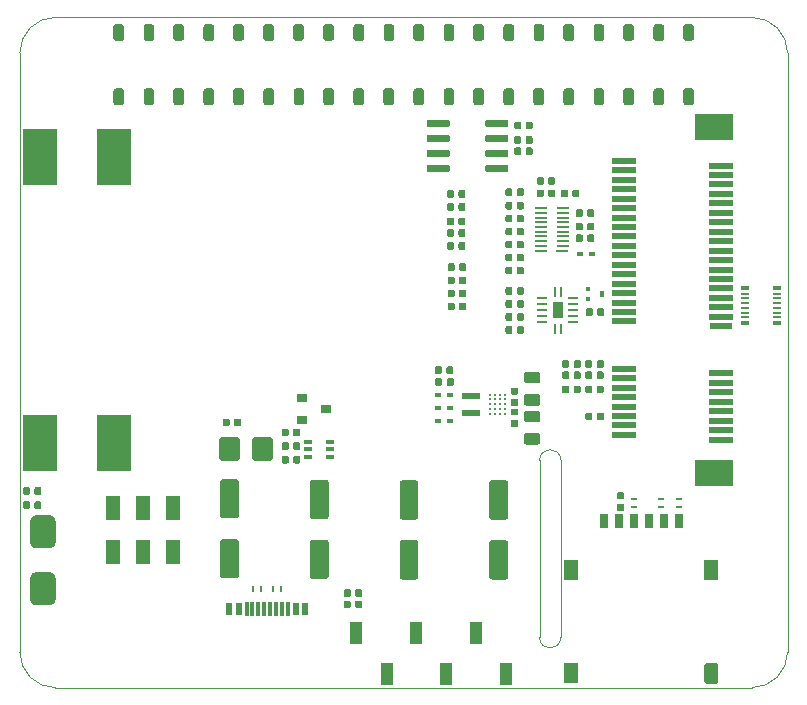
<source format=gbr>
G04 #@! TF.GenerationSoftware,KiCad,Pcbnew,(5.1.5)-3*
G04 #@! TF.CreationDate,2021-12-30T11:40:28+01:00*
G04 #@! TF.ProjectId,mPCIe_HAT,6d504349-655f-4484-9154-2e6b69636164,rev?*
G04 #@! TF.SameCoordinates,PX7094cd0PY79a4230*
G04 #@! TF.FileFunction,Paste,Top*
G04 #@! TF.FilePolarity,Positive*
%FSLAX46Y46*%
G04 Gerber Fmt 4.6, Leading zero omitted, Abs format (unit mm)*
G04 Created by KiCad (PCBNEW (5.1.5)-3) date 2021-12-30 11:40:28*
%MOMM*%
%LPD*%
G04 APERTURE LIST*
%ADD10C,0.100000*%
%ADD11C,0.150000*%
%ADD12R,1.270000X2.000000*%
%ADD13R,3.200000X2.300000*%
%ADD14R,2.000000X0.600000*%
%ADD15R,1.950000X0.600000*%
%ADD16R,1.000000X0.200000*%
%ADD17R,1.100000X0.200000*%
%ADD18C,0.215000*%
%ADD19R,0.530000X0.290000*%
%ADD20R,0.290000X0.530000*%
%ADD21R,0.490000X0.300000*%
%ADD22R,1.600000X0.600000*%
%ADD23R,3.000000X4.800000*%
%ADD24R,1.020000X1.950000*%
%ADD25R,0.450000X0.500000*%
%ADD26R,0.450000X0.400000*%
%ADD27R,0.300000X1.160000*%
%ADD28R,0.600000X1.100000*%
%ADD29R,0.660000X0.230000*%
%ADD30R,0.660000X0.350000*%
%ADD31R,0.650000X1.150000*%
%ADD32R,1.300000X1.800000*%
%ADD33R,0.900000X1.400000*%
%ADD34R,0.900000X0.240000*%
%ADD35R,0.240000X0.900000*%
%ADD36R,0.650000X0.400000*%
%ADD37R,0.900000X0.800000*%
G04 APERTURE END LIST*
D10*
X3000000Y-250000D02*
X62000000Y-250000D01*
X0Y53500000D02*
X0Y2750000D01*
X65000000Y53500000D02*
G75*
G03X62000000Y56500000I-3000000J0D01*
G01*
X0Y2750000D02*
G75*
G03X3000000Y-250000I3000000J0D01*
G01*
X45800000Y19000000D02*
G75*
G03X44000000Y19000000I-900000J0D01*
G01*
X45800000Y19000000D02*
X45800000Y4000000D01*
X3000000Y56500000D02*
G75*
G03X0Y53500000I0J-3000000D01*
G01*
X65000000Y53500000D02*
X65000000Y2750000D01*
X44000000Y19000000D02*
X44000000Y4000000D01*
X3000000Y56500000D02*
X62000000Y56500000D01*
X45800000Y4000000D02*
G75*
G02X44000000Y4000000I-900000J0D01*
G01*
X62000000Y-250000D02*
G75*
G03X65000000Y2750000I0J3000000D01*
G01*
D11*
G36*
X23586958Y21674290D02*
G01*
X23601276Y21672166D01*
X23615317Y21668649D01*
X23628946Y21663772D01*
X23642031Y21657583D01*
X23654447Y21650142D01*
X23666073Y21641519D01*
X23676798Y21631798D01*
X23686519Y21621073D01*
X23695142Y21609447D01*
X23702583Y21597031D01*
X23708772Y21583946D01*
X23713649Y21570317D01*
X23717166Y21556276D01*
X23719290Y21541958D01*
X23720000Y21527500D01*
X23720000Y21182500D01*
X23719290Y21168042D01*
X23717166Y21153724D01*
X23713649Y21139683D01*
X23708772Y21126054D01*
X23702583Y21112969D01*
X23695142Y21100553D01*
X23686519Y21088927D01*
X23676798Y21078202D01*
X23666073Y21068481D01*
X23654447Y21059858D01*
X23642031Y21052417D01*
X23628946Y21046228D01*
X23615317Y21041351D01*
X23601276Y21037834D01*
X23586958Y21035710D01*
X23572500Y21035000D01*
X23277500Y21035000D01*
X23263042Y21035710D01*
X23248724Y21037834D01*
X23234683Y21041351D01*
X23221054Y21046228D01*
X23207969Y21052417D01*
X23195553Y21059858D01*
X23183927Y21068481D01*
X23173202Y21078202D01*
X23163481Y21088927D01*
X23154858Y21100553D01*
X23147417Y21112969D01*
X23141228Y21126054D01*
X23136351Y21139683D01*
X23132834Y21153724D01*
X23130710Y21168042D01*
X23130000Y21182500D01*
X23130000Y21527500D01*
X23130710Y21541958D01*
X23132834Y21556276D01*
X23136351Y21570317D01*
X23141228Y21583946D01*
X23147417Y21597031D01*
X23154858Y21609447D01*
X23163481Y21621073D01*
X23173202Y21631798D01*
X23183927Y21641519D01*
X23195553Y21650142D01*
X23207969Y21657583D01*
X23221054Y21663772D01*
X23234683Y21668649D01*
X23248724Y21672166D01*
X23263042Y21674290D01*
X23277500Y21675000D01*
X23572500Y21675000D01*
X23586958Y21674290D01*
G37*
G36*
X22616958Y21674290D02*
G01*
X22631276Y21672166D01*
X22645317Y21668649D01*
X22658946Y21663772D01*
X22672031Y21657583D01*
X22684447Y21650142D01*
X22696073Y21641519D01*
X22706798Y21631798D01*
X22716519Y21621073D01*
X22725142Y21609447D01*
X22732583Y21597031D01*
X22738772Y21583946D01*
X22743649Y21570317D01*
X22747166Y21556276D01*
X22749290Y21541958D01*
X22750000Y21527500D01*
X22750000Y21182500D01*
X22749290Y21168042D01*
X22747166Y21153724D01*
X22743649Y21139683D01*
X22738772Y21126054D01*
X22732583Y21112969D01*
X22725142Y21100553D01*
X22716519Y21088927D01*
X22706798Y21078202D01*
X22696073Y21068481D01*
X22684447Y21059858D01*
X22672031Y21052417D01*
X22658946Y21046228D01*
X22645317Y21041351D01*
X22631276Y21037834D01*
X22616958Y21035710D01*
X22602500Y21035000D01*
X22307500Y21035000D01*
X22293042Y21035710D01*
X22278724Y21037834D01*
X22264683Y21041351D01*
X22251054Y21046228D01*
X22237969Y21052417D01*
X22225553Y21059858D01*
X22213927Y21068481D01*
X22203202Y21078202D01*
X22193481Y21088927D01*
X22184858Y21100553D01*
X22177417Y21112969D01*
X22171228Y21126054D01*
X22166351Y21139683D01*
X22162834Y21153724D01*
X22160710Y21168042D01*
X22160000Y21182500D01*
X22160000Y21527500D01*
X22160710Y21541958D01*
X22162834Y21556276D01*
X22166351Y21570317D01*
X22171228Y21583946D01*
X22177417Y21597031D01*
X22184858Y21609447D01*
X22193481Y21621073D01*
X22203202Y21631798D01*
X22213927Y21641519D01*
X22225553Y21650142D01*
X22237969Y21657583D01*
X22251054Y21663772D01*
X22264683Y21668649D01*
X22278724Y21672166D01*
X22293042Y21674290D01*
X22307500Y21675000D01*
X22602500Y21675000D01*
X22616958Y21674290D01*
G37*
G36*
X42306958Y46434290D02*
G01*
X42321276Y46432166D01*
X42335317Y46428649D01*
X42348946Y46423772D01*
X42362031Y46417583D01*
X42374447Y46410142D01*
X42386073Y46401519D01*
X42396798Y46391798D01*
X42406519Y46381073D01*
X42415142Y46369447D01*
X42422583Y46357031D01*
X42428772Y46343946D01*
X42433649Y46330317D01*
X42437166Y46316276D01*
X42439290Y46301958D01*
X42440000Y46287500D01*
X42440000Y45942500D01*
X42439290Y45928042D01*
X42437166Y45913724D01*
X42433649Y45899683D01*
X42428772Y45886054D01*
X42422583Y45872969D01*
X42415142Y45860553D01*
X42406519Y45848927D01*
X42396798Y45838202D01*
X42386073Y45828481D01*
X42374447Y45819858D01*
X42362031Y45812417D01*
X42348946Y45806228D01*
X42335317Y45801351D01*
X42321276Y45797834D01*
X42306958Y45795710D01*
X42292500Y45795000D01*
X41997500Y45795000D01*
X41983042Y45795710D01*
X41968724Y45797834D01*
X41954683Y45801351D01*
X41941054Y45806228D01*
X41927969Y45812417D01*
X41915553Y45819858D01*
X41903927Y45828481D01*
X41893202Y45838202D01*
X41883481Y45848927D01*
X41874858Y45860553D01*
X41867417Y45872969D01*
X41861228Y45886054D01*
X41856351Y45899683D01*
X41852834Y45913724D01*
X41850710Y45928042D01*
X41850000Y45942500D01*
X41850000Y46287500D01*
X41850710Y46301958D01*
X41852834Y46316276D01*
X41856351Y46330317D01*
X41861228Y46343946D01*
X41867417Y46357031D01*
X41874858Y46369447D01*
X41883481Y46381073D01*
X41893202Y46391798D01*
X41903927Y46401519D01*
X41915553Y46410142D01*
X41927969Y46417583D01*
X41941054Y46423772D01*
X41954683Y46428649D01*
X41968724Y46432166D01*
X41983042Y46434290D01*
X41997500Y46435000D01*
X42292500Y46435000D01*
X42306958Y46434290D01*
G37*
G36*
X43276958Y46434290D02*
G01*
X43291276Y46432166D01*
X43305317Y46428649D01*
X43318946Y46423772D01*
X43332031Y46417583D01*
X43344447Y46410142D01*
X43356073Y46401519D01*
X43366798Y46391798D01*
X43376519Y46381073D01*
X43385142Y46369447D01*
X43392583Y46357031D01*
X43398772Y46343946D01*
X43403649Y46330317D01*
X43407166Y46316276D01*
X43409290Y46301958D01*
X43410000Y46287500D01*
X43410000Y45942500D01*
X43409290Y45928042D01*
X43407166Y45913724D01*
X43403649Y45899683D01*
X43398772Y45886054D01*
X43392583Y45872969D01*
X43385142Y45860553D01*
X43376519Y45848927D01*
X43366798Y45838202D01*
X43356073Y45828481D01*
X43344447Y45819858D01*
X43332031Y45812417D01*
X43318946Y45806228D01*
X43305317Y45801351D01*
X43291276Y45797834D01*
X43276958Y45795710D01*
X43262500Y45795000D01*
X42967500Y45795000D01*
X42953042Y45795710D01*
X42938724Y45797834D01*
X42924683Y45801351D01*
X42911054Y45806228D01*
X42897969Y45812417D01*
X42885553Y45819858D01*
X42873927Y45828481D01*
X42863202Y45838202D01*
X42853481Y45848927D01*
X42844858Y45860553D01*
X42837417Y45872969D01*
X42831228Y45886054D01*
X42826351Y45899683D01*
X42822834Y45913724D01*
X42820710Y45928042D01*
X42820000Y45942500D01*
X42820000Y46287500D01*
X42820710Y46301958D01*
X42822834Y46316276D01*
X42826351Y46330317D01*
X42831228Y46343946D01*
X42837417Y46357031D01*
X42844858Y46369447D01*
X42853481Y46381073D01*
X42863202Y46391798D01*
X42873927Y46401519D01*
X42885553Y46410142D01*
X42897969Y46417583D01*
X42911054Y46423772D01*
X42924683Y46428649D01*
X42938724Y46432166D01*
X42953042Y46434290D01*
X42967500Y46435000D01*
X43262500Y46435000D01*
X43276958Y46434290D01*
G37*
G36*
X42306958Y45484290D02*
G01*
X42321276Y45482166D01*
X42335317Y45478649D01*
X42348946Y45473772D01*
X42362031Y45467583D01*
X42374447Y45460142D01*
X42386073Y45451519D01*
X42396798Y45441798D01*
X42406519Y45431073D01*
X42415142Y45419447D01*
X42422583Y45407031D01*
X42428772Y45393946D01*
X42433649Y45380317D01*
X42437166Y45366276D01*
X42439290Y45351958D01*
X42440000Y45337500D01*
X42440000Y44992500D01*
X42439290Y44978042D01*
X42437166Y44963724D01*
X42433649Y44949683D01*
X42428772Y44936054D01*
X42422583Y44922969D01*
X42415142Y44910553D01*
X42406519Y44898927D01*
X42396798Y44888202D01*
X42386073Y44878481D01*
X42374447Y44869858D01*
X42362031Y44862417D01*
X42348946Y44856228D01*
X42335317Y44851351D01*
X42321276Y44847834D01*
X42306958Y44845710D01*
X42292500Y44845000D01*
X41997500Y44845000D01*
X41983042Y44845710D01*
X41968724Y44847834D01*
X41954683Y44851351D01*
X41941054Y44856228D01*
X41927969Y44862417D01*
X41915553Y44869858D01*
X41903927Y44878481D01*
X41893202Y44888202D01*
X41883481Y44898927D01*
X41874858Y44910553D01*
X41867417Y44922969D01*
X41861228Y44936054D01*
X41856351Y44949683D01*
X41852834Y44963724D01*
X41850710Y44978042D01*
X41850000Y44992500D01*
X41850000Y45337500D01*
X41850710Y45351958D01*
X41852834Y45366276D01*
X41856351Y45380317D01*
X41861228Y45393946D01*
X41867417Y45407031D01*
X41874858Y45419447D01*
X41883481Y45431073D01*
X41893202Y45441798D01*
X41903927Y45451519D01*
X41915553Y45460142D01*
X41927969Y45467583D01*
X41941054Y45473772D01*
X41954683Y45478649D01*
X41968724Y45482166D01*
X41983042Y45484290D01*
X41997500Y45485000D01*
X42292500Y45485000D01*
X42306958Y45484290D01*
G37*
G36*
X43276958Y45484290D02*
G01*
X43291276Y45482166D01*
X43305317Y45478649D01*
X43318946Y45473772D01*
X43332031Y45467583D01*
X43344447Y45460142D01*
X43356073Y45451519D01*
X43366798Y45441798D01*
X43376519Y45431073D01*
X43385142Y45419447D01*
X43392583Y45407031D01*
X43398772Y45393946D01*
X43403649Y45380317D01*
X43407166Y45366276D01*
X43409290Y45351958D01*
X43410000Y45337500D01*
X43410000Y44992500D01*
X43409290Y44978042D01*
X43407166Y44963724D01*
X43403649Y44949683D01*
X43398772Y44936054D01*
X43392583Y44922969D01*
X43385142Y44910553D01*
X43376519Y44898927D01*
X43366798Y44888202D01*
X43356073Y44878481D01*
X43344447Y44869858D01*
X43332031Y44862417D01*
X43318946Y44856228D01*
X43305317Y44851351D01*
X43291276Y44847834D01*
X43276958Y44845710D01*
X43262500Y44845000D01*
X42967500Y44845000D01*
X42953042Y44845710D01*
X42938724Y44847834D01*
X42924683Y44851351D01*
X42911054Y44856228D01*
X42897969Y44862417D01*
X42885553Y44869858D01*
X42873927Y44878481D01*
X42863202Y44888202D01*
X42853481Y44898927D01*
X42844858Y44910553D01*
X42837417Y44922969D01*
X42831228Y44936054D01*
X42826351Y44949683D01*
X42822834Y44963724D01*
X42820710Y44978042D01*
X42820000Y44992500D01*
X42820000Y45337500D01*
X42820710Y45351958D01*
X42822834Y45366276D01*
X42826351Y45380317D01*
X42831228Y45393946D01*
X42837417Y45407031D01*
X42844858Y45419447D01*
X42853481Y45431073D01*
X42863202Y45441798D01*
X42873927Y45451519D01*
X42885553Y45460142D01*
X42897969Y45467583D01*
X42911054Y45473772D01*
X42924683Y45478649D01*
X42938724Y45482166D01*
X42953042Y45484290D01*
X42967500Y45485000D01*
X43262500Y45485000D01*
X43276958Y45484290D01*
G37*
D12*
X12990000Y14930000D03*
X12990000Y11250000D03*
X10450000Y14930000D03*
X10450000Y11250000D03*
X7910000Y14930000D03*
X7910000Y11250000D03*
D13*
X58750000Y47200000D03*
X58750000Y17900000D03*
D14*
X59350000Y43950000D03*
X59350000Y43150000D03*
X59350000Y42350000D03*
X59350000Y41550000D03*
X59350000Y40750000D03*
X59350000Y39950000D03*
X59350000Y39150000D03*
X59350000Y38350000D03*
X59350000Y37550000D03*
X59350000Y36750000D03*
X59350000Y35950000D03*
X59350000Y35150000D03*
X59350000Y34350000D03*
X59350000Y33550000D03*
X59350000Y32750000D03*
X59350000Y31950000D03*
X59350000Y31150000D03*
X59350000Y26350000D03*
X59350000Y25550000D03*
X59350000Y24750000D03*
X59350000Y23950000D03*
X59350000Y23150000D03*
X59350000Y22350000D03*
X59350000Y21550000D03*
X59350000Y20750000D03*
D15*
X59325000Y30350000D03*
D14*
X51150000Y44350000D03*
X51150000Y43550000D03*
X51150000Y42750000D03*
X51150000Y41950000D03*
X51150000Y41150000D03*
X51150000Y40350000D03*
X51150000Y39550000D03*
X51150000Y38750000D03*
X51150000Y37950000D03*
X51150000Y37150000D03*
X51150000Y36350000D03*
X51150000Y35550000D03*
X51150000Y34750000D03*
X51150000Y33950000D03*
X51150000Y33150000D03*
X51150000Y32350000D03*
X51150000Y31550000D03*
X51150000Y26750000D03*
X51150000Y25950000D03*
X51150000Y25150000D03*
X51150000Y24350000D03*
X51150000Y23550000D03*
X51150000Y22750000D03*
X51150000Y21950000D03*
X51150000Y21150000D03*
X51150000Y30750000D03*
D11*
G36*
X37646958Y35669290D02*
G01*
X37661276Y35667166D01*
X37675317Y35663649D01*
X37688946Y35658772D01*
X37702031Y35652583D01*
X37714447Y35645142D01*
X37726073Y35636519D01*
X37736798Y35626798D01*
X37746519Y35616073D01*
X37755142Y35604447D01*
X37762583Y35592031D01*
X37768772Y35578946D01*
X37773649Y35565317D01*
X37777166Y35551276D01*
X37779290Y35536958D01*
X37780000Y35522500D01*
X37780000Y35177500D01*
X37779290Y35163042D01*
X37777166Y35148724D01*
X37773649Y35134683D01*
X37768772Y35121054D01*
X37762583Y35107969D01*
X37755142Y35095553D01*
X37746519Y35083927D01*
X37736798Y35073202D01*
X37726073Y35063481D01*
X37714447Y35054858D01*
X37702031Y35047417D01*
X37688946Y35041228D01*
X37675317Y35036351D01*
X37661276Y35032834D01*
X37646958Y35030710D01*
X37632500Y35030000D01*
X37337500Y35030000D01*
X37323042Y35030710D01*
X37308724Y35032834D01*
X37294683Y35036351D01*
X37281054Y35041228D01*
X37267969Y35047417D01*
X37255553Y35054858D01*
X37243927Y35063481D01*
X37233202Y35073202D01*
X37223481Y35083927D01*
X37214858Y35095553D01*
X37207417Y35107969D01*
X37201228Y35121054D01*
X37196351Y35134683D01*
X37192834Y35148724D01*
X37190710Y35163042D01*
X37190000Y35177500D01*
X37190000Y35522500D01*
X37190710Y35536958D01*
X37192834Y35551276D01*
X37196351Y35565317D01*
X37201228Y35578946D01*
X37207417Y35592031D01*
X37214858Y35604447D01*
X37223481Y35616073D01*
X37233202Y35626798D01*
X37243927Y35636519D01*
X37255553Y35645142D01*
X37267969Y35652583D01*
X37281054Y35658772D01*
X37294683Y35663649D01*
X37308724Y35667166D01*
X37323042Y35669290D01*
X37337500Y35670000D01*
X37632500Y35670000D01*
X37646958Y35669290D01*
G37*
G36*
X36676958Y35669290D02*
G01*
X36691276Y35667166D01*
X36705317Y35663649D01*
X36718946Y35658772D01*
X36732031Y35652583D01*
X36744447Y35645142D01*
X36756073Y35636519D01*
X36766798Y35626798D01*
X36776519Y35616073D01*
X36785142Y35604447D01*
X36792583Y35592031D01*
X36798772Y35578946D01*
X36803649Y35565317D01*
X36807166Y35551276D01*
X36809290Y35536958D01*
X36810000Y35522500D01*
X36810000Y35177500D01*
X36809290Y35163042D01*
X36807166Y35148724D01*
X36803649Y35134683D01*
X36798772Y35121054D01*
X36792583Y35107969D01*
X36785142Y35095553D01*
X36776519Y35083927D01*
X36766798Y35073202D01*
X36756073Y35063481D01*
X36744447Y35054858D01*
X36732031Y35047417D01*
X36718946Y35041228D01*
X36705317Y35036351D01*
X36691276Y35032834D01*
X36676958Y35030710D01*
X36662500Y35030000D01*
X36367500Y35030000D01*
X36353042Y35030710D01*
X36338724Y35032834D01*
X36324683Y35036351D01*
X36311054Y35041228D01*
X36297969Y35047417D01*
X36285553Y35054858D01*
X36273927Y35063481D01*
X36263202Y35073202D01*
X36253481Y35083927D01*
X36244858Y35095553D01*
X36237417Y35107969D01*
X36231228Y35121054D01*
X36226351Y35134683D01*
X36222834Y35148724D01*
X36220710Y35163042D01*
X36220000Y35177500D01*
X36220000Y35522500D01*
X36220710Y35536958D01*
X36222834Y35551276D01*
X36226351Y35565317D01*
X36231228Y35578946D01*
X36237417Y35592031D01*
X36244858Y35604447D01*
X36253481Y35616073D01*
X36263202Y35626798D01*
X36273927Y35636519D01*
X36285553Y35645142D01*
X36297969Y35652583D01*
X36311054Y35658772D01*
X36324683Y35663649D01*
X36338724Y35667166D01*
X36353042Y35669290D01*
X36367500Y35670000D01*
X36662500Y35670000D01*
X36676958Y35669290D01*
G37*
D16*
X44150000Y36750000D03*
X44150000Y37150000D03*
X44150000Y37550000D03*
X44150000Y37950000D03*
X44150000Y38350000D03*
X44150000Y38750000D03*
X44150000Y39150000D03*
X44150000Y39550000D03*
X44150000Y39950000D03*
X44150000Y40350000D03*
X45950000Y40350000D03*
X45950000Y39950000D03*
X45950000Y39550000D03*
X45950000Y39150000D03*
X45950000Y38750000D03*
X45950000Y38350000D03*
X45950000Y37950000D03*
X45950000Y37550000D03*
X45950000Y37150000D03*
D17*
X45900000Y36750000D03*
D11*
G36*
X42061958Y25154290D02*
G01*
X42076276Y25152166D01*
X42090317Y25148649D01*
X42103946Y25143772D01*
X42117031Y25137583D01*
X42129447Y25130142D01*
X42141073Y25121519D01*
X42151798Y25111798D01*
X42161519Y25101073D01*
X42170142Y25089447D01*
X42177583Y25077031D01*
X42183772Y25063946D01*
X42188649Y25050317D01*
X42192166Y25036276D01*
X42194290Y25021958D01*
X42195000Y25007500D01*
X42195000Y24712500D01*
X42194290Y24698042D01*
X42192166Y24683724D01*
X42188649Y24669683D01*
X42183772Y24656054D01*
X42177583Y24642969D01*
X42170142Y24630553D01*
X42161519Y24618927D01*
X42151798Y24608202D01*
X42141073Y24598481D01*
X42129447Y24589858D01*
X42117031Y24582417D01*
X42103946Y24576228D01*
X42090317Y24571351D01*
X42076276Y24567834D01*
X42061958Y24565710D01*
X42047500Y24565000D01*
X41702500Y24565000D01*
X41688042Y24565710D01*
X41673724Y24567834D01*
X41659683Y24571351D01*
X41646054Y24576228D01*
X41632969Y24582417D01*
X41620553Y24589858D01*
X41608927Y24598481D01*
X41598202Y24608202D01*
X41588481Y24618927D01*
X41579858Y24630553D01*
X41572417Y24642969D01*
X41566228Y24656054D01*
X41561351Y24669683D01*
X41557834Y24683724D01*
X41555710Y24698042D01*
X41555000Y24712500D01*
X41555000Y25007500D01*
X41555710Y25021958D01*
X41557834Y25036276D01*
X41561351Y25050317D01*
X41566228Y25063946D01*
X41572417Y25077031D01*
X41579858Y25089447D01*
X41588481Y25101073D01*
X41598202Y25111798D01*
X41608927Y25121519D01*
X41620553Y25130142D01*
X41632969Y25137583D01*
X41646054Y25143772D01*
X41659683Y25148649D01*
X41673724Y25152166D01*
X41688042Y25154290D01*
X41702500Y25155000D01*
X42047500Y25155000D01*
X42061958Y25154290D01*
G37*
G36*
X42061958Y24184290D02*
G01*
X42076276Y24182166D01*
X42090317Y24178649D01*
X42103946Y24173772D01*
X42117031Y24167583D01*
X42129447Y24160142D01*
X42141073Y24151519D01*
X42151798Y24141798D01*
X42161519Y24131073D01*
X42170142Y24119447D01*
X42177583Y24107031D01*
X42183772Y24093946D01*
X42188649Y24080317D01*
X42192166Y24066276D01*
X42194290Y24051958D01*
X42195000Y24037500D01*
X42195000Y23742500D01*
X42194290Y23728042D01*
X42192166Y23713724D01*
X42188649Y23699683D01*
X42183772Y23686054D01*
X42177583Y23672969D01*
X42170142Y23660553D01*
X42161519Y23648927D01*
X42151798Y23638202D01*
X42141073Y23628481D01*
X42129447Y23619858D01*
X42117031Y23612417D01*
X42103946Y23606228D01*
X42090317Y23601351D01*
X42076276Y23597834D01*
X42061958Y23595710D01*
X42047500Y23595000D01*
X41702500Y23595000D01*
X41688042Y23595710D01*
X41673724Y23597834D01*
X41659683Y23601351D01*
X41646054Y23606228D01*
X41632969Y23612417D01*
X41620553Y23619858D01*
X41608927Y23628481D01*
X41598202Y23638202D01*
X41588481Y23648927D01*
X41579858Y23660553D01*
X41572417Y23672969D01*
X41566228Y23686054D01*
X41561351Y23699683D01*
X41557834Y23713724D01*
X41555710Y23728042D01*
X41555000Y23742500D01*
X41555000Y24037500D01*
X41555710Y24051958D01*
X41557834Y24066276D01*
X41561351Y24080317D01*
X41566228Y24093946D01*
X41572417Y24107031D01*
X41579858Y24119447D01*
X41588481Y24131073D01*
X41598202Y24141798D01*
X41608927Y24151519D01*
X41620553Y24160142D01*
X41632969Y24167583D01*
X41646054Y24173772D01*
X41659683Y24178649D01*
X41673724Y24182166D01*
X41688042Y24184290D01*
X41702500Y24185000D01*
X42047500Y24185000D01*
X42061958Y24184290D01*
G37*
G36*
X42061958Y23379290D02*
G01*
X42076276Y23377166D01*
X42090317Y23373649D01*
X42103946Y23368772D01*
X42117031Y23362583D01*
X42129447Y23355142D01*
X42141073Y23346519D01*
X42151798Y23336798D01*
X42161519Y23326073D01*
X42170142Y23314447D01*
X42177583Y23302031D01*
X42183772Y23288946D01*
X42188649Y23275317D01*
X42192166Y23261276D01*
X42194290Y23246958D01*
X42195000Y23232500D01*
X42195000Y22937500D01*
X42194290Y22923042D01*
X42192166Y22908724D01*
X42188649Y22894683D01*
X42183772Y22881054D01*
X42177583Y22867969D01*
X42170142Y22855553D01*
X42161519Y22843927D01*
X42151798Y22833202D01*
X42141073Y22823481D01*
X42129447Y22814858D01*
X42117031Y22807417D01*
X42103946Y22801228D01*
X42090317Y22796351D01*
X42076276Y22792834D01*
X42061958Y22790710D01*
X42047500Y22790000D01*
X41702500Y22790000D01*
X41688042Y22790710D01*
X41673724Y22792834D01*
X41659683Y22796351D01*
X41646054Y22801228D01*
X41632969Y22807417D01*
X41620553Y22814858D01*
X41608927Y22823481D01*
X41598202Y22833202D01*
X41588481Y22843927D01*
X41579858Y22855553D01*
X41572417Y22867969D01*
X41566228Y22881054D01*
X41561351Y22894683D01*
X41557834Y22908724D01*
X41555710Y22923042D01*
X41555000Y22937500D01*
X41555000Y23232500D01*
X41555710Y23246958D01*
X41557834Y23261276D01*
X41561351Y23275317D01*
X41566228Y23288946D01*
X41572417Y23302031D01*
X41579858Y23314447D01*
X41588481Y23326073D01*
X41598202Y23336798D01*
X41608927Y23346519D01*
X41620553Y23355142D01*
X41632969Y23362583D01*
X41646054Y23368772D01*
X41659683Y23373649D01*
X41673724Y23377166D01*
X41688042Y23379290D01*
X41702500Y23380000D01*
X42047500Y23380000D01*
X42061958Y23379290D01*
G37*
G36*
X42061958Y22409290D02*
G01*
X42076276Y22407166D01*
X42090317Y22403649D01*
X42103946Y22398772D01*
X42117031Y22392583D01*
X42129447Y22385142D01*
X42141073Y22376519D01*
X42151798Y22366798D01*
X42161519Y22356073D01*
X42170142Y22344447D01*
X42177583Y22332031D01*
X42183772Y22318946D01*
X42188649Y22305317D01*
X42192166Y22291276D01*
X42194290Y22276958D01*
X42195000Y22262500D01*
X42195000Y21967500D01*
X42194290Y21953042D01*
X42192166Y21938724D01*
X42188649Y21924683D01*
X42183772Y21911054D01*
X42177583Y21897969D01*
X42170142Y21885553D01*
X42161519Y21873927D01*
X42151798Y21863202D01*
X42141073Y21853481D01*
X42129447Y21844858D01*
X42117031Y21837417D01*
X42103946Y21831228D01*
X42090317Y21826351D01*
X42076276Y21822834D01*
X42061958Y21820710D01*
X42047500Y21820000D01*
X41702500Y21820000D01*
X41688042Y21820710D01*
X41673724Y21822834D01*
X41659683Y21826351D01*
X41646054Y21831228D01*
X41632969Y21837417D01*
X41620553Y21844858D01*
X41608927Y21853481D01*
X41598202Y21863202D01*
X41588481Y21873927D01*
X41579858Y21885553D01*
X41572417Y21897969D01*
X41566228Y21911054D01*
X41561351Y21924683D01*
X41557834Y21938724D01*
X41555710Y21953042D01*
X41555000Y21967500D01*
X41555000Y22262500D01*
X41555710Y22276958D01*
X41557834Y22291276D01*
X41561351Y22305317D01*
X41566228Y22318946D01*
X41572417Y22332031D01*
X41579858Y22344447D01*
X41588481Y22356073D01*
X41598202Y22366798D01*
X41608927Y22376519D01*
X41620553Y22385142D01*
X41632969Y22392583D01*
X41646054Y22398772D01*
X41659683Y22403649D01*
X41673724Y22407166D01*
X41688042Y22409290D01*
X41702500Y22410000D01*
X42047500Y22410000D01*
X42061958Y22409290D01*
G37*
G36*
X43855142Y24598826D02*
G01*
X43878803Y24595316D01*
X43902007Y24589504D01*
X43924529Y24581446D01*
X43946153Y24571218D01*
X43966670Y24558921D01*
X43985883Y24544671D01*
X44003607Y24528607D01*
X44019671Y24510883D01*
X44033921Y24491670D01*
X44046218Y24471153D01*
X44056446Y24449529D01*
X44064504Y24427007D01*
X44070316Y24403803D01*
X44073826Y24380142D01*
X44075000Y24356250D01*
X44075000Y23868750D01*
X44073826Y23844858D01*
X44070316Y23821197D01*
X44064504Y23797993D01*
X44056446Y23775471D01*
X44046218Y23753847D01*
X44033921Y23733330D01*
X44019671Y23714117D01*
X44003607Y23696393D01*
X43985883Y23680329D01*
X43966670Y23666079D01*
X43946153Y23653782D01*
X43924529Y23643554D01*
X43902007Y23635496D01*
X43878803Y23629684D01*
X43855142Y23626174D01*
X43831250Y23625000D01*
X42918750Y23625000D01*
X42894858Y23626174D01*
X42871197Y23629684D01*
X42847993Y23635496D01*
X42825471Y23643554D01*
X42803847Y23653782D01*
X42783330Y23666079D01*
X42764117Y23680329D01*
X42746393Y23696393D01*
X42730329Y23714117D01*
X42716079Y23733330D01*
X42703782Y23753847D01*
X42693554Y23775471D01*
X42685496Y23797993D01*
X42679684Y23821197D01*
X42676174Y23844858D01*
X42675000Y23868750D01*
X42675000Y24356250D01*
X42676174Y24380142D01*
X42679684Y24403803D01*
X42685496Y24427007D01*
X42693554Y24449529D01*
X42703782Y24471153D01*
X42716079Y24491670D01*
X42730329Y24510883D01*
X42746393Y24528607D01*
X42764117Y24544671D01*
X42783330Y24558921D01*
X42803847Y24571218D01*
X42825471Y24581446D01*
X42847993Y24589504D01*
X42871197Y24595316D01*
X42894858Y24598826D01*
X42918750Y24600000D01*
X43831250Y24600000D01*
X43855142Y24598826D01*
G37*
G36*
X43855142Y26473826D02*
G01*
X43878803Y26470316D01*
X43902007Y26464504D01*
X43924529Y26456446D01*
X43946153Y26446218D01*
X43966670Y26433921D01*
X43985883Y26419671D01*
X44003607Y26403607D01*
X44019671Y26385883D01*
X44033921Y26366670D01*
X44046218Y26346153D01*
X44056446Y26324529D01*
X44064504Y26302007D01*
X44070316Y26278803D01*
X44073826Y26255142D01*
X44075000Y26231250D01*
X44075000Y25743750D01*
X44073826Y25719858D01*
X44070316Y25696197D01*
X44064504Y25672993D01*
X44056446Y25650471D01*
X44046218Y25628847D01*
X44033921Y25608330D01*
X44019671Y25589117D01*
X44003607Y25571393D01*
X43985883Y25555329D01*
X43966670Y25541079D01*
X43946153Y25528782D01*
X43924529Y25518554D01*
X43902007Y25510496D01*
X43878803Y25504684D01*
X43855142Y25501174D01*
X43831250Y25500000D01*
X42918750Y25500000D01*
X42894858Y25501174D01*
X42871197Y25504684D01*
X42847993Y25510496D01*
X42825471Y25518554D01*
X42803847Y25528782D01*
X42783330Y25541079D01*
X42764117Y25555329D01*
X42746393Y25571393D01*
X42730329Y25589117D01*
X42716079Y25608330D01*
X42703782Y25628847D01*
X42693554Y25650471D01*
X42685496Y25672993D01*
X42679684Y25696197D01*
X42676174Y25719858D01*
X42675000Y25743750D01*
X42675000Y26231250D01*
X42676174Y26255142D01*
X42679684Y26278803D01*
X42685496Y26302007D01*
X42693554Y26324529D01*
X42703782Y26346153D01*
X42716079Y26366670D01*
X42730329Y26385883D01*
X42746393Y26403607D01*
X42764117Y26419671D01*
X42783330Y26433921D01*
X42803847Y26446218D01*
X42825471Y26456446D01*
X42847993Y26464504D01*
X42871197Y26470316D01*
X42894858Y26473826D01*
X42918750Y26475000D01*
X43831250Y26475000D01*
X43855142Y26473826D01*
G37*
D18*
X39850000Y24550000D03*
X40250000Y24550000D03*
X40650000Y24550000D03*
X41050000Y24550000D03*
X39850000Y24150000D03*
X39850000Y23750000D03*
X39850000Y23350000D03*
X39850000Y22950000D03*
X40250000Y24150000D03*
X40650000Y24150000D03*
X41050000Y24150000D03*
X40250000Y23750000D03*
X40650000Y23750000D03*
X41050000Y23750000D03*
X40250000Y23350000D03*
X40650000Y23350000D03*
X41050000Y23350000D03*
X40250000Y22950000D03*
X40650000Y22950000D03*
X41050000Y22950000D03*
D11*
G36*
X36571958Y26944290D02*
G01*
X36586276Y26942166D01*
X36600317Y26938649D01*
X36613946Y26933772D01*
X36627031Y26927583D01*
X36639447Y26920142D01*
X36651073Y26911519D01*
X36661798Y26901798D01*
X36671519Y26891073D01*
X36680142Y26879447D01*
X36687583Y26867031D01*
X36693772Y26853946D01*
X36698649Y26840317D01*
X36702166Y26826276D01*
X36704290Y26811958D01*
X36705000Y26797500D01*
X36705000Y26452500D01*
X36704290Y26438042D01*
X36702166Y26423724D01*
X36698649Y26409683D01*
X36693772Y26396054D01*
X36687583Y26382969D01*
X36680142Y26370553D01*
X36671519Y26358927D01*
X36661798Y26348202D01*
X36651073Y26338481D01*
X36639447Y26329858D01*
X36627031Y26322417D01*
X36613946Y26316228D01*
X36600317Y26311351D01*
X36586276Y26307834D01*
X36571958Y26305710D01*
X36557500Y26305000D01*
X36262500Y26305000D01*
X36248042Y26305710D01*
X36233724Y26307834D01*
X36219683Y26311351D01*
X36206054Y26316228D01*
X36192969Y26322417D01*
X36180553Y26329858D01*
X36168927Y26338481D01*
X36158202Y26348202D01*
X36148481Y26358927D01*
X36139858Y26370553D01*
X36132417Y26382969D01*
X36126228Y26396054D01*
X36121351Y26409683D01*
X36117834Y26423724D01*
X36115710Y26438042D01*
X36115000Y26452500D01*
X36115000Y26797500D01*
X36115710Y26811958D01*
X36117834Y26826276D01*
X36121351Y26840317D01*
X36126228Y26853946D01*
X36132417Y26867031D01*
X36139858Y26879447D01*
X36148481Y26891073D01*
X36158202Y26901798D01*
X36168927Y26911519D01*
X36180553Y26920142D01*
X36192969Y26927583D01*
X36206054Y26933772D01*
X36219683Y26938649D01*
X36233724Y26942166D01*
X36248042Y26944290D01*
X36262500Y26945000D01*
X36557500Y26945000D01*
X36571958Y26944290D01*
G37*
G36*
X35601958Y26944290D02*
G01*
X35616276Y26942166D01*
X35630317Y26938649D01*
X35643946Y26933772D01*
X35657031Y26927583D01*
X35669447Y26920142D01*
X35681073Y26911519D01*
X35691798Y26901798D01*
X35701519Y26891073D01*
X35710142Y26879447D01*
X35717583Y26867031D01*
X35723772Y26853946D01*
X35728649Y26840317D01*
X35732166Y26826276D01*
X35734290Y26811958D01*
X35735000Y26797500D01*
X35735000Y26452500D01*
X35734290Y26438042D01*
X35732166Y26423724D01*
X35728649Y26409683D01*
X35723772Y26396054D01*
X35717583Y26382969D01*
X35710142Y26370553D01*
X35701519Y26358927D01*
X35691798Y26348202D01*
X35681073Y26338481D01*
X35669447Y26329858D01*
X35657031Y26322417D01*
X35643946Y26316228D01*
X35630317Y26311351D01*
X35616276Y26307834D01*
X35601958Y26305710D01*
X35587500Y26305000D01*
X35292500Y26305000D01*
X35278042Y26305710D01*
X35263724Y26307834D01*
X35249683Y26311351D01*
X35236054Y26316228D01*
X35222969Y26322417D01*
X35210553Y26329858D01*
X35198927Y26338481D01*
X35188202Y26348202D01*
X35178481Y26358927D01*
X35169858Y26370553D01*
X35162417Y26382969D01*
X35156228Y26396054D01*
X35151351Y26409683D01*
X35147834Y26423724D01*
X35145710Y26438042D01*
X35145000Y26452500D01*
X35145000Y26797500D01*
X35145710Y26811958D01*
X35147834Y26826276D01*
X35151351Y26840317D01*
X35156228Y26853946D01*
X35162417Y26867031D01*
X35169858Y26879447D01*
X35178481Y26891073D01*
X35188202Y26901798D01*
X35198927Y26911519D01*
X35210553Y26920142D01*
X35222969Y26927583D01*
X35236054Y26933772D01*
X35249683Y26938649D01*
X35263724Y26942166D01*
X35278042Y26944290D01*
X35292500Y26945000D01*
X35587500Y26945000D01*
X35601958Y26944290D01*
G37*
G36*
X43296958Y47669290D02*
G01*
X43311276Y47667166D01*
X43325317Y47663649D01*
X43338946Y47658772D01*
X43352031Y47652583D01*
X43364447Y47645142D01*
X43376073Y47636519D01*
X43386798Y47626798D01*
X43396519Y47616073D01*
X43405142Y47604447D01*
X43412583Y47592031D01*
X43418772Y47578946D01*
X43423649Y47565317D01*
X43427166Y47551276D01*
X43429290Y47536958D01*
X43430000Y47522500D01*
X43430000Y47177500D01*
X43429290Y47163042D01*
X43427166Y47148724D01*
X43423649Y47134683D01*
X43418772Y47121054D01*
X43412583Y47107969D01*
X43405142Y47095553D01*
X43396519Y47083927D01*
X43386798Y47073202D01*
X43376073Y47063481D01*
X43364447Y47054858D01*
X43352031Y47047417D01*
X43338946Y47041228D01*
X43325317Y47036351D01*
X43311276Y47032834D01*
X43296958Y47030710D01*
X43282500Y47030000D01*
X42987500Y47030000D01*
X42973042Y47030710D01*
X42958724Y47032834D01*
X42944683Y47036351D01*
X42931054Y47041228D01*
X42917969Y47047417D01*
X42905553Y47054858D01*
X42893927Y47063481D01*
X42883202Y47073202D01*
X42873481Y47083927D01*
X42864858Y47095553D01*
X42857417Y47107969D01*
X42851228Y47121054D01*
X42846351Y47134683D01*
X42842834Y47148724D01*
X42840710Y47163042D01*
X42840000Y47177500D01*
X42840000Y47522500D01*
X42840710Y47536958D01*
X42842834Y47551276D01*
X42846351Y47565317D01*
X42851228Y47578946D01*
X42857417Y47592031D01*
X42864858Y47604447D01*
X42873481Y47616073D01*
X42883202Y47626798D01*
X42893927Y47636519D01*
X42905553Y47645142D01*
X42917969Y47652583D01*
X42931054Y47658772D01*
X42944683Y47663649D01*
X42958724Y47667166D01*
X42973042Y47669290D01*
X42987500Y47670000D01*
X43282500Y47670000D01*
X43296958Y47669290D01*
G37*
G36*
X42326958Y47669290D02*
G01*
X42341276Y47667166D01*
X42355317Y47663649D01*
X42368946Y47658772D01*
X42382031Y47652583D01*
X42394447Y47645142D01*
X42406073Y47636519D01*
X42416798Y47626798D01*
X42426519Y47616073D01*
X42435142Y47604447D01*
X42442583Y47592031D01*
X42448772Y47578946D01*
X42453649Y47565317D01*
X42457166Y47551276D01*
X42459290Y47536958D01*
X42460000Y47522500D01*
X42460000Y47177500D01*
X42459290Y47163042D01*
X42457166Y47148724D01*
X42453649Y47134683D01*
X42448772Y47121054D01*
X42442583Y47107969D01*
X42435142Y47095553D01*
X42426519Y47083927D01*
X42416798Y47073202D01*
X42406073Y47063481D01*
X42394447Y47054858D01*
X42382031Y47047417D01*
X42368946Y47041228D01*
X42355317Y47036351D01*
X42341276Y47032834D01*
X42326958Y47030710D01*
X42312500Y47030000D01*
X42017500Y47030000D01*
X42003042Y47030710D01*
X41988724Y47032834D01*
X41974683Y47036351D01*
X41961054Y47041228D01*
X41947969Y47047417D01*
X41935553Y47054858D01*
X41923927Y47063481D01*
X41913202Y47073202D01*
X41903481Y47083927D01*
X41894858Y47095553D01*
X41887417Y47107969D01*
X41881228Y47121054D01*
X41876351Y47134683D01*
X41872834Y47148724D01*
X41870710Y47163042D01*
X41870000Y47177500D01*
X41870000Y47522500D01*
X41870710Y47536958D01*
X41872834Y47551276D01*
X41876351Y47565317D01*
X41881228Y47578946D01*
X41887417Y47592031D01*
X41894858Y47604447D01*
X41903481Y47616073D01*
X41913202Y47626798D01*
X41923927Y47636519D01*
X41935553Y47645142D01*
X41947969Y47652583D01*
X41961054Y47658772D01*
X41974683Y47663649D01*
X41988724Y47667166D01*
X42003042Y47669290D01*
X42017500Y47670000D01*
X42312500Y47670000D01*
X42326958Y47669290D01*
G37*
G36*
X51036958Y16279290D02*
G01*
X51051276Y16277166D01*
X51065317Y16273649D01*
X51078946Y16268772D01*
X51092031Y16262583D01*
X51104447Y16255142D01*
X51116073Y16246519D01*
X51126798Y16236798D01*
X51136519Y16226073D01*
X51145142Y16214447D01*
X51152583Y16202031D01*
X51158772Y16188946D01*
X51163649Y16175317D01*
X51167166Y16161276D01*
X51169290Y16146958D01*
X51170000Y16132500D01*
X51170000Y15837500D01*
X51169290Y15823042D01*
X51167166Y15808724D01*
X51163649Y15794683D01*
X51158772Y15781054D01*
X51152583Y15767969D01*
X51145142Y15755553D01*
X51136519Y15743927D01*
X51126798Y15733202D01*
X51116073Y15723481D01*
X51104447Y15714858D01*
X51092031Y15707417D01*
X51078946Y15701228D01*
X51065317Y15696351D01*
X51051276Y15692834D01*
X51036958Y15690710D01*
X51022500Y15690000D01*
X50677500Y15690000D01*
X50663042Y15690710D01*
X50648724Y15692834D01*
X50634683Y15696351D01*
X50621054Y15701228D01*
X50607969Y15707417D01*
X50595553Y15714858D01*
X50583927Y15723481D01*
X50573202Y15733202D01*
X50563481Y15743927D01*
X50554858Y15755553D01*
X50547417Y15767969D01*
X50541228Y15781054D01*
X50536351Y15794683D01*
X50532834Y15808724D01*
X50530710Y15823042D01*
X50530000Y15837500D01*
X50530000Y16132500D01*
X50530710Y16146958D01*
X50532834Y16161276D01*
X50536351Y16175317D01*
X50541228Y16188946D01*
X50547417Y16202031D01*
X50554858Y16214447D01*
X50563481Y16226073D01*
X50573202Y16236798D01*
X50583927Y16246519D01*
X50595553Y16255142D01*
X50607969Y16262583D01*
X50621054Y16268772D01*
X50634683Y16273649D01*
X50648724Y16277166D01*
X50663042Y16279290D01*
X50677500Y16280000D01*
X51022500Y16280000D01*
X51036958Y16279290D01*
G37*
G36*
X51036958Y15309290D02*
G01*
X51051276Y15307166D01*
X51065317Y15303649D01*
X51078946Y15298772D01*
X51092031Y15292583D01*
X51104447Y15285142D01*
X51116073Y15276519D01*
X51126798Y15266798D01*
X51136519Y15256073D01*
X51145142Y15244447D01*
X51152583Y15232031D01*
X51158772Y15218946D01*
X51163649Y15205317D01*
X51167166Y15191276D01*
X51169290Y15176958D01*
X51170000Y15162500D01*
X51170000Y14867500D01*
X51169290Y14853042D01*
X51167166Y14838724D01*
X51163649Y14824683D01*
X51158772Y14811054D01*
X51152583Y14797969D01*
X51145142Y14785553D01*
X51136519Y14773927D01*
X51126798Y14763202D01*
X51116073Y14753481D01*
X51104447Y14744858D01*
X51092031Y14737417D01*
X51078946Y14731228D01*
X51065317Y14726351D01*
X51051276Y14722834D01*
X51036958Y14720710D01*
X51022500Y14720000D01*
X50677500Y14720000D01*
X50663042Y14720710D01*
X50648724Y14722834D01*
X50634683Y14726351D01*
X50621054Y14731228D01*
X50607969Y14737417D01*
X50595553Y14744858D01*
X50583927Y14753481D01*
X50573202Y14763202D01*
X50563481Y14773927D01*
X50554858Y14785553D01*
X50547417Y14797969D01*
X50541228Y14811054D01*
X50536351Y14824683D01*
X50532834Y14838724D01*
X50530710Y14853042D01*
X50530000Y14867500D01*
X50530000Y15162500D01*
X50530710Y15176958D01*
X50532834Y15191276D01*
X50536351Y15205317D01*
X50541228Y15218946D01*
X50547417Y15232031D01*
X50554858Y15244447D01*
X50563481Y15256073D01*
X50573202Y15266798D01*
X50583927Y15276519D01*
X50595553Y15285142D01*
X50607969Y15292583D01*
X50621054Y15298772D01*
X50634683Y15303649D01*
X50648724Y15307166D01*
X50663042Y15309290D01*
X50677500Y15310000D01*
X51022500Y15310000D01*
X51036958Y15309290D01*
G37*
G36*
X47346958Y27469290D02*
G01*
X47361276Y27467166D01*
X47375317Y27463649D01*
X47388946Y27458772D01*
X47402031Y27452583D01*
X47414447Y27445142D01*
X47426073Y27436519D01*
X47436798Y27426798D01*
X47446519Y27416073D01*
X47455142Y27404447D01*
X47462583Y27392031D01*
X47468772Y27378946D01*
X47473649Y27365317D01*
X47477166Y27351276D01*
X47479290Y27336958D01*
X47480000Y27322500D01*
X47480000Y26977500D01*
X47479290Y26963042D01*
X47477166Y26948724D01*
X47473649Y26934683D01*
X47468772Y26921054D01*
X47462583Y26907969D01*
X47455142Y26895553D01*
X47446519Y26883927D01*
X47436798Y26873202D01*
X47426073Y26863481D01*
X47414447Y26854858D01*
X47402031Y26847417D01*
X47388946Y26841228D01*
X47375317Y26836351D01*
X47361276Y26832834D01*
X47346958Y26830710D01*
X47332500Y26830000D01*
X47037500Y26830000D01*
X47023042Y26830710D01*
X47008724Y26832834D01*
X46994683Y26836351D01*
X46981054Y26841228D01*
X46967969Y26847417D01*
X46955553Y26854858D01*
X46943927Y26863481D01*
X46933202Y26873202D01*
X46923481Y26883927D01*
X46914858Y26895553D01*
X46907417Y26907969D01*
X46901228Y26921054D01*
X46896351Y26934683D01*
X46892834Y26948724D01*
X46890710Y26963042D01*
X46890000Y26977500D01*
X46890000Y27322500D01*
X46890710Y27336958D01*
X46892834Y27351276D01*
X46896351Y27365317D01*
X46901228Y27378946D01*
X46907417Y27392031D01*
X46914858Y27404447D01*
X46923481Y27416073D01*
X46933202Y27426798D01*
X46943927Y27436519D01*
X46955553Y27445142D01*
X46967969Y27452583D01*
X46981054Y27458772D01*
X46994683Y27463649D01*
X47008724Y27467166D01*
X47023042Y27469290D01*
X47037500Y27470000D01*
X47332500Y27470000D01*
X47346958Y27469290D01*
G37*
G36*
X46376958Y27469290D02*
G01*
X46391276Y27467166D01*
X46405317Y27463649D01*
X46418946Y27458772D01*
X46432031Y27452583D01*
X46444447Y27445142D01*
X46456073Y27436519D01*
X46466798Y27426798D01*
X46476519Y27416073D01*
X46485142Y27404447D01*
X46492583Y27392031D01*
X46498772Y27378946D01*
X46503649Y27365317D01*
X46507166Y27351276D01*
X46509290Y27336958D01*
X46510000Y27322500D01*
X46510000Y26977500D01*
X46509290Y26963042D01*
X46507166Y26948724D01*
X46503649Y26934683D01*
X46498772Y26921054D01*
X46492583Y26907969D01*
X46485142Y26895553D01*
X46476519Y26883927D01*
X46466798Y26873202D01*
X46456073Y26863481D01*
X46444447Y26854858D01*
X46432031Y26847417D01*
X46418946Y26841228D01*
X46405317Y26836351D01*
X46391276Y26832834D01*
X46376958Y26830710D01*
X46362500Y26830000D01*
X46067500Y26830000D01*
X46053042Y26830710D01*
X46038724Y26832834D01*
X46024683Y26836351D01*
X46011054Y26841228D01*
X45997969Y26847417D01*
X45985553Y26854858D01*
X45973927Y26863481D01*
X45963202Y26873202D01*
X45953481Y26883927D01*
X45944858Y26895553D01*
X45937417Y26907969D01*
X45931228Y26921054D01*
X45926351Y26934683D01*
X45922834Y26948724D01*
X45920710Y26963042D01*
X45920000Y26977500D01*
X45920000Y27322500D01*
X45920710Y27336958D01*
X45922834Y27351276D01*
X45926351Y27365317D01*
X45931228Y27378946D01*
X45937417Y27392031D01*
X45944858Y27404447D01*
X45953481Y27416073D01*
X45963202Y27426798D01*
X45973927Y27436519D01*
X45985553Y27445142D01*
X45997969Y27452583D01*
X46011054Y27458772D01*
X46024683Y27463649D01*
X46038724Y27467166D01*
X46053042Y27469290D01*
X46067500Y27470000D01*
X46362500Y27470000D01*
X46376958Y27469290D01*
G37*
G36*
X46376958Y26519290D02*
G01*
X46391276Y26517166D01*
X46405317Y26513649D01*
X46418946Y26508772D01*
X46432031Y26502583D01*
X46444447Y26495142D01*
X46456073Y26486519D01*
X46466798Y26476798D01*
X46476519Y26466073D01*
X46485142Y26454447D01*
X46492583Y26442031D01*
X46498772Y26428946D01*
X46503649Y26415317D01*
X46507166Y26401276D01*
X46509290Y26386958D01*
X46510000Y26372500D01*
X46510000Y26027500D01*
X46509290Y26013042D01*
X46507166Y25998724D01*
X46503649Y25984683D01*
X46498772Y25971054D01*
X46492583Y25957969D01*
X46485142Y25945553D01*
X46476519Y25933927D01*
X46466798Y25923202D01*
X46456073Y25913481D01*
X46444447Y25904858D01*
X46432031Y25897417D01*
X46418946Y25891228D01*
X46405317Y25886351D01*
X46391276Y25882834D01*
X46376958Y25880710D01*
X46362500Y25880000D01*
X46067500Y25880000D01*
X46053042Y25880710D01*
X46038724Y25882834D01*
X46024683Y25886351D01*
X46011054Y25891228D01*
X45997969Y25897417D01*
X45985553Y25904858D01*
X45973927Y25913481D01*
X45963202Y25923202D01*
X45953481Y25933927D01*
X45944858Y25945553D01*
X45937417Y25957969D01*
X45931228Y25971054D01*
X45926351Y25984683D01*
X45922834Y25998724D01*
X45920710Y26013042D01*
X45920000Y26027500D01*
X45920000Y26372500D01*
X45920710Y26386958D01*
X45922834Y26401276D01*
X45926351Y26415317D01*
X45931228Y26428946D01*
X45937417Y26442031D01*
X45944858Y26454447D01*
X45953481Y26466073D01*
X45963202Y26476798D01*
X45973927Y26486519D01*
X45985553Y26495142D01*
X45997969Y26502583D01*
X46011054Y26508772D01*
X46024683Y26513649D01*
X46038724Y26517166D01*
X46053042Y26519290D01*
X46067500Y26520000D01*
X46362500Y26520000D01*
X46376958Y26519290D01*
G37*
G36*
X47346958Y26519290D02*
G01*
X47361276Y26517166D01*
X47375317Y26513649D01*
X47388946Y26508772D01*
X47402031Y26502583D01*
X47414447Y26495142D01*
X47426073Y26486519D01*
X47436798Y26476798D01*
X47446519Y26466073D01*
X47455142Y26454447D01*
X47462583Y26442031D01*
X47468772Y26428946D01*
X47473649Y26415317D01*
X47477166Y26401276D01*
X47479290Y26386958D01*
X47480000Y26372500D01*
X47480000Y26027500D01*
X47479290Y26013042D01*
X47477166Y25998724D01*
X47473649Y25984683D01*
X47468772Y25971054D01*
X47462583Y25957969D01*
X47455142Y25945553D01*
X47446519Y25933927D01*
X47436798Y25923202D01*
X47426073Y25913481D01*
X47414447Y25904858D01*
X47402031Y25897417D01*
X47388946Y25891228D01*
X47375317Y25886351D01*
X47361276Y25882834D01*
X47346958Y25880710D01*
X47332500Y25880000D01*
X47037500Y25880000D01*
X47023042Y25880710D01*
X47008724Y25882834D01*
X46994683Y25886351D01*
X46981054Y25891228D01*
X46967969Y25897417D01*
X46955553Y25904858D01*
X46943927Y25913481D01*
X46933202Y25923202D01*
X46923481Y25933927D01*
X46914858Y25945553D01*
X46907417Y25957969D01*
X46901228Y25971054D01*
X46896351Y25984683D01*
X46892834Y25998724D01*
X46890710Y26013042D01*
X46890000Y26027500D01*
X46890000Y26372500D01*
X46890710Y26386958D01*
X46892834Y26401276D01*
X46896351Y26415317D01*
X46901228Y26428946D01*
X46907417Y26442031D01*
X46914858Y26454447D01*
X46923481Y26466073D01*
X46933202Y26476798D01*
X46943927Y26486519D01*
X46955553Y26495142D01*
X46967969Y26502583D01*
X46981054Y26508772D01*
X46994683Y26513649D01*
X47008724Y26517166D01*
X47023042Y26519290D01*
X47037500Y26520000D01*
X47332500Y26520000D01*
X47346958Y26519290D01*
G37*
G36*
X18596958Y22519290D02*
G01*
X18611276Y22517166D01*
X18625317Y22513649D01*
X18638946Y22508772D01*
X18652031Y22502583D01*
X18664447Y22495142D01*
X18676073Y22486519D01*
X18686798Y22476798D01*
X18696519Y22466073D01*
X18705142Y22454447D01*
X18712583Y22442031D01*
X18718772Y22428946D01*
X18723649Y22415317D01*
X18727166Y22401276D01*
X18729290Y22386958D01*
X18730000Y22372500D01*
X18730000Y22027500D01*
X18729290Y22013042D01*
X18727166Y21998724D01*
X18723649Y21984683D01*
X18718772Y21971054D01*
X18712583Y21957969D01*
X18705142Y21945553D01*
X18696519Y21933927D01*
X18686798Y21923202D01*
X18676073Y21913481D01*
X18664447Y21904858D01*
X18652031Y21897417D01*
X18638946Y21891228D01*
X18625317Y21886351D01*
X18611276Y21882834D01*
X18596958Y21880710D01*
X18582500Y21880000D01*
X18287500Y21880000D01*
X18273042Y21880710D01*
X18258724Y21882834D01*
X18244683Y21886351D01*
X18231054Y21891228D01*
X18217969Y21897417D01*
X18205553Y21904858D01*
X18193927Y21913481D01*
X18183202Y21923202D01*
X18173481Y21933927D01*
X18164858Y21945553D01*
X18157417Y21957969D01*
X18151228Y21971054D01*
X18146351Y21984683D01*
X18142834Y21998724D01*
X18140710Y22013042D01*
X18140000Y22027500D01*
X18140000Y22372500D01*
X18140710Y22386958D01*
X18142834Y22401276D01*
X18146351Y22415317D01*
X18151228Y22428946D01*
X18157417Y22442031D01*
X18164858Y22454447D01*
X18173481Y22466073D01*
X18183202Y22476798D01*
X18193927Y22486519D01*
X18205553Y22495142D01*
X18217969Y22502583D01*
X18231054Y22508772D01*
X18244683Y22513649D01*
X18258724Y22517166D01*
X18273042Y22519290D01*
X18287500Y22520000D01*
X18582500Y22520000D01*
X18596958Y22519290D01*
G37*
G36*
X17626958Y22519290D02*
G01*
X17641276Y22517166D01*
X17655317Y22513649D01*
X17668946Y22508772D01*
X17682031Y22502583D01*
X17694447Y22495142D01*
X17706073Y22486519D01*
X17716798Y22476798D01*
X17726519Y22466073D01*
X17735142Y22454447D01*
X17742583Y22442031D01*
X17748772Y22428946D01*
X17753649Y22415317D01*
X17757166Y22401276D01*
X17759290Y22386958D01*
X17760000Y22372500D01*
X17760000Y22027500D01*
X17759290Y22013042D01*
X17757166Y21998724D01*
X17753649Y21984683D01*
X17748772Y21971054D01*
X17742583Y21957969D01*
X17735142Y21945553D01*
X17726519Y21933927D01*
X17716798Y21923202D01*
X17706073Y21913481D01*
X17694447Y21904858D01*
X17682031Y21897417D01*
X17668946Y21891228D01*
X17655317Y21886351D01*
X17641276Y21882834D01*
X17626958Y21880710D01*
X17612500Y21880000D01*
X17317500Y21880000D01*
X17303042Y21880710D01*
X17288724Y21882834D01*
X17274683Y21886351D01*
X17261054Y21891228D01*
X17247969Y21897417D01*
X17235553Y21904858D01*
X17223927Y21913481D01*
X17213202Y21923202D01*
X17203481Y21933927D01*
X17194858Y21945553D01*
X17187417Y21957969D01*
X17181228Y21971054D01*
X17176351Y21984683D01*
X17172834Y21998724D01*
X17170710Y22013042D01*
X17170000Y22027500D01*
X17170000Y22372500D01*
X17170710Y22386958D01*
X17172834Y22401276D01*
X17176351Y22415317D01*
X17181228Y22428946D01*
X17187417Y22442031D01*
X17194858Y22454447D01*
X17203481Y22466073D01*
X17213202Y22476798D01*
X17223927Y22486519D01*
X17235553Y22495142D01*
X17247969Y22502583D01*
X17261054Y22508772D01*
X17274683Y22513649D01*
X17288724Y22517166D01*
X17303042Y22519290D01*
X17317500Y22520000D01*
X17612500Y22520000D01*
X17626958Y22519290D01*
G37*
G36*
X46376958Y25314290D02*
G01*
X46391276Y25312166D01*
X46405317Y25308649D01*
X46418946Y25303772D01*
X46432031Y25297583D01*
X46444447Y25290142D01*
X46456073Y25281519D01*
X46466798Y25271798D01*
X46476519Y25261073D01*
X46485142Y25249447D01*
X46492583Y25237031D01*
X46498772Y25223946D01*
X46503649Y25210317D01*
X46507166Y25196276D01*
X46509290Y25181958D01*
X46510000Y25167500D01*
X46510000Y24822500D01*
X46509290Y24808042D01*
X46507166Y24793724D01*
X46503649Y24779683D01*
X46498772Y24766054D01*
X46492583Y24752969D01*
X46485142Y24740553D01*
X46476519Y24728927D01*
X46466798Y24718202D01*
X46456073Y24708481D01*
X46444447Y24699858D01*
X46432031Y24692417D01*
X46418946Y24686228D01*
X46405317Y24681351D01*
X46391276Y24677834D01*
X46376958Y24675710D01*
X46362500Y24675000D01*
X46067500Y24675000D01*
X46053042Y24675710D01*
X46038724Y24677834D01*
X46024683Y24681351D01*
X46011054Y24686228D01*
X45997969Y24692417D01*
X45985553Y24699858D01*
X45973927Y24708481D01*
X45963202Y24718202D01*
X45953481Y24728927D01*
X45944858Y24740553D01*
X45937417Y24752969D01*
X45931228Y24766054D01*
X45926351Y24779683D01*
X45922834Y24793724D01*
X45920710Y24808042D01*
X45920000Y24822500D01*
X45920000Y25167500D01*
X45920710Y25181958D01*
X45922834Y25196276D01*
X45926351Y25210317D01*
X45931228Y25223946D01*
X45937417Y25237031D01*
X45944858Y25249447D01*
X45953481Y25261073D01*
X45963202Y25271798D01*
X45973927Y25281519D01*
X45985553Y25290142D01*
X45997969Y25297583D01*
X46011054Y25303772D01*
X46024683Y25308649D01*
X46038724Y25312166D01*
X46053042Y25314290D01*
X46067500Y25315000D01*
X46362500Y25315000D01*
X46376958Y25314290D01*
G37*
G36*
X47346958Y25314290D02*
G01*
X47361276Y25312166D01*
X47375317Y25308649D01*
X47388946Y25303772D01*
X47402031Y25297583D01*
X47414447Y25290142D01*
X47426073Y25281519D01*
X47436798Y25271798D01*
X47446519Y25261073D01*
X47455142Y25249447D01*
X47462583Y25237031D01*
X47468772Y25223946D01*
X47473649Y25210317D01*
X47477166Y25196276D01*
X47479290Y25181958D01*
X47480000Y25167500D01*
X47480000Y24822500D01*
X47479290Y24808042D01*
X47477166Y24793724D01*
X47473649Y24779683D01*
X47468772Y24766054D01*
X47462583Y24752969D01*
X47455142Y24740553D01*
X47446519Y24728927D01*
X47436798Y24718202D01*
X47426073Y24708481D01*
X47414447Y24699858D01*
X47402031Y24692417D01*
X47388946Y24686228D01*
X47375317Y24681351D01*
X47361276Y24677834D01*
X47346958Y24675710D01*
X47332500Y24675000D01*
X47037500Y24675000D01*
X47023042Y24675710D01*
X47008724Y24677834D01*
X46994683Y24681351D01*
X46981054Y24686228D01*
X46967969Y24692417D01*
X46955553Y24699858D01*
X46943927Y24708481D01*
X46933202Y24718202D01*
X46923481Y24728927D01*
X46914858Y24740553D01*
X46907417Y24752969D01*
X46901228Y24766054D01*
X46896351Y24779683D01*
X46892834Y24793724D01*
X46890710Y24808042D01*
X46890000Y24822500D01*
X46890000Y25167500D01*
X46890710Y25181958D01*
X46892834Y25196276D01*
X46896351Y25210317D01*
X46901228Y25223946D01*
X46907417Y25237031D01*
X46914858Y25249447D01*
X46923481Y25261073D01*
X46933202Y25271798D01*
X46943927Y25281519D01*
X46955553Y25290142D01*
X46967969Y25297583D01*
X46981054Y25303772D01*
X46994683Y25308649D01*
X47008724Y25312166D01*
X47023042Y25314290D01*
X47037500Y25315000D01*
X47332500Y25315000D01*
X47346958Y25314290D01*
G37*
G36*
X18324504Y12323796D02*
G01*
X18348773Y12320196D01*
X18372571Y12314235D01*
X18395671Y12305970D01*
X18417849Y12295480D01*
X18438893Y12282867D01*
X18458598Y12268253D01*
X18476777Y12251777D01*
X18493253Y12233598D01*
X18507867Y12213893D01*
X18520480Y12192849D01*
X18530970Y12170671D01*
X18539235Y12147571D01*
X18545196Y12123773D01*
X18548796Y12099504D01*
X18550000Y12075000D01*
X18550000Y9250000D01*
X18548796Y9225496D01*
X18545196Y9201227D01*
X18539235Y9177429D01*
X18530970Y9154329D01*
X18520480Y9132151D01*
X18507867Y9111107D01*
X18493253Y9091402D01*
X18476777Y9073223D01*
X18458598Y9056747D01*
X18438893Y9042133D01*
X18417849Y9029520D01*
X18395671Y9019030D01*
X18372571Y9010765D01*
X18348773Y9004804D01*
X18324504Y9001204D01*
X18300000Y9000000D01*
X17200000Y9000000D01*
X17175496Y9001204D01*
X17151227Y9004804D01*
X17127429Y9010765D01*
X17104329Y9019030D01*
X17082151Y9029520D01*
X17061107Y9042133D01*
X17041402Y9056747D01*
X17023223Y9073223D01*
X17006747Y9091402D01*
X16992133Y9111107D01*
X16979520Y9132151D01*
X16969030Y9154329D01*
X16960765Y9177429D01*
X16954804Y9201227D01*
X16951204Y9225496D01*
X16950000Y9250000D01*
X16950000Y12075000D01*
X16951204Y12099504D01*
X16954804Y12123773D01*
X16960765Y12147571D01*
X16969030Y12170671D01*
X16979520Y12192849D01*
X16992133Y12213893D01*
X17006747Y12233598D01*
X17023223Y12251777D01*
X17041402Y12268253D01*
X17061107Y12282867D01*
X17082151Y12295480D01*
X17104329Y12305970D01*
X17127429Y12314235D01*
X17151227Y12320196D01*
X17175496Y12323796D01*
X17200000Y12325000D01*
X18300000Y12325000D01*
X18324504Y12323796D01*
G37*
G36*
X18324504Y17398796D02*
G01*
X18348773Y17395196D01*
X18372571Y17389235D01*
X18395671Y17380970D01*
X18417849Y17370480D01*
X18438893Y17357867D01*
X18458598Y17343253D01*
X18476777Y17326777D01*
X18493253Y17308598D01*
X18507867Y17288893D01*
X18520480Y17267849D01*
X18530970Y17245671D01*
X18539235Y17222571D01*
X18545196Y17198773D01*
X18548796Y17174504D01*
X18550000Y17150000D01*
X18550000Y14325000D01*
X18548796Y14300496D01*
X18545196Y14276227D01*
X18539235Y14252429D01*
X18530970Y14229329D01*
X18520480Y14207151D01*
X18507867Y14186107D01*
X18493253Y14166402D01*
X18476777Y14148223D01*
X18458598Y14131747D01*
X18438893Y14117133D01*
X18417849Y14104520D01*
X18395671Y14094030D01*
X18372571Y14085765D01*
X18348773Y14079804D01*
X18324504Y14076204D01*
X18300000Y14075000D01*
X17200000Y14075000D01*
X17175496Y14076204D01*
X17151227Y14079804D01*
X17127429Y14085765D01*
X17104329Y14094030D01*
X17082151Y14104520D01*
X17061107Y14117133D01*
X17041402Y14131747D01*
X17023223Y14148223D01*
X17006747Y14166402D01*
X16992133Y14186107D01*
X16979520Y14207151D01*
X16969030Y14229329D01*
X16960765Y14252429D01*
X16954804Y14276227D01*
X16951204Y14300496D01*
X16950000Y14325000D01*
X16950000Y17150000D01*
X16951204Y17174504D01*
X16954804Y17198773D01*
X16960765Y17222571D01*
X16969030Y17245671D01*
X16979520Y17267849D01*
X16992133Y17288893D01*
X17006747Y17308598D01*
X17023223Y17326777D01*
X17041402Y17343253D01*
X17061107Y17357867D01*
X17082151Y17370480D01*
X17104329Y17380970D01*
X17127429Y17389235D01*
X17151227Y17395196D01*
X17175496Y17398796D01*
X17200000Y17400000D01*
X18300000Y17400000D01*
X18324504Y17398796D01*
G37*
G36*
X25924504Y17348796D02*
G01*
X25948773Y17345196D01*
X25972571Y17339235D01*
X25995671Y17330970D01*
X26017849Y17320480D01*
X26038893Y17307867D01*
X26058598Y17293253D01*
X26076777Y17276777D01*
X26093253Y17258598D01*
X26107867Y17238893D01*
X26120480Y17217849D01*
X26130970Y17195671D01*
X26139235Y17172571D01*
X26145196Y17148773D01*
X26148796Y17124504D01*
X26150000Y17100000D01*
X26150000Y14275000D01*
X26148796Y14250496D01*
X26145196Y14226227D01*
X26139235Y14202429D01*
X26130970Y14179329D01*
X26120480Y14157151D01*
X26107867Y14136107D01*
X26093253Y14116402D01*
X26076777Y14098223D01*
X26058598Y14081747D01*
X26038893Y14067133D01*
X26017849Y14054520D01*
X25995671Y14044030D01*
X25972571Y14035765D01*
X25948773Y14029804D01*
X25924504Y14026204D01*
X25900000Y14025000D01*
X24800000Y14025000D01*
X24775496Y14026204D01*
X24751227Y14029804D01*
X24727429Y14035765D01*
X24704329Y14044030D01*
X24682151Y14054520D01*
X24661107Y14067133D01*
X24641402Y14081747D01*
X24623223Y14098223D01*
X24606747Y14116402D01*
X24592133Y14136107D01*
X24579520Y14157151D01*
X24569030Y14179329D01*
X24560765Y14202429D01*
X24554804Y14226227D01*
X24551204Y14250496D01*
X24550000Y14275000D01*
X24550000Y17100000D01*
X24551204Y17124504D01*
X24554804Y17148773D01*
X24560765Y17172571D01*
X24569030Y17195671D01*
X24579520Y17217849D01*
X24592133Y17238893D01*
X24606747Y17258598D01*
X24623223Y17276777D01*
X24641402Y17293253D01*
X24661107Y17307867D01*
X24682151Y17320480D01*
X24704329Y17330970D01*
X24727429Y17339235D01*
X24751227Y17345196D01*
X24775496Y17348796D01*
X24800000Y17350000D01*
X25900000Y17350000D01*
X25924504Y17348796D01*
G37*
G36*
X25924504Y12273796D02*
G01*
X25948773Y12270196D01*
X25972571Y12264235D01*
X25995671Y12255970D01*
X26017849Y12245480D01*
X26038893Y12232867D01*
X26058598Y12218253D01*
X26076777Y12201777D01*
X26093253Y12183598D01*
X26107867Y12163893D01*
X26120480Y12142849D01*
X26130970Y12120671D01*
X26139235Y12097571D01*
X26145196Y12073773D01*
X26148796Y12049504D01*
X26150000Y12025000D01*
X26150000Y9200000D01*
X26148796Y9175496D01*
X26145196Y9151227D01*
X26139235Y9127429D01*
X26130970Y9104329D01*
X26120480Y9082151D01*
X26107867Y9061107D01*
X26093253Y9041402D01*
X26076777Y9023223D01*
X26058598Y9006747D01*
X26038893Y8992133D01*
X26017849Y8979520D01*
X25995671Y8969030D01*
X25972571Y8960765D01*
X25948773Y8954804D01*
X25924504Y8951204D01*
X25900000Y8950000D01*
X24800000Y8950000D01*
X24775496Y8951204D01*
X24751227Y8954804D01*
X24727429Y8960765D01*
X24704329Y8969030D01*
X24682151Y8979520D01*
X24661107Y8992133D01*
X24641402Y9006747D01*
X24623223Y9023223D01*
X24606747Y9041402D01*
X24592133Y9061107D01*
X24579520Y9082151D01*
X24569030Y9104329D01*
X24560765Y9127429D01*
X24554804Y9151227D01*
X24551204Y9175496D01*
X24550000Y9200000D01*
X24550000Y12025000D01*
X24551204Y12049504D01*
X24554804Y12073773D01*
X24560765Y12097571D01*
X24569030Y12120671D01*
X24579520Y12142849D01*
X24592133Y12163893D01*
X24606747Y12183598D01*
X24623223Y12201777D01*
X24641402Y12218253D01*
X24661107Y12232867D01*
X24682151Y12245480D01*
X24704329Y12255970D01*
X24727429Y12264235D01*
X24751227Y12270196D01*
X24775496Y12273796D01*
X24800000Y12275000D01*
X25900000Y12275000D01*
X25924504Y12273796D01*
G37*
G36*
X43855142Y21298826D02*
G01*
X43878803Y21295316D01*
X43902007Y21289504D01*
X43924529Y21281446D01*
X43946153Y21271218D01*
X43966670Y21258921D01*
X43985883Y21244671D01*
X44003607Y21228607D01*
X44019671Y21210883D01*
X44033921Y21191670D01*
X44046218Y21171153D01*
X44056446Y21149529D01*
X44064504Y21127007D01*
X44070316Y21103803D01*
X44073826Y21080142D01*
X44075000Y21056250D01*
X44075000Y20568750D01*
X44073826Y20544858D01*
X44070316Y20521197D01*
X44064504Y20497993D01*
X44056446Y20475471D01*
X44046218Y20453847D01*
X44033921Y20433330D01*
X44019671Y20414117D01*
X44003607Y20396393D01*
X43985883Y20380329D01*
X43966670Y20366079D01*
X43946153Y20353782D01*
X43924529Y20343554D01*
X43902007Y20335496D01*
X43878803Y20329684D01*
X43855142Y20326174D01*
X43831250Y20325000D01*
X42918750Y20325000D01*
X42894858Y20326174D01*
X42871197Y20329684D01*
X42847993Y20335496D01*
X42825471Y20343554D01*
X42803847Y20353782D01*
X42783330Y20366079D01*
X42764117Y20380329D01*
X42746393Y20396393D01*
X42730329Y20414117D01*
X42716079Y20433330D01*
X42703782Y20453847D01*
X42693554Y20475471D01*
X42685496Y20497993D01*
X42679684Y20521197D01*
X42676174Y20544858D01*
X42675000Y20568750D01*
X42675000Y21056250D01*
X42676174Y21080142D01*
X42679684Y21103803D01*
X42685496Y21127007D01*
X42693554Y21149529D01*
X42703782Y21171153D01*
X42716079Y21191670D01*
X42730329Y21210883D01*
X42746393Y21228607D01*
X42764117Y21244671D01*
X42783330Y21258921D01*
X42803847Y21271218D01*
X42825471Y21281446D01*
X42847993Y21289504D01*
X42871197Y21295316D01*
X42894858Y21298826D01*
X42918750Y21300000D01*
X43831250Y21300000D01*
X43855142Y21298826D01*
G37*
G36*
X43855142Y23173826D02*
G01*
X43878803Y23170316D01*
X43902007Y23164504D01*
X43924529Y23156446D01*
X43946153Y23146218D01*
X43966670Y23133921D01*
X43985883Y23119671D01*
X44003607Y23103607D01*
X44019671Y23085883D01*
X44033921Y23066670D01*
X44046218Y23046153D01*
X44056446Y23024529D01*
X44064504Y23002007D01*
X44070316Y22978803D01*
X44073826Y22955142D01*
X44075000Y22931250D01*
X44075000Y22443750D01*
X44073826Y22419858D01*
X44070316Y22396197D01*
X44064504Y22372993D01*
X44056446Y22350471D01*
X44046218Y22328847D01*
X44033921Y22308330D01*
X44019671Y22289117D01*
X44003607Y22271393D01*
X43985883Y22255329D01*
X43966670Y22241079D01*
X43946153Y22228782D01*
X43924529Y22218554D01*
X43902007Y22210496D01*
X43878803Y22204684D01*
X43855142Y22201174D01*
X43831250Y22200000D01*
X42918750Y22200000D01*
X42894858Y22201174D01*
X42871197Y22204684D01*
X42847993Y22210496D01*
X42825471Y22218554D01*
X42803847Y22228782D01*
X42783330Y22241079D01*
X42764117Y22255329D01*
X42746393Y22271393D01*
X42730329Y22289117D01*
X42716079Y22308330D01*
X42703782Y22328847D01*
X42693554Y22350471D01*
X42685496Y22372993D01*
X42679684Y22396197D01*
X42676174Y22419858D01*
X42675000Y22443750D01*
X42675000Y22931250D01*
X42676174Y22955142D01*
X42679684Y22978803D01*
X42685496Y23002007D01*
X42693554Y23024529D01*
X42703782Y23046153D01*
X42716079Y23066670D01*
X42730329Y23085883D01*
X42746393Y23103607D01*
X42764117Y23119671D01*
X42783330Y23133921D01*
X42803847Y23146218D01*
X42825471Y23156446D01*
X42847993Y23164504D01*
X42871197Y23170316D01*
X42894858Y23173826D01*
X42918750Y23175000D01*
X43831250Y23175000D01*
X43855142Y23173826D01*
G37*
G36*
X33524504Y12223796D02*
G01*
X33548773Y12220196D01*
X33572571Y12214235D01*
X33595671Y12205970D01*
X33617849Y12195480D01*
X33638893Y12182867D01*
X33658598Y12168253D01*
X33676777Y12151777D01*
X33693253Y12133598D01*
X33707867Y12113893D01*
X33720480Y12092849D01*
X33730970Y12070671D01*
X33739235Y12047571D01*
X33745196Y12023773D01*
X33748796Y11999504D01*
X33750000Y11975000D01*
X33750000Y9150000D01*
X33748796Y9125496D01*
X33745196Y9101227D01*
X33739235Y9077429D01*
X33730970Y9054329D01*
X33720480Y9032151D01*
X33707867Y9011107D01*
X33693253Y8991402D01*
X33676777Y8973223D01*
X33658598Y8956747D01*
X33638893Y8942133D01*
X33617849Y8929520D01*
X33595671Y8919030D01*
X33572571Y8910765D01*
X33548773Y8904804D01*
X33524504Y8901204D01*
X33500000Y8900000D01*
X32400000Y8900000D01*
X32375496Y8901204D01*
X32351227Y8904804D01*
X32327429Y8910765D01*
X32304329Y8919030D01*
X32282151Y8929520D01*
X32261107Y8942133D01*
X32241402Y8956747D01*
X32223223Y8973223D01*
X32206747Y8991402D01*
X32192133Y9011107D01*
X32179520Y9032151D01*
X32169030Y9054329D01*
X32160765Y9077429D01*
X32154804Y9101227D01*
X32151204Y9125496D01*
X32150000Y9150000D01*
X32150000Y11975000D01*
X32151204Y11999504D01*
X32154804Y12023773D01*
X32160765Y12047571D01*
X32169030Y12070671D01*
X32179520Y12092849D01*
X32192133Y12113893D01*
X32206747Y12133598D01*
X32223223Y12151777D01*
X32241402Y12168253D01*
X32261107Y12182867D01*
X32282151Y12195480D01*
X32304329Y12205970D01*
X32327429Y12214235D01*
X32351227Y12220196D01*
X32375496Y12223796D01*
X32400000Y12225000D01*
X33500000Y12225000D01*
X33524504Y12223796D01*
G37*
G36*
X33524504Y17298796D02*
G01*
X33548773Y17295196D01*
X33572571Y17289235D01*
X33595671Y17280970D01*
X33617849Y17270480D01*
X33638893Y17257867D01*
X33658598Y17243253D01*
X33676777Y17226777D01*
X33693253Y17208598D01*
X33707867Y17188893D01*
X33720480Y17167849D01*
X33730970Y17145671D01*
X33739235Y17122571D01*
X33745196Y17098773D01*
X33748796Y17074504D01*
X33750000Y17050000D01*
X33750000Y14225000D01*
X33748796Y14200496D01*
X33745196Y14176227D01*
X33739235Y14152429D01*
X33730970Y14129329D01*
X33720480Y14107151D01*
X33707867Y14086107D01*
X33693253Y14066402D01*
X33676777Y14048223D01*
X33658598Y14031747D01*
X33638893Y14017133D01*
X33617849Y14004520D01*
X33595671Y13994030D01*
X33572571Y13985765D01*
X33548773Y13979804D01*
X33524504Y13976204D01*
X33500000Y13975000D01*
X32400000Y13975000D01*
X32375496Y13976204D01*
X32351227Y13979804D01*
X32327429Y13985765D01*
X32304329Y13994030D01*
X32282151Y14004520D01*
X32261107Y14017133D01*
X32241402Y14031747D01*
X32223223Y14048223D01*
X32206747Y14066402D01*
X32192133Y14086107D01*
X32179520Y14107151D01*
X32169030Y14129329D01*
X32160765Y14152429D01*
X32154804Y14176227D01*
X32151204Y14200496D01*
X32150000Y14225000D01*
X32150000Y17050000D01*
X32151204Y17074504D01*
X32154804Y17098773D01*
X32160765Y17122571D01*
X32169030Y17145671D01*
X32179520Y17167849D01*
X32192133Y17188893D01*
X32206747Y17208598D01*
X32223223Y17226777D01*
X32241402Y17243253D01*
X32261107Y17257867D01*
X32282151Y17270480D01*
X32304329Y17280970D01*
X32327429Y17289235D01*
X32351227Y17295196D01*
X32375496Y17298796D01*
X32400000Y17300000D01*
X33500000Y17300000D01*
X33524504Y17298796D01*
G37*
G36*
X41124504Y12223796D02*
G01*
X41148773Y12220196D01*
X41172571Y12214235D01*
X41195671Y12205970D01*
X41217849Y12195480D01*
X41238893Y12182867D01*
X41258598Y12168253D01*
X41276777Y12151777D01*
X41293253Y12133598D01*
X41307867Y12113893D01*
X41320480Y12092849D01*
X41330970Y12070671D01*
X41339235Y12047571D01*
X41345196Y12023773D01*
X41348796Y11999504D01*
X41350000Y11975000D01*
X41350000Y9150000D01*
X41348796Y9125496D01*
X41345196Y9101227D01*
X41339235Y9077429D01*
X41330970Y9054329D01*
X41320480Y9032151D01*
X41307867Y9011107D01*
X41293253Y8991402D01*
X41276777Y8973223D01*
X41258598Y8956747D01*
X41238893Y8942133D01*
X41217849Y8929520D01*
X41195671Y8919030D01*
X41172571Y8910765D01*
X41148773Y8904804D01*
X41124504Y8901204D01*
X41100000Y8900000D01*
X40000000Y8900000D01*
X39975496Y8901204D01*
X39951227Y8904804D01*
X39927429Y8910765D01*
X39904329Y8919030D01*
X39882151Y8929520D01*
X39861107Y8942133D01*
X39841402Y8956747D01*
X39823223Y8973223D01*
X39806747Y8991402D01*
X39792133Y9011107D01*
X39779520Y9032151D01*
X39769030Y9054329D01*
X39760765Y9077429D01*
X39754804Y9101227D01*
X39751204Y9125496D01*
X39750000Y9150000D01*
X39750000Y11975000D01*
X39751204Y11999504D01*
X39754804Y12023773D01*
X39760765Y12047571D01*
X39769030Y12070671D01*
X39779520Y12092849D01*
X39792133Y12113893D01*
X39806747Y12133598D01*
X39823223Y12151777D01*
X39841402Y12168253D01*
X39861107Y12182867D01*
X39882151Y12195480D01*
X39904329Y12205970D01*
X39927429Y12214235D01*
X39951227Y12220196D01*
X39975496Y12223796D01*
X40000000Y12225000D01*
X41100000Y12225000D01*
X41124504Y12223796D01*
G37*
G36*
X41124504Y17298796D02*
G01*
X41148773Y17295196D01*
X41172571Y17289235D01*
X41195671Y17280970D01*
X41217849Y17270480D01*
X41238893Y17257867D01*
X41258598Y17243253D01*
X41276777Y17226777D01*
X41293253Y17208598D01*
X41307867Y17188893D01*
X41320480Y17167849D01*
X41330970Y17145671D01*
X41339235Y17122571D01*
X41345196Y17098773D01*
X41348796Y17074504D01*
X41350000Y17050000D01*
X41350000Y14225000D01*
X41348796Y14200496D01*
X41345196Y14176227D01*
X41339235Y14152429D01*
X41330970Y14129329D01*
X41320480Y14107151D01*
X41307867Y14086107D01*
X41293253Y14066402D01*
X41276777Y14048223D01*
X41258598Y14031747D01*
X41238893Y14017133D01*
X41217849Y14004520D01*
X41195671Y13994030D01*
X41172571Y13985765D01*
X41148773Y13979804D01*
X41124504Y13976204D01*
X41100000Y13975000D01*
X40000000Y13975000D01*
X39975496Y13976204D01*
X39951227Y13979804D01*
X39927429Y13985765D01*
X39904329Y13994030D01*
X39882151Y14004520D01*
X39861107Y14017133D01*
X39841402Y14031747D01*
X39823223Y14048223D01*
X39806747Y14066402D01*
X39792133Y14086107D01*
X39779520Y14107151D01*
X39769030Y14129329D01*
X39760765Y14152429D01*
X39754804Y14176227D01*
X39751204Y14200496D01*
X39750000Y14225000D01*
X39750000Y17050000D01*
X39751204Y17074504D01*
X39754804Y17098773D01*
X39760765Y17122571D01*
X39769030Y17145671D01*
X39779520Y17167849D01*
X39792133Y17188893D01*
X39806747Y17208598D01*
X39823223Y17226777D01*
X39841402Y17243253D01*
X39861107Y17257867D01*
X39882151Y17270480D01*
X39904329Y17280970D01*
X39927429Y17289235D01*
X39951227Y17295196D01*
X39975496Y17298796D01*
X40000000Y17300000D01*
X41100000Y17300000D01*
X41124504Y17298796D01*
G37*
G36*
X42546958Y38669290D02*
G01*
X42561276Y38667166D01*
X42575317Y38663649D01*
X42588946Y38658772D01*
X42602031Y38652583D01*
X42614447Y38645142D01*
X42626073Y38636519D01*
X42636798Y38626798D01*
X42646519Y38616073D01*
X42655142Y38604447D01*
X42662583Y38592031D01*
X42668772Y38578946D01*
X42673649Y38565317D01*
X42677166Y38551276D01*
X42679290Y38536958D01*
X42680000Y38522500D01*
X42680000Y38177500D01*
X42679290Y38163042D01*
X42677166Y38148724D01*
X42673649Y38134683D01*
X42668772Y38121054D01*
X42662583Y38107969D01*
X42655142Y38095553D01*
X42646519Y38083927D01*
X42636798Y38073202D01*
X42626073Y38063481D01*
X42614447Y38054858D01*
X42602031Y38047417D01*
X42588946Y38041228D01*
X42575317Y38036351D01*
X42561276Y38032834D01*
X42546958Y38030710D01*
X42532500Y38030000D01*
X42237500Y38030000D01*
X42223042Y38030710D01*
X42208724Y38032834D01*
X42194683Y38036351D01*
X42181054Y38041228D01*
X42167969Y38047417D01*
X42155553Y38054858D01*
X42143927Y38063481D01*
X42133202Y38073202D01*
X42123481Y38083927D01*
X42114858Y38095553D01*
X42107417Y38107969D01*
X42101228Y38121054D01*
X42096351Y38134683D01*
X42092834Y38148724D01*
X42090710Y38163042D01*
X42090000Y38177500D01*
X42090000Y38522500D01*
X42090710Y38536958D01*
X42092834Y38551276D01*
X42096351Y38565317D01*
X42101228Y38578946D01*
X42107417Y38592031D01*
X42114858Y38604447D01*
X42123481Y38616073D01*
X42133202Y38626798D01*
X42143927Y38636519D01*
X42155553Y38645142D01*
X42167969Y38652583D01*
X42181054Y38658772D01*
X42194683Y38663649D01*
X42208724Y38667166D01*
X42223042Y38669290D01*
X42237500Y38670000D01*
X42532500Y38670000D01*
X42546958Y38669290D01*
G37*
G36*
X41576958Y38669290D02*
G01*
X41591276Y38667166D01*
X41605317Y38663649D01*
X41618946Y38658772D01*
X41632031Y38652583D01*
X41644447Y38645142D01*
X41656073Y38636519D01*
X41666798Y38626798D01*
X41676519Y38616073D01*
X41685142Y38604447D01*
X41692583Y38592031D01*
X41698772Y38578946D01*
X41703649Y38565317D01*
X41707166Y38551276D01*
X41709290Y38536958D01*
X41710000Y38522500D01*
X41710000Y38177500D01*
X41709290Y38163042D01*
X41707166Y38148724D01*
X41703649Y38134683D01*
X41698772Y38121054D01*
X41692583Y38107969D01*
X41685142Y38095553D01*
X41676519Y38083927D01*
X41666798Y38073202D01*
X41656073Y38063481D01*
X41644447Y38054858D01*
X41632031Y38047417D01*
X41618946Y38041228D01*
X41605317Y38036351D01*
X41591276Y38032834D01*
X41576958Y38030710D01*
X41562500Y38030000D01*
X41267500Y38030000D01*
X41253042Y38030710D01*
X41238724Y38032834D01*
X41224683Y38036351D01*
X41211054Y38041228D01*
X41197969Y38047417D01*
X41185553Y38054858D01*
X41173927Y38063481D01*
X41163202Y38073202D01*
X41153481Y38083927D01*
X41144858Y38095553D01*
X41137417Y38107969D01*
X41131228Y38121054D01*
X41126351Y38134683D01*
X41122834Y38148724D01*
X41120710Y38163042D01*
X41120000Y38177500D01*
X41120000Y38522500D01*
X41120710Y38536958D01*
X41122834Y38551276D01*
X41126351Y38565317D01*
X41131228Y38578946D01*
X41137417Y38592031D01*
X41144858Y38604447D01*
X41153481Y38616073D01*
X41163202Y38626798D01*
X41173927Y38636519D01*
X41185553Y38645142D01*
X41197969Y38652583D01*
X41211054Y38658772D01*
X41224683Y38663649D01*
X41238724Y38667166D01*
X41253042Y38669290D01*
X41267500Y38670000D01*
X41562500Y38670000D01*
X41576958Y38669290D01*
G37*
G36*
X45196958Y41919290D02*
G01*
X45211276Y41917166D01*
X45225317Y41913649D01*
X45238946Y41908772D01*
X45252031Y41902583D01*
X45264447Y41895142D01*
X45276073Y41886519D01*
X45286798Y41876798D01*
X45296519Y41866073D01*
X45305142Y41854447D01*
X45312583Y41842031D01*
X45318772Y41828946D01*
X45323649Y41815317D01*
X45327166Y41801276D01*
X45329290Y41786958D01*
X45330000Y41772500D01*
X45330000Y41427500D01*
X45329290Y41413042D01*
X45327166Y41398724D01*
X45323649Y41384683D01*
X45318772Y41371054D01*
X45312583Y41357969D01*
X45305142Y41345553D01*
X45296519Y41333927D01*
X45286798Y41323202D01*
X45276073Y41313481D01*
X45264447Y41304858D01*
X45252031Y41297417D01*
X45238946Y41291228D01*
X45225317Y41286351D01*
X45211276Y41282834D01*
X45196958Y41280710D01*
X45182500Y41280000D01*
X44887500Y41280000D01*
X44873042Y41280710D01*
X44858724Y41282834D01*
X44844683Y41286351D01*
X44831054Y41291228D01*
X44817969Y41297417D01*
X44805553Y41304858D01*
X44793927Y41313481D01*
X44783202Y41323202D01*
X44773481Y41333927D01*
X44764858Y41345553D01*
X44757417Y41357969D01*
X44751228Y41371054D01*
X44746351Y41384683D01*
X44742834Y41398724D01*
X44740710Y41413042D01*
X44740000Y41427500D01*
X44740000Y41772500D01*
X44740710Y41786958D01*
X44742834Y41801276D01*
X44746351Y41815317D01*
X44751228Y41828946D01*
X44757417Y41842031D01*
X44764858Y41854447D01*
X44773481Y41866073D01*
X44783202Y41876798D01*
X44793927Y41886519D01*
X44805553Y41895142D01*
X44817969Y41902583D01*
X44831054Y41908772D01*
X44844683Y41913649D01*
X44858724Y41917166D01*
X44873042Y41919290D01*
X44887500Y41920000D01*
X45182500Y41920000D01*
X45196958Y41919290D01*
G37*
G36*
X44226958Y41919290D02*
G01*
X44241276Y41917166D01*
X44255317Y41913649D01*
X44268946Y41908772D01*
X44282031Y41902583D01*
X44294447Y41895142D01*
X44306073Y41886519D01*
X44316798Y41876798D01*
X44326519Y41866073D01*
X44335142Y41854447D01*
X44342583Y41842031D01*
X44348772Y41828946D01*
X44353649Y41815317D01*
X44357166Y41801276D01*
X44359290Y41786958D01*
X44360000Y41772500D01*
X44360000Y41427500D01*
X44359290Y41413042D01*
X44357166Y41398724D01*
X44353649Y41384683D01*
X44348772Y41371054D01*
X44342583Y41357969D01*
X44335142Y41345553D01*
X44326519Y41333927D01*
X44316798Y41323202D01*
X44306073Y41313481D01*
X44294447Y41304858D01*
X44282031Y41297417D01*
X44268946Y41291228D01*
X44255317Y41286351D01*
X44241276Y41282834D01*
X44226958Y41280710D01*
X44212500Y41280000D01*
X43917500Y41280000D01*
X43903042Y41280710D01*
X43888724Y41282834D01*
X43874683Y41286351D01*
X43861054Y41291228D01*
X43847969Y41297417D01*
X43835553Y41304858D01*
X43823927Y41313481D01*
X43813202Y41323202D01*
X43803481Y41333927D01*
X43794858Y41345553D01*
X43787417Y41357969D01*
X43781228Y41371054D01*
X43776351Y41384683D01*
X43772834Y41398724D01*
X43770710Y41413042D01*
X43770000Y41427500D01*
X43770000Y41772500D01*
X43770710Y41786958D01*
X43772834Y41801276D01*
X43776351Y41815317D01*
X43781228Y41828946D01*
X43787417Y41842031D01*
X43794858Y41854447D01*
X43803481Y41866073D01*
X43813202Y41876798D01*
X43823927Y41886519D01*
X43835553Y41895142D01*
X43847969Y41902583D01*
X43861054Y41908772D01*
X43874683Y41913649D01*
X43888724Y41917166D01*
X43903042Y41919290D01*
X43917500Y41920000D01*
X44212500Y41920000D01*
X44226958Y41919290D01*
G37*
G36*
X49346958Y31869290D02*
G01*
X49361276Y31867166D01*
X49375317Y31863649D01*
X49388946Y31858772D01*
X49402031Y31852583D01*
X49414447Y31845142D01*
X49426073Y31836519D01*
X49436798Y31826798D01*
X49446519Y31816073D01*
X49455142Y31804447D01*
X49462583Y31792031D01*
X49468772Y31778946D01*
X49473649Y31765317D01*
X49477166Y31751276D01*
X49479290Y31736958D01*
X49480000Y31722500D01*
X49480000Y31377500D01*
X49479290Y31363042D01*
X49477166Y31348724D01*
X49473649Y31334683D01*
X49468772Y31321054D01*
X49462583Y31307969D01*
X49455142Y31295553D01*
X49446519Y31283927D01*
X49436798Y31273202D01*
X49426073Y31263481D01*
X49414447Y31254858D01*
X49402031Y31247417D01*
X49388946Y31241228D01*
X49375317Y31236351D01*
X49361276Y31232834D01*
X49346958Y31230710D01*
X49332500Y31230000D01*
X49037500Y31230000D01*
X49023042Y31230710D01*
X49008724Y31232834D01*
X48994683Y31236351D01*
X48981054Y31241228D01*
X48967969Y31247417D01*
X48955553Y31254858D01*
X48943927Y31263481D01*
X48933202Y31273202D01*
X48923481Y31283927D01*
X48914858Y31295553D01*
X48907417Y31307969D01*
X48901228Y31321054D01*
X48896351Y31334683D01*
X48892834Y31348724D01*
X48890710Y31363042D01*
X48890000Y31377500D01*
X48890000Y31722500D01*
X48890710Y31736958D01*
X48892834Y31751276D01*
X48896351Y31765317D01*
X48901228Y31778946D01*
X48907417Y31792031D01*
X48914858Y31804447D01*
X48923481Y31816073D01*
X48933202Y31826798D01*
X48943927Y31836519D01*
X48955553Y31845142D01*
X48967969Y31852583D01*
X48981054Y31858772D01*
X48994683Y31863649D01*
X49008724Y31867166D01*
X49023042Y31869290D01*
X49037500Y31870000D01*
X49332500Y31870000D01*
X49346958Y31869290D01*
G37*
G36*
X48376958Y31869290D02*
G01*
X48391276Y31867166D01*
X48405317Y31863649D01*
X48418946Y31858772D01*
X48432031Y31852583D01*
X48444447Y31845142D01*
X48456073Y31836519D01*
X48466798Y31826798D01*
X48476519Y31816073D01*
X48485142Y31804447D01*
X48492583Y31792031D01*
X48498772Y31778946D01*
X48503649Y31765317D01*
X48507166Y31751276D01*
X48509290Y31736958D01*
X48510000Y31722500D01*
X48510000Y31377500D01*
X48509290Y31363042D01*
X48507166Y31348724D01*
X48503649Y31334683D01*
X48498772Y31321054D01*
X48492583Y31307969D01*
X48485142Y31295553D01*
X48476519Y31283927D01*
X48466798Y31273202D01*
X48456073Y31263481D01*
X48444447Y31254858D01*
X48432031Y31247417D01*
X48418946Y31241228D01*
X48405317Y31236351D01*
X48391276Y31232834D01*
X48376958Y31230710D01*
X48362500Y31230000D01*
X48067500Y31230000D01*
X48053042Y31230710D01*
X48038724Y31232834D01*
X48024683Y31236351D01*
X48011054Y31241228D01*
X47997969Y31247417D01*
X47985553Y31254858D01*
X47973927Y31263481D01*
X47963202Y31273202D01*
X47953481Y31283927D01*
X47944858Y31295553D01*
X47937417Y31307969D01*
X47931228Y31321054D01*
X47926351Y31334683D01*
X47922834Y31348724D01*
X47920710Y31363042D01*
X47920000Y31377500D01*
X47920000Y31722500D01*
X47920710Y31736958D01*
X47922834Y31751276D01*
X47926351Y31765317D01*
X47931228Y31778946D01*
X47937417Y31792031D01*
X47944858Y31804447D01*
X47953481Y31816073D01*
X47963202Y31826798D01*
X47973927Y31836519D01*
X47985553Y31845142D01*
X47997969Y31852583D01*
X48011054Y31858772D01*
X48024683Y31863649D01*
X48038724Y31867166D01*
X48053042Y31869290D01*
X48067500Y31870000D01*
X48362500Y31870000D01*
X48376958Y31869290D01*
G37*
D19*
X52000000Y15725000D03*
X52000000Y15075000D03*
X54320000Y15725000D03*
X54320000Y15075000D03*
D20*
X19775000Y8075000D03*
X20425000Y8075000D03*
X22075000Y8075000D03*
X21425000Y8075000D03*
D19*
X55850000Y15075000D03*
X55850000Y15725000D03*
D21*
X48405000Y36425000D03*
X47395000Y36425000D03*
X35445000Y24550000D03*
X36455000Y24550000D03*
X36455000Y23450000D03*
X35445000Y23450000D03*
X35445000Y22350000D03*
X36455000Y22350000D03*
D11*
G36*
X21112502Y20978305D02*
G01*
X21146672Y20973236D01*
X21180180Y20964843D01*
X21212705Y20953206D01*
X21243932Y20938436D01*
X21273561Y20920677D01*
X21301306Y20900100D01*
X21326902Y20876902D01*
X21350100Y20851306D01*
X21370677Y20823561D01*
X21388436Y20793932D01*
X21403206Y20762705D01*
X21414843Y20730180D01*
X21423236Y20696672D01*
X21428305Y20662502D01*
X21430000Y20628000D01*
X21430000Y19272000D01*
X21428305Y19237498D01*
X21423236Y19203328D01*
X21414843Y19169820D01*
X21403206Y19137295D01*
X21388436Y19106068D01*
X21370677Y19076439D01*
X21350100Y19048694D01*
X21326902Y19023098D01*
X21301306Y18999900D01*
X21273561Y18979323D01*
X21243932Y18961564D01*
X21212705Y18946794D01*
X21180180Y18935157D01*
X21146672Y18926764D01*
X21112502Y18921695D01*
X21078000Y18920000D01*
X20022000Y18920000D01*
X19987498Y18921695D01*
X19953328Y18926764D01*
X19919820Y18935157D01*
X19887295Y18946794D01*
X19856068Y18961564D01*
X19826439Y18979323D01*
X19798694Y18999900D01*
X19773098Y19023098D01*
X19749900Y19048694D01*
X19729323Y19076439D01*
X19711564Y19106068D01*
X19696794Y19137295D01*
X19685157Y19169820D01*
X19676764Y19203328D01*
X19671695Y19237498D01*
X19670000Y19272000D01*
X19670000Y20628000D01*
X19671695Y20662502D01*
X19676764Y20696672D01*
X19685157Y20730180D01*
X19696794Y20762705D01*
X19711564Y20793932D01*
X19729323Y20823561D01*
X19749900Y20851306D01*
X19773098Y20876902D01*
X19798694Y20900100D01*
X19826439Y20920677D01*
X19856068Y20938436D01*
X19887295Y20953206D01*
X19919820Y20964843D01*
X19953328Y20973236D01*
X19987498Y20978305D01*
X20022000Y20980000D01*
X21078000Y20980000D01*
X21112502Y20978305D01*
G37*
G36*
X18312502Y20978305D02*
G01*
X18346672Y20973236D01*
X18380180Y20964843D01*
X18412705Y20953206D01*
X18443932Y20938436D01*
X18473561Y20920677D01*
X18501306Y20900100D01*
X18526902Y20876902D01*
X18550100Y20851306D01*
X18570677Y20823561D01*
X18588436Y20793932D01*
X18603206Y20762705D01*
X18614843Y20730180D01*
X18623236Y20696672D01*
X18628305Y20662502D01*
X18630000Y20628000D01*
X18630000Y19272000D01*
X18628305Y19237498D01*
X18623236Y19203328D01*
X18614843Y19169820D01*
X18603206Y19137295D01*
X18588436Y19106068D01*
X18570677Y19076439D01*
X18550100Y19048694D01*
X18526902Y19023098D01*
X18501306Y18999900D01*
X18473561Y18979323D01*
X18443932Y18961564D01*
X18412705Y18946794D01*
X18380180Y18935157D01*
X18346672Y18926764D01*
X18312502Y18921695D01*
X18278000Y18920000D01*
X17222000Y18920000D01*
X17187498Y18921695D01*
X17153328Y18926764D01*
X17119820Y18935157D01*
X17087295Y18946794D01*
X17056068Y18961564D01*
X17026439Y18979323D01*
X16998694Y18999900D01*
X16973098Y19023098D01*
X16949900Y19048694D01*
X16929323Y19076439D01*
X16911564Y19106068D01*
X16896794Y19137295D01*
X16885157Y19169820D01*
X16876764Y19203328D01*
X16871695Y19237498D01*
X16870000Y19272000D01*
X16870000Y20628000D01*
X16871695Y20662502D01*
X16876764Y20696672D01*
X16885157Y20730180D01*
X16896794Y20762705D01*
X16911564Y20793932D01*
X16929323Y20823561D01*
X16949900Y20851306D01*
X16973098Y20876902D01*
X16998694Y20900100D01*
X17026439Y20920677D01*
X17056068Y20938436D01*
X17087295Y20953206D01*
X17119820Y20964843D01*
X17153328Y20973236D01*
X17187498Y20978305D01*
X17222000Y20980000D01*
X18278000Y20980000D01*
X18312502Y20978305D01*
G37*
D22*
X38175000Y23025000D03*
X38175000Y24475000D03*
D23*
X1700000Y20450000D03*
X8000000Y20450000D03*
X1700000Y44650000D03*
X8000000Y44650000D03*
D11*
G36*
X8614309Y50478929D02*
G01*
X8635908Y50475725D01*
X8657088Y50470419D01*
X8677647Y50463063D01*
X8697386Y50453727D01*
X8716114Y50442502D01*
X8733653Y50429495D01*
X8749831Y50414831D01*
X8764495Y50398653D01*
X8777502Y50381114D01*
X8788727Y50362386D01*
X8798063Y50342647D01*
X8805419Y50322088D01*
X8810725Y50300908D01*
X8813929Y50279309D01*
X8815000Y50257500D01*
X8815000Y49302500D01*
X8813929Y49280691D01*
X8810725Y49259092D01*
X8805419Y49237912D01*
X8798063Y49217353D01*
X8788727Y49197614D01*
X8777502Y49178886D01*
X8764495Y49161347D01*
X8749831Y49145169D01*
X8733653Y49130505D01*
X8716114Y49117498D01*
X8697386Y49106273D01*
X8677647Y49096937D01*
X8657088Y49089581D01*
X8635908Y49084275D01*
X8614309Y49081071D01*
X8592500Y49080000D01*
X8147500Y49080000D01*
X8125691Y49081071D01*
X8104092Y49084275D01*
X8082912Y49089581D01*
X8062353Y49096937D01*
X8042614Y49106273D01*
X8023886Y49117498D01*
X8006347Y49130505D01*
X7990169Y49145169D01*
X7975505Y49161347D01*
X7962498Y49178886D01*
X7951273Y49197614D01*
X7941937Y49217353D01*
X7934581Y49237912D01*
X7929275Y49259092D01*
X7926071Y49280691D01*
X7925000Y49302500D01*
X7925000Y50257500D01*
X7926071Y50279309D01*
X7929275Y50300908D01*
X7934581Y50322088D01*
X7941937Y50342647D01*
X7951273Y50362386D01*
X7962498Y50381114D01*
X7975505Y50398653D01*
X7990169Y50414831D01*
X8006347Y50429495D01*
X8023886Y50442502D01*
X8042614Y50453727D01*
X8062353Y50463063D01*
X8082912Y50470419D01*
X8104092Y50475725D01*
X8125691Y50478929D01*
X8147500Y50480000D01*
X8592500Y50480000D01*
X8614309Y50478929D01*
G37*
G36*
X8614309Y55918929D02*
G01*
X8635908Y55915725D01*
X8657088Y55910419D01*
X8677647Y55903063D01*
X8697386Y55893727D01*
X8716114Y55882502D01*
X8733653Y55869495D01*
X8749831Y55854831D01*
X8764495Y55838653D01*
X8777502Y55821114D01*
X8788727Y55802386D01*
X8798063Y55782647D01*
X8805419Y55762088D01*
X8810725Y55740908D01*
X8813929Y55719309D01*
X8815000Y55697500D01*
X8815000Y54742500D01*
X8813929Y54720691D01*
X8810725Y54699092D01*
X8805419Y54677912D01*
X8798063Y54657353D01*
X8788727Y54637614D01*
X8777502Y54618886D01*
X8764495Y54601347D01*
X8749831Y54585169D01*
X8733653Y54570505D01*
X8716114Y54557498D01*
X8697386Y54546273D01*
X8677647Y54536937D01*
X8657088Y54529581D01*
X8635908Y54524275D01*
X8614309Y54521071D01*
X8592500Y54520000D01*
X8147500Y54520000D01*
X8125691Y54521071D01*
X8104092Y54524275D01*
X8082912Y54529581D01*
X8062353Y54536937D01*
X8042614Y54546273D01*
X8023886Y54557498D01*
X8006347Y54570505D01*
X7990169Y54585169D01*
X7975505Y54601347D01*
X7962498Y54618886D01*
X7951273Y54637614D01*
X7941937Y54657353D01*
X7934581Y54677912D01*
X7929275Y54699092D01*
X7926071Y54720691D01*
X7925000Y54742500D01*
X7925000Y55697500D01*
X7926071Y55719309D01*
X7929275Y55740908D01*
X7934581Y55762088D01*
X7941937Y55782647D01*
X7951273Y55802386D01*
X7962498Y55821114D01*
X7975505Y55838653D01*
X7990169Y55854831D01*
X8006347Y55869495D01*
X8023886Y55882502D01*
X8042614Y55893727D01*
X8062353Y55903063D01*
X8082912Y55910419D01*
X8104092Y55915725D01*
X8125691Y55918929D01*
X8147500Y55920000D01*
X8592500Y55920000D01*
X8614309Y55918929D01*
G37*
G36*
X11164309Y55918929D02*
G01*
X11185908Y55915725D01*
X11207088Y55910419D01*
X11227647Y55903063D01*
X11247386Y55893727D01*
X11266114Y55882502D01*
X11283653Y55869495D01*
X11299831Y55854831D01*
X11314495Y55838653D01*
X11327502Y55821114D01*
X11338727Y55802386D01*
X11348063Y55782647D01*
X11355419Y55762088D01*
X11360725Y55740908D01*
X11363929Y55719309D01*
X11365000Y55697500D01*
X11365000Y54742500D01*
X11363929Y54720691D01*
X11360725Y54699092D01*
X11355419Y54677912D01*
X11348063Y54657353D01*
X11338727Y54637614D01*
X11327502Y54618886D01*
X11314495Y54601347D01*
X11299831Y54585169D01*
X11283653Y54570505D01*
X11266114Y54557498D01*
X11247386Y54546273D01*
X11227647Y54536937D01*
X11207088Y54529581D01*
X11185908Y54524275D01*
X11164309Y54521071D01*
X11142500Y54520000D01*
X10697500Y54520000D01*
X10675691Y54521071D01*
X10654092Y54524275D01*
X10632912Y54529581D01*
X10612353Y54536937D01*
X10592614Y54546273D01*
X10573886Y54557498D01*
X10556347Y54570505D01*
X10540169Y54585169D01*
X10525505Y54601347D01*
X10512498Y54618886D01*
X10501273Y54637614D01*
X10491937Y54657353D01*
X10484581Y54677912D01*
X10479275Y54699092D01*
X10476071Y54720691D01*
X10475000Y54742500D01*
X10475000Y55697500D01*
X10476071Y55719309D01*
X10479275Y55740908D01*
X10484581Y55762088D01*
X10491937Y55782647D01*
X10501273Y55802386D01*
X10512498Y55821114D01*
X10525505Y55838653D01*
X10540169Y55854831D01*
X10556347Y55869495D01*
X10573886Y55882502D01*
X10592614Y55893727D01*
X10612353Y55903063D01*
X10632912Y55910419D01*
X10654092Y55915725D01*
X10675691Y55918929D01*
X10697500Y55920000D01*
X11142500Y55920000D01*
X11164309Y55918929D01*
G37*
G36*
X13689309Y55918929D02*
G01*
X13710908Y55915725D01*
X13732088Y55910419D01*
X13752647Y55903063D01*
X13772386Y55893727D01*
X13791114Y55882502D01*
X13808653Y55869495D01*
X13824831Y55854831D01*
X13839495Y55838653D01*
X13852502Y55821114D01*
X13863727Y55802386D01*
X13873063Y55782647D01*
X13880419Y55762088D01*
X13885725Y55740908D01*
X13888929Y55719309D01*
X13890000Y55697500D01*
X13890000Y54742500D01*
X13888929Y54720691D01*
X13885725Y54699092D01*
X13880419Y54677912D01*
X13873063Y54657353D01*
X13863727Y54637614D01*
X13852502Y54618886D01*
X13839495Y54601347D01*
X13824831Y54585169D01*
X13808653Y54570505D01*
X13791114Y54557498D01*
X13772386Y54546273D01*
X13752647Y54536937D01*
X13732088Y54529581D01*
X13710908Y54524275D01*
X13689309Y54521071D01*
X13667500Y54520000D01*
X13222500Y54520000D01*
X13200691Y54521071D01*
X13179092Y54524275D01*
X13157912Y54529581D01*
X13137353Y54536937D01*
X13117614Y54546273D01*
X13098886Y54557498D01*
X13081347Y54570505D01*
X13065169Y54585169D01*
X13050505Y54601347D01*
X13037498Y54618886D01*
X13026273Y54637614D01*
X13016937Y54657353D01*
X13009581Y54677912D01*
X13004275Y54699092D01*
X13001071Y54720691D01*
X13000000Y54742500D01*
X13000000Y55697500D01*
X13001071Y55719309D01*
X13004275Y55740908D01*
X13009581Y55762088D01*
X13016937Y55782647D01*
X13026273Y55802386D01*
X13037498Y55821114D01*
X13050505Y55838653D01*
X13065169Y55854831D01*
X13081347Y55869495D01*
X13098886Y55882502D01*
X13117614Y55893727D01*
X13137353Y55903063D01*
X13157912Y55910419D01*
X13179092Y55915725D01*
X13200691Y55918929D01*
X13222500Y55920000D01*
X13667500Y55920000D01*
X13689309Y55918929D01*
G37*
G36*
X16239309Y55918929D02*
G01*
X16260908Y55915725D01*
X16282088Y55910419D01*
X16302647Y55903063D01*
X16322386Y55893727D01*
X16341114Y55882502D01*
X16358653Y55869495D01*
X16374831Y55854831D01*
X16389495Y55838653D01*
X16402502Y55821114D01*
X16413727Y55802386D01*
X16423063Y55782647D01*
X16430419Y55762088D01*
X16435725Y55740908D01*
X16438929Y55719309D01*
X16440000Y55697500D01*
X16440000Y54742500D01*
X16438929Y54720691D01*
X16435725Y54699092D01*
X16430419Y54677912D01*
X16423063Y54657353D01*
X16413727Y54637614D01*
X16402502Y54618886D01*
X16389495Y54601347D01*
X16374831Y54585169D01*
X16358653Y54570505D01*
X16341114Y54557498D01*
X16322386Y54546273D01*
X16302647Y54536937D01*
X16282088Y54529581D01*
X16260908Y54524275D01*
X16239309Y54521071D01*
X16217500Y54520000D01*
X15772500Y54520000D01*
X15750691Y54521071D01*
X15729092Y54524275D01*
X15707912Y54529581D01*
X15687353Y54536937D01*
X15667614Y54546273D01*
X15648886Y54557498D01*
X15631347Y54570505D01*
X15615169Y54585169D01*
X15600505Y54601347D01*
X15587498Y54618886D01*
X15576273Y54637614D01*
X15566937Y54657353D01*
X15559581Y54677912D01*
X15554275Y54699092D01*
X15551071Y54720691D01*
X15550000Y54742500D01*
X15550000Y55697500D01*
X15551071Y55719309D01*
X15554275Y55740908D01*
X15559581Y55762088D01*
X15566937Y55782647D01*
X15576273Y55802386D01*
X15587498Y55821114D01*
X15600505Y55838653D01*
X15615169Y55854831D01*
X15631347Y55869495D01*
X15648886Y55882502D01*
X15667614Y55893727D01*
X15687353Y55903063D01*
X15707912Y55910419D01*
X15729092Y55915725D01*
X15750691Y55918929D01*
X15772500Y55920000D01*
X16217500Y55920000D01*
X16239309Y55918929D01*
G37*
G36*
X18764309Y55918929D02*
G01*
X18785908Y55915725D01*
X18807088Y55910419D01*
X18827647Y55903063D01*
X18847386Y55893727D01*
X18866114Y55882502D01*
X18883653Y55869495D01*
X18899831Y55854831D01*
X18914495Y55838653D01*
X18927502Y55821114D01*
X18938727Y55802386D01*
X18948063Y55782647D01*
X18955419Y55762088D01*
X18960725Y55740908D01*
X18963929Y55719309D01*
X18965000Y55697500D01*
X18965000Y54742500D01*
X18963929Y54720691D01*
X18960725Y54699092D01*
X18955419Y54677912D01*
X18948063Y54657353D01*
X18938727Y54637614D01*
X18927502Y54618886D01*
X18914495Y54601347D01*
X18899831Y54585169D01*
X18883653Y54570505D01*
X18866114Y54557498D01*
X18847386Y54546273D01*
X18827647Y54536937D01*
X18807088Y54529581D01*
X18785908Y54524275D01*
X18764309Y54521071D01*
X18742500Y54520000D01*
X18297500Y54520000D01*
X18275691Y54521071D01*
X18254092Y54524275D01*
X18232912Y54529581D01*
X18212353Y54536937D01*
X18192614Y54546273D01*
X18173886Y54557498D01*
X18156347Y54570505D01*
X18140169Y54585169D01*
X18125505Y54601347D01*
X18112498Y54618886D01*
X18101273Y54637614D01*
X18091937Y54657353D01*
X18084581Y54677912D01*
X18079275Y54699092D01*
X18076071Y54720691D01*
X18075000Y54742500D01*
X18075000Y55697500D01*
X18076071Y55719309D01*
X18079275Y55740908D01*
X18084581Y55762088D01*
X18091937Y55782647D01*
X18101273Y55802386D01*
X18112498Y55821114D01*
X18125505Y55838653D01*
X18140169Y55854831D01*
X18156347Y55869495D01*
X18173886Y55882502D01*
X18192614Y55893727D01*
X18212353Y55903063D01*
X18232912Y55910419D01*
X18254092Y55915725D01*
X18275691Y55918929D01*
X18297500Y55920000D01*
X18742500Y55920000D01*
X18764309Y55918929D01*
G37*
G36*
X21314309Y55918929D02*
G01*
X21335908Y55915725D01*
X21357088Y55910419D01*
X21377647Y55903063D01*
X21397386Y55893727D01*
X21416114Y55882502D01*
X21433653Y55869495D01*
X21449831Y55854831D01*
X21464495Y55838653D01*
X21477502Y55821114D01*
X21488727Y55802386D01*
X21498063Y55782647D01*
X21505419Y55762088D01*
X21510725Y55740908D01*
X21513929Y55719309D01*
X21515000Y55697500D01*
X21515000Y54742500D01*
X21513929Y54720691D01*
X21510725Y54699092D01*
X21505419Y54677912D01*
X21498063Y54657353D01*
X21488727Y54637614D01*
X21477502Y54618886D01*
X21464495Y54601347D01*
X21449831Y54585169D01*
X21433653Y54570505D01*
X21416114Y54557498D01*
X21397386Y54546273D01*
X21377647Y54536937D01*
X21357088Y54529581D01*
X21335908Y54524275D01*
X21314309Y54521071D01*
X21292500Y54520000D01*
X20847500Y54520000D01*
X20825691Y54521071D01*
X20804092Y54524275D01*
X20782912Y54529581D01*
X20762353Y54536937D01*
X20742614Y54546273D01*
X20723886Y54557498D01*
X20706347Y54570505D01*
X20690169Y54585169D01*
X20675505Y54601347D01*
X20662498Y54618886D01*
X20651273Y54637614D01*
X20641937Y54657353D01*
X20634581Y54677912D01*
X20629275Y54699092D01*
X20626071Y54720691D01*
X20625000Y54742500D01*
X20625000Y55697500D01*
X20626071Y55719309D01*
X20629275Y55740908D01*
X20634581Y55762088D01*
X20641937Y55782647D01*
X20651273Y55802386D01*
X20662498Y55821114D01*
X20675505Y55838653D01*
X20690169Y55854831D01*
X20706347Y55869495D01*
X20723886Y55882502D01*
X20742614Y55893727D01*
X20762353Y55903063D01*
X20782912Y55910419D01*
X20804092Y55915725D01*
X20825691Y55918929D01*
X20847500Y55920000D01*
X21292500Y55920000D01*
X21314309Y55918929D01*
G37*
G36*
X23839309Y55918929D02*
G01*
X23860908Y55915725D01*
X23882088Y55910419D01*
X23902647Y55903063D01*
X23922386Y55893727D01*
X23941114Y55882502D01*
X23958653Y55869495D01*
X23974831Y55854831D01*
X23989495Y55838653D01*
X24002502Y55821114D01*
X24013727Y55802386D01*
X24023063Y55782647D01*
X24030419Y55762088D01*
X24035725Y55740908D01*
X24038929Y55719309D01*
X24040000Y55697500D01*
X24040000Y54742500D01*
X24038929Y54720691D01*
X24035725Y54699092D01*
X24030419Y54677912D01*
X24023063Y54657353D01*
X24013727Y54637614D01*
X24002502Y54618886D01*
X23989495Y54601347D01*
X23974831Y54585169D01*
X23958653Y54570505D01*
X23941114Y54557498D01*
X23922386Y54546273D01*
X23902647Y54536937D01*
X23882088Y54529581D01*
X23860908Y54524275D01*
X23839309Y54521071D01*
X23817500Y54520000D01*
X23372500Y54520000D01*
X23350691Y54521071D01*
X23329092Y54524275D01*
X23307912Y54529581D01*
X23287353Y54536937D01*
X23267614Y54546273D01*
X23248886Y54557498D01*
X23231347Y54570505D01*
X23215169Y54585169D01*
X23200505Y54601347D01*
X23187498Y54618886D01*
X23176273Y54637614D01*
X23166937Y54657353D01*
X23159581Y54677912D01*
X23154275Y54699092D01*
X23151071Y54720691D01*
X23150000Y54742500D01*
X23150000Y55697500D01*
X23151071Y55719309D01*
X23154275Y55740908D01*
X23159581Y55762088D01*
X23166937Y55782647D01*
X23176273Y55802386D01*
X23187498Y55821114D01*
X23200505Y55838653D01*
X23215169Y55854831D01*
X23231347Y55869495D01*
X23248886Y55882502D01*
X23267614Y55893727D01*
X23287353Y55903063D01*
X23307912Y55910419D01*
X23329092Y55915725D01*
X23350691Y55918929D01*
X23372500Y55920000D01*
X23817500Y55920000D01*
X23839309Y55918929D01*
G37*
G36*
X26389309Y55918929D02*
G01*
X26410908Y55915725D01*
X26432088Y55910419D01*
X26452647Y55903063D01*
X26472386Y55893727D01*
X26491114Y55882502D01*
X26508653Y55869495D01*
X26524831Y55854831D01*
X26539495Y55838653D01*
X26552502Y55821114D01*
X26563727Y55802386D01*
X26573063Y55782647D01*
X26580419Y55762088D01*
X26585725Y55740908D01*
X26588929Y55719309D01*
X26590000Y55697500D01*
X26590000Y54742500D01*
X26588929Y54720691D01*
X26585725Y54699092D01*
X26580419Y54677912D01*
X26573063Y54657353D01*
X26563727Y54637614D01*
X26552502Y54618886D01*
X26539495Y54601347D01*
X26524831Y54585169D01*
X26508653Y54570505D01*
X26491114Y54557498D01*
X26472386Y54546273D01*
X26452647Y54536937D01*
X26432088Y54529581D01*
X26410908Y54524275D01*
X26389309Y54521071D01*
X26367500Y54520000D01*
X25922500Y54520000D01*
X25900691Y54521071D01*
X25879092Y54524275D01*
X25857912Y54529581D01*
X25837353Y54536937D01*
X25817614Y54546273D01*
X25798886Y54557498D01*
X25781347Y54570505D01*
X25765169Y54585169D01*
X25750505Y54601347D01*
X25737498Y54618886D01*
X25726273Y54637614D01*
X25716937Y54657353D01*
X25709581Y54677912D01*
X25704275Y54699092D01*
X25701071Y54720691D01*
X25700000Y54742500D01*
X25700000Y55697500D01*
X25701071Y55719309D01*
X25704275Y55740908D01*
X25709581Y55762088D01*
X25716937Y55782647D01*
X25726273Y55802386D01*
X25737498Y55821114D01*
X25750505Y55838653D01*
X25765169Y55854831D01*
X25781347Y55869495D01*
X25798886Y55882502D01*
X25817614Y55893727D01*
X25837353Y55903063D01*
X25857912Y55910419D01*
X25879092Y55915725D01*
X25900691Y55918929D01*
X25922500Y55920000D01*
X26367500Y55920000D01*
X26389309Y55918929D01*
G37*
G36*
X28939309Y55918929D02*
G01*
X28960908Y55915725D01*
X28982088Y55910419D01*
X29002647Y55903063D01*
X29022386Y55893727D01*
X29041114Y55882502D01*
X29058653Y55869495D01*
X29074831Y55854831D01*
X29089495Y55838653D01*
X29102502Y55821114D01*
X29113727Y55802386D01*
X29123063Y55782647D01*
X29130419Y55762088D01*
X29135725Y55740908D01*
X29138929Y55719309D01*
X29140000Y55697500D01*
X29140000Y54742500D01*
X29138929Y54720691D01*
X29135725Y54699092D01*
X29130419Y54677912D01*
X29123063Y54657353D01*
X29113727Y54637614D01*
X29102502Y54618886D01*
X29089495Y54601347D01*
X29074831Y54585169D01*
X29058653Y54570505D01*
X29041114Y54557498D01*
X29022386Y54546273D01*
X29002647Y54536937D01*
X28982088Y54529581D01*
X28960908Y54524275D01*
X28939309Y54521071D01*
X28917500Y54520000D01*
X28472500Y54520000D01*
X28450691Y54521071D01*
X28429092Y54524275D01*
X28407912Y54529581D01*
X28387353Y54536937D01*
X28367614Y54546273D01*
X28348886Y54557498D01*
X28331347Y54570505D01*
X28315169Y54585169D01*
X28300505Y54601347D01*
X28287498Y54618886D01*
X28276273Y54637614D01*
X28266937Y54657353D01*
X28259581Y54677912D01*
X28254275Y54699092D01*
X28251071Y54720691D01*
X28250000Y54742500D01*
X28250000Y55697500D01*
X28251071Y55719309D01*
X28254275Y55740908D01*
X28259581Y55762088D01*
X28266937Y55782647D01*
X28276273Y55802386D01*
X28287498Y55821114D01*
X28300505Y55838653D01*
X28315169Y55854831D01*
X28331347Y55869495D01*
X28348886Y55882502D01*
X28367614Y55893727D01*
X28387353Y55903063D01*
X28407912Y55910419D01*
X28429092Y55915725D01*
X28450691Y55918929D01*
X28472500Y55920000D01*
X28917500Y55920000D01*
X28939309Y55918929D01*
G37*
G36*
X31489309Y55918929D02*
G01*
X31510908Y55915725D01*
X31532088Y55910419D01*
X31552647Y55903063D01*
X31572386Y55893727D01*
X31591114Y55882502D01*
X31608653Y55869495D01*
X31624831Y55854831D01*
X31639495Y55838653D01*
X31652502Y55821114D01*
X31663727Y55802386D01*
X31673063Y55782647D01*
X31680419Y55762088D01*
X31685725Y55740908D01*
X31688929Y55719309D01*
X31690000Y55697500D01*
X31690000Y54742500D01*
X31688929Y54720691D01*
X31685725Y54699092D01*
X31680419Y54677912D01*
X31673063Y54657353D01*
X31663727Y54637614D01*
X31652502Y54618886D01*
X31639495Y54601347D01*
X31624831Y54585169D01*
X31608653Y54570505D01*
X31591114Y54557498D01*
X31572386Y54546273D01*
X31552647Y54536937D01*
X31532088Y54529581D01*
X31510908Y54524275D01*
X31489309Y54521071D01*
X31467500Y54520000D01*
X31022500Y54520000D01*
X31000691Y54521071D01*
X30979092Y54524275D01*
X30957912Y54529581D01*
X30937353Y54536937D01*
X30917614Y54546273D01*
X30898886Y54557498D01*
X30881347Y54570505D01*
X30865169Y54585169D01*
X30850505Y54601347D01*
X30837498Y54618886D01*
X30826273Y54637614D01*
X30816937Y54657353D01*
X30809581Y54677912D01*
X30804275Y54699092D01*
X30801071Y54720691D01*
X30800000Y54742500D01*
X30800000Y55697500D01*
X30801071Y55719309D01*
X30804275Y55740908D01*
X30809581Y55762088D01*
X30816937Y55782647D01*
X30826273Y55802386D01*
X30837498Y55821114D01*
X30850505Y55838653D01*
X30865169Y55854831D01*
X30881347Y55869495D01*
X30898886Y55882502D01*
X30917614Y55893727D01*
X30937353Y55903063D01*
X30957912Y55910419D01*
X30979092Y55915725D01*
X31000691Y55918929D01*
X31022500Y55920000D01*
X31467500Y55920000D01*
X31489309Y55918929D01*
G37*
G36*
X34014309Y55918929D02*
G01*
X34035908Y55915725D01*
X34057088Y55910419D01*
X34077647Y55903063D01*
X34097386Y55893727D01*
X34116114Y55882502D01*
X34133653Y55869495D01*
X34149831Y55854831D01*
X34164495Y55838653D01*
X34177502Y55821114D01*
X34188727Y55802386D01*
X34198063Y55782647D01*
X34205419Y55762088D01*
X34210725Y55740908D01*
X34213929Y55719309D01*
X34215000Y55697500D01*
X34215000Y54742500D01*
X34213929Y54720691D01*
X34210725Y54699092D01*
X34205419Y54677912D01*
X34198063Y54657353D01*
X34188727Y54637614D01*
X34177502Y54618886D01*
X34164495Y54601347D01*
X34149831Y54585169D01*
X34133653Y54570505D01*
X34116114Y54557498D01*
X34097386Y54546273D01*
X34077647Y54536937D01*
X34057088Y54529581D01*
X34035908Y54524275D01*
X34014309Y54521071D01*
X33992500Y54520000D01*
X33547500Y54520000D01*
X33525691Y54521071D01*
X33504092Y54524275D01*
X33482912Y54529581D01*
X33462353Y54536937D01*
X33442614Y54546273D01*
X33423886Y54557498D01*
X33406347Y54570505D01*
X33390169Y54585169D01*
X33375505Y54601347D01*
X33362498Y54618886D01*
X33351273Y54637614D01*
X33341937Y54657353D01*
X33334581Y54677912D01*
X33329275Y54699092D01*
X33326071Y54720691D01*
X33325000Y54742500D01*
X33325000Y55697500D01*
X33326071Y55719309D01*
X33329275Y55740908D01*
X33334581Y55762088D01*
X33341937Y55782647D01*
X33351273Y55802386D01*
X33362498Y55821114D01*
X33375505Y55838653D01*
X33390169Y55854831D01*
X33406347Y55869495D01*
X33423886Y55882502D01*
X33442614Y55893727D01*
X33462353Y55903063D01*
X33482912Y55910419D01*
X33504092Y55915725D01*
X33525691Y55918929D01*
X33547500Y55920000D01*
X33992500Y55920000D01*
X34014309Y55918929D01*
G37*
G36*
X36564309Y55918929D02*
G01*
X36585908Y55915725D01*
X36607088Y55910419D01*
X36627647Y55903063D01*
X36647386Y55893727D01*
X36666114Y55882502D01*
X36683653Y55869495D01*
X36699831Y55854831D01*
X36714495Y55838653D01*
X36727502Y55821114D01*
X36738727Y55802386D01*
X36748063Y55782647D01*
X36755419Y55762088D01*
X36760725Y55740908D01*
X36763929Y55719309D01*
X36765000Y55697500D01*
X36765000Y54742500D01*
X36763929Y54720691D01*
X36760725Y54699092D01*
X36755419Y54677912D01*
X36748063Y54657353D01*
X36738727Y54637614D01*
X36727502Y54618886D01*
X36714495Y54601347D01*
X36699831Y54585169D01*
X36683653Y54570505D01*
X36666114Y54557498D01*
X36647386Y54546273D01*
X36627647Y54536937D01*
X36607088Y54529581D01*
X36585908Y54524275D01*
X36564309Y54521071D01*
X36542500Y54520000D01*
X36097500Y54520000D01*
X36075691Y54521071D01*
X36054092Y54524275D01*
X36032912Y54529581D01*
X36012353Y54536937D01*
X35992614Y54546273D01*
X35973886Y54557498D01*
X35956347Y54570505D01*
X35940169Y54585169D01*
X35925505Y54601347D01*
X35912498Y54618886D01*
X35901273Y54637614D01*
X35891937Y54657353D01*
X35884581Y54677912D01*
X35879275Y54699092D01*
X35876071Y54720691D01*
X35875000Y54742500D01*
X35875000Y55697500D01*
X35876071Y55719309D01*
X35879275Y55740908D01*
X35884581Y55762088D01*
X35891937Y55782647D01*
X35901273Y55802386D01*
X35912498Y55821114D01*
X35925505Y55838653D01*
X35940169Y55854831D01*
X35956347Y55869495D01*
X35973886Y55882502D01*
X35992614Y55893727D01*
X36012353Y55903063D01*
X36032912Y55910419D01*
X36054092Y55915725D01*
X36075691Y55918929D01*
X36097500Y55920000D01*
X36542500Y55920000D01*
X36564309Y55918929D01*
G37*
G36*
X39089309Y55918929D02*
G01*
X39110908Y55915725D01*
X39132088Y55910419D01*
X39152647Y55903063D01*
X39172386Y55893727D01*
X39191114Y55882502D01*
X39208653Y55869495D01*
X39224831Y55854831D01*
X39239495Y55838653D01*
X39252502Y55821114D01*
X39263727Y55802386D01*
X39273063Y55782647D01*
X39280419Y55762088D01*
X39285725Y55740908D01*
X39288929Y55719309D01*
X39290000Y55697500D01*
X39290000Y54742500D01*
X39288929Y54720691D01*
X39285725Y54699092D01*
X39280419Y54677912D01*
X39273063Y54657353D01*
X39263727Y54637614D01*
X39252502Y54618886D01*
X39239495Y54601347D01*
X39224831Y54585169D01*
X39208653Y54570505D01*
X39191114Y54557498D01*
X39172386Y54546273D01*
X39152647Y54536937D01*
X39132088Y54529581D01*
X39110908Y54524275D01*
X39089309Y54521071D01*
X39067500Y54520000D01*
X38622500Y54520000D01*
X38600691Y54521071D01*
X38579092Y54524275D01*
X38557912Y54529581D01*
X38537353Y54536937D01*
X38517614Y54546273D01*
X38498886Y54557498D01*
X38481347Y54570505D01*
X38465169Y54585169D01*
X38450505Y54601347D01*
X38437498Y54618886D01*
X38426273Y54637614D01*
X38416937Y54657353D01*
X38409581Y54677912D01*
X38404275Y54699092D01*
X38401071Y54720691D01*
X38400000Y54742500D01*
X38400000Y55697500D01*
X38401071Y55719309D01*
X38404275Y55740908D01*
X38409581Y55762088D01*
X38416937Y55782647D01*
X38426273Y55802386D01*
X38437498Y55821114D01*
X38450505Y55838653D01*
X38465169Y55854831D01*
X38481347Y55869495D01*
X38498886Y55882502D01*
X38517614Y55893727D01*
X38537353Y55903063D01*
X38557912Y55910419D01*
X38579092Y55915725D01*
X38600691Y55918929D01*
X38622500Y55920000D01*
X39067500Y55920000D01*
X39089309Y55918929D01*
G37*
G36*
X41639309Y55918929D02*
G01*
X41660908Y55915725D01*
X41682088Y55910419D01*
X41702647Y55903063D01*
X41722386Y55893727D01*
X41741114Y55882502D01*
X41758653Y55869495D01*
X41774831Y55854831D01*
X41789495Y55838653D01*
X41802502Y55821114D01*
X41813727Y55802386D01*
X41823063Y55782647D01*
X41830419Y55762088D01*
X41835725Y55740908D01*
X41838929Y55719309D01*
X41840000Y55697500D01*
X41840000Y54742500D01*
X41838929Y54720691D01*
X41835725Y54699092D01*
X41830419Y54677912D01*
X41823063Y54657353D01*
X41813727Y54637614D01*
X41802502Y54618886D01*
X41789495Y54601347D01*
X41774831Y54585169D01*
X41758653Y54570505D01*
X41741114Y54557498D01*
X41722386Y54546273D01*
X41702647Y54536937D01*
X41682088Y54529581D01*
X41660908Y54524275D01*
X41639309Y54521071D01*
X41617500Y54520000D01*
X41172500Y54520000D01*
X41150691Y54521071D01*
X41129092Y54524275D01*
X41107912Y54529581D01*
X41087353Y54536937D01*
X41067614Y54546273D01*
X41048886Y54557498D01*
X41031347Y54570505D01*
X41015169Y54585169D01*
X41000505Y54601347D01*
X40987498Y54618886D01*
X40976273Y54637614D01*
X40966937Y54657353D01*
X40959581Y54677912D01*
X40954275Y54699092D01*
X40951071Y54720691D01*
X40950000Y54742500D01*
X40950000Y55697500D01*
X40951071Y55719309D01*
X40954275Y55740908D01*
X40959581Y55762088D01*
X40966937Y55782647D01*
X40976273Y55802386D01*
X40987498Y55821114D01*
X41000505Y55838653D01*
X41015169Y55854831D01*
X41031347Y55869495D01*
X41048886Y55882502D01*
X41067614Y55893727D01*
X41087353Y55903063D01*
X41107912Y55910419D01*
X41129092Y55915725D01*
X41150691Y55918929D01*
X41172500Y55920000D01*
X41617500Y55920000D01*
X41639309Y55918929D01*
G37*
G36*
X44189309Y55918929D02*
G01*
X44210908Y55915725D01*
X44232088Y55910419D01*
X44252647Y55903063D01*
X44272386Y55893727D01*
X44291114Y55882502D01*
X44308653Y55869495D01*
X44324831Y55854831D01*
X44339495Y55838653D01*
X44352502Y55821114D01*
X44363727Y55802386D01*
X44373063Y55782647D01*
X44380419Y55762088D01*
X44385725Y55740908D01*
X44388929Y55719309D01*
X44390000Y55697500D01*
X44390000Y54742500D01*
X44388929Y54720691D01*
X44385725Y54699092D01*
X44380419Y54677912D01*
X44373063Y54657353D01*
X44363727Y54637614D01*
X44352502Y54618886D01*
X44339495Y54601347D01*
X44324831Y54585169D01*
X44308653Y54570505D01*
X44291114Y54557498D01*
X44272386Y54546273D01*
X44252647Y54536937D01*
X44232088Y54529581D01*
X44210908Y54524275D01*
X44189309Y54521071D01*
X44167500Y54520000D01*
X43722500Y54520000D01*
X43700691Y54521071D01*
X43679092Y54524275D01*
X43657912Y54529581D01*
X43637353Y54536937D01*
X43617614Y54546273D01*
X43598886Y54557498D01*
X43581347Y54570505D01*
X43565169Y54585169D01*
X43550505Y54601347D01*
X43537498Y54618886D01*
X43526273Y54637614D01*
X43516937Y54657353D01*
X43509581Y54677912D01*
X43504275Y54699092D01*
X43501071Y54720691D01*
X43500000Y54742500D01*
X43500000Y55697500D01*
X43501071Y55719309D01*
X43504275Y55740908D01*
X43509581Y55762088D01*
X43516937Y55782647D01*
X43526273Y55802386D01*
X43537498Y55821114D01*
X43550505Y55838653D01*
X43565169Y55854831D01*
X43581347Y55869495D01*
X43598886Y55882502D01*
X43617614Y55893727D01*
X43637353Y55903063D01*
X43657912Y55910419D01*
X43679092Y55915725D01*
X43700691Y55918929D01*
X43722500Y55920000D01*
X44167500Y55920000D01*
X44189309Y55918929D01*
G37*
G36*
X46714309Y55918929D02*
G01*
X46735908Y55915725D01*
X46757088Y55910419D01*
X46777647Y55903063D01*
X46797386Y55893727D01*
X46816114Y55882502D01*
X46833653Y55869495D01*
X46849831Y55854831D01*
X46864495Y55838653D01*
X46877502Y55821114D01*
X46888727Y55802386D01*
X46898063Y55782647D01*
X46905419Y55762088D01*
X46910725Y55740908D01*
X46913929Y55719309D01*
X46915000Y55697500D01*
X46915000Y54742500D01*
X46913929Y54720691D01*
X46910725Y54699092D01*
X46905419Y54677912D01*
X46898063Y54657353D01*
X46888727Y54637614D01*
X46877502Y54618886D01*
X46864495Y54601347D01*
X46849831Y54585169D01*
X46833653Y54570505D01*
X46816114Y54557498D01*
X46797386Y54546273D01*
X46777647Y54536937D01*
X46757088Y54529581D01*
X46735908Y54524275D01*
X46714309Y54521071D01*
X46692500Y54520000D01*
X46247500Y54520000D01*
X46225691Y54521071D01*
X46204092Y54524275D01*
X46182912Y54529581D01*
X46162353Y54536937D01*
X46142614Y54546273D01*
X46123886Y54557498D01*
X46106347Y54570505D01*
X46090169Y54585169D01*
X46075505Y54601347D01*
X46062498Y54618886D01*
X46051273Y54637614D01*
X46041937Y54657353D01*
X46034581Y54677912D01*
X46029275Y54699092D01*
X46026071Y54720691D01*
X46025000Y54742500D01*
X46025000Y55697500D01*
X46026071Y55719309D01*
X46029275Y55740908D01*
X46034581Y55762088D01*
X46041937Y55782647D01*
X46051273Y55802386D01*
X46062498Y55821114D01*
X46075505Y55838653D01*
X46090169Y55854831D01*
X46106347Y55869495D01*
X46123886Y55882502D01*
X46142614Y55893727D01*
X46162353Y55903063D01*
X46182912Y55910419D01*
X46204092Y55915725D01*
X46225691Y55918929D01*
X46247500Y55920000D01*
X46692500Y55920000D01*
X46714309Y55918929D01*
G37*
G36*
X49264309Y55918929D02*
G01*
X49285908Y55915725D01*
X49307088Y55910419D01*
X49327647Y55903063D01*
X49347386Y55893727D01*
X49366114Y55882502D01*
X49383653Y55869495D01*
X49399831Y55854831D01*
X49414495Y55838653D01*
X49427502Y55821114D01*
X49438727Y55802386D01*
X49448063Y55782647D01*
X49455419Y55762088D01*
X49460725Y55740908D01*
X49463929Y55719309D01*
X49465000Y55697500D01*
X49465000Y54742500D01*
X49463929Y54720691D01*
X49460725Y54699092D01*
X49455419Y54677912D01*
X49448063Y54657353D01*
X49438727Y54637614D01*
X49427502Y54618886D01*
X49414495Y54601347D01*
X49399831Y54585169D01*
X49383653Y54570505D01*
X49366114Y54557498D01*
X49347386Y54546273D01*
X49327647Y54536937D01*
X49307088Y54529581D01*
X49285908Y54524275D01*
X49264309Y54521071D01*
X49242500Y54520000D01*
X48797500Y54520000D01*
X48775691Y54521071D01*
X48754092Y54524275D01*
X48732912Y54529581D01*
X48712353Y54536937D01*
X48692614Y54546273D01*
X48673886Y54557498D01*
X48656347Y54570505D01*
X48640169Y54585169D01*
X48625505Y54601347D01*
X48612498Y54618886D01*
X48601273Y54637614D01*
X48591937Y54657353D01*
X48584581Y54677912D01*
X48579275Y54699092D01*
X48576071Y54720691D01*
X48575000Y54742500D01*
X48575000Y55697500D01*
X48576071Y55719309D01*
X48579275Y55740908D01*
X48584581Y55762088D01*
X48591937Y55782647D01*
X48601273Y55802386D01*
X48612498Y55821114D01*
X48625505Y55838653D01*
X48640169Y55854831D01*
X48656347Y55869495D01*
X48673886Y55882502D01*
X48692614Y55893727D01*
X48712353Y55903063D01*
X48732912Y55910419D01*
X48754092Y55915725D01*
X48775691Y55918929D01*
X48797500Y55920000D01*
X49242500Y55920000D01*
X49264309Y55918929D01*
G37*
G36*
X51789309Y55918929D02*
G01*
X51810908Y55915725D01*
X51832088Y55910419D01*
X51852647Y55903063D01*
X51872386Y55893727D01*
X51891114Y55882502D01*
X51908653Y55869495D01*
X51924831Y55854831D01*
X51939495Y55838653D01*
X51952502Y55821114D01*
X51963727Y55802386D01*
X51973063Y55782647D01*
X51980419Y55762088D01*
X51985725Y55740908D01*
X51988929Y55719309D01*
X51990000Y55697500D01*
X51990000Y54742500D01*
X51988929Y54720691D01*
X51985725Y54699092D01*
X51980419Y54677912D01*
X51973063Y54657353D01*
X51963727Y54637614D01*
X51952502Y54618886D01*
X51939495Y54601347D01*
X51924831Y54585169D01*
X51908653Y54570505D01*
X51891114Y54557498D01*
X51872386Y54546273D01*
X51852647Y54536937D01*
X51832088Y54529581D01*
X51810908Y54524275D01*
X51789309Y54521071D01*
X51767500Y54520000D01*
X51322500Y54520000D01*
X51300691Y54521071D01*
X51279092Y54524275D01*
X51257912Y54529581D01*
X51237353Y54536937D01*
X51217614Y54546273D01*
X51198886Y54557498D01*
X51181347Y54570505D01*
X51165169Y54585169D01*
X51150505Y54601347D01*
X51137498Y54618886D01*
X51126273Y54637614D01*
X51116937Y54657353D01*
X51109581Y54677912D01*
X51104275Y54699092D01*
X51101071Y54720691D01*
X51100000Y54742500D01*
X51100000Y55697500D01*
X51101071Y55719309D01*
X51104275Y55740908D01*
X51109581Y55762088D01*
X51116937Y55782647D01*
X51126273Y55802386D01*
X51137498Y55821114D01*
X51150505Y55838653D01*
X51165169Y55854831D01*
X51181347Y55869495D01*
X51198886Y55882502D01*
X51217614Y55893727D01*
X51237353Y55903063D01*
X51257912Y55910419D01*
X51279092Y55915725D01*
X51300691Y55918929D01*
X51322500Y55920000D01*
X51767500Y55920000D01*
X51789309Y55918929D01*
G37*
G36*
X54339309Y55918929D02*
G01*
X54360908Y55915725D01*
X54382088Y55910419D01*
X54402647Y55903063D01*
X54422386Y55893727D01*
X54441114Y55882502D01*
X54458653Y55869495D01*
X54474831Y55854831D01*
X54489495Y55838653D01*
X54502502Y55821114D01*
X54513727Y55802386D01*
X54523063Y55782647D01*
X54530419Y55762088D01*
X54535725Y55740908D01*
X54538929Y55719309D01*
X54540000Y55697500D01*
X54540000Y54742500D01*
X54538929Y54720691D01*
X54535725Y54699092D01*
X54530419Y54677912D01*
X54523063Y54657353D01*
X54513727Y54637614D01*
X54502502Y54618886D01*
X54489495Y54601347D01*
X54474831Y54585169D01*
X54458653Y54570505D01*
X54441114Y54557498D01*
X54422386Y54546273D01*
X54402647Y54536937D01*
X54382088Y54529581D01*
X54360908Y54524275D01*
X54339309Y54521071D01*
X54317500Y54520000D01*
X53872500Y54520000D01*
X53850691Y54521071D01*
X53829092Y54524275D01*
X53807912Y54529581D01*
X53787353Y54536937D01*
X53767614Y54546273D01*
X53748886Y54557498D01*
X53731347Y54570505D01*
X53715169Y54585169D01*
X53700505Y54601347D01*
X53687498Y54618886D01*
X53676273Y54637614D01*
X53666937Y54657353D01*
X53659581Y54677912D01*
X53654275Y54699092D01*
X53651071Y54720691D01*
X53650000Y54742500D01*
X53650000Y55697500D01*
X53651071Y55719309D01*
X53654275Y55740908D01*
X53659581Y55762088D01*
X53666937Y55782647D01*
X53676273Y55802386D01*
X53687498Y55821114D01*
X53700505Y55838653D01*
X53715169Y55854831D01*
X53731347Y55869495D01*
X53748886Y55882502D01*
X53767614Y55893727D01*
X53787353Y55903063D01*
X53807912Y55910419D01*
X53829092Y55915725D01*
X53850691Y55918929D01*
X53872500Y55920000D01*
X54317500Y55920000D01*
X54339309Y55918929D01*
G37*
G36*
X56864309Y55918929D02*
G01*
X56885908Y55915725D01*
X56907088Y55910419D01*
X56927647Y55903063D01*
X56947386Y55893727D01*
X56966114Y55882502D01*
X56983653Y55869495D01*
X56999831Y55854831D01*
X57014495Y55838653D01*
X57027502Y55821114D01*
X57038727Y55802386D01*
X57048063Y55782647D01*
X57055419Y55762088D01*
X57060725Y55740908D01*
X57063929Y55719309D01*
X57065000Y55697500D01*
X57065000Y54742500D01*
X57063929Y54720691D01*
X57060725Y54699092D01*
X57055419Y54677912D01*
X57048063Y54657353D01*
X57038727Y54637614D01*
X57027502Y54618886D01*
X57014495Y54601347D01*
X56999831Y54585169D01*
X56983653Y54570505D01*
X56966114Y54557498D01*
X56947386Y54546273D01*
X56927647Y54536937D01*
X56907088Y54529581D01*
X56885908Y54524275D01*
X56864309Y54521071D01*
X56842500Y54520000D01*
X56397500Y54520000D01*
X56375691Y54521071D01*
X56354092Y54524275D01*
X56332912Y54529581D01*
X56312353Y54536937D01*
X56292614Y54546273D01*
X56273886Y54557498D01*
X56256347Y54570505D01*
X56240169Y54585169D01*
X56225505Y54601347D01*
X56212498Y54618886D01*
X56201273Y54637614D01*
X56191937Y54657353D01*
X56184581Y54677912D01*
X56179275Y54699092D01*
X56176071Y54720691D01*
X56175000Y54742500D01*
X56175000Y55697500D01*
X56176071Y55719309D01*
X56179275Y55740908D01*
X56184581Y55762088D01*
X56191937Y55782647D01*
X56201273Y55802386D01*
X56212498Y55821114D01*
X56225505Y55838653D01*
X56240169Y55854831D01*
X56256347Y55869495D01*
X56273886Y55882502D01*
X56292614Y55893727D01*
X56312353Y55903063D01*
X56332912Y55910419D01*
X56354092Y55915725D01*
X56375691Y55918929D01*
X56397500Y55920000D01*
X56842500Y55920000D01*
X56864309Y55918929D01*
G37*
G36*
X11164309Y50478929D02*
G01*
X11185908Y50475725D01*
X11207088Y50470419D01*
X11227647Y50463063D01*
X11247386Y50453727D01*
X11266114Y50442502D01*
X11283653Y50429495D01*
X11299831Y50414831D01*
X11314495Y50398653D01*
X11327502Y50381114D01*
X11338727Y50362386D01*
X11348063Y50342647D01*
X11355419Y50322088D01*
X11360725Y50300908D01*
X11363929Y50279309D01*
X11365000Y50257500D01*
X11365000Y49302500D01*
X11363929Y49280691D01*
X11360725Y49259092D01*
X11355419Y49237912D01*
X11348063Y49217353D01*
X11338727Y49197614D01*
X11327502Y49178886D01*
X11314495Y49161347D01*
X11299831Y49145169D01*
X11283653Y49130505D01*
X11266114Y49117498D01*
X11247386Y49106273D01*
X11227647Y49096937D01*
X11207088Y49089581D01*
X11185908Y49084275D01*
X11164309Y49081071D01*
X11142500Y49080000D01*
X10697500Y49080000D01*
X10675691Y49081071D01*
X10654092Y49084275D01*
X10632912Y49089581D01*
X10612353Y49096937D01*
X10592614Y49106273D01*
X10573886Y49117498D01*
X10556347Y49130505D01*
X10540169Y49145169D01*
X10525505Y49161347D01*
X10512498Y49178886D01*
X10501273Y49197614D01*
X10491937Y49217353D01*
X10484581Y49237912D01*
X10479275Y49259092D01*
X10476071Y49280691D01*
X10475000Y49302500D01*
X10475000Y50257500D01*
X10476071Y50279309D01*
X10479275Y50300908D01*
X10484581Y50322088D01*
X10491937Y50342647D01*
X10501273Y50362386D01*
X10512498Y50381114D01*
X10525505Y50398653D01*
X10540169Y50414831D01*
X10556347Y50429495D01*
X10573886Y50442502D01*
X10592614Y50453727D01*
X10612353Y50463063D01*
X10632912Y50470419D01*
X10654092Y50475725D01*
X10675691Y50478929D01*
X10697500Y50480000D01*
X11142500Y50480000D01*
X11164309Y50478929D01*
G37*
G36*
X13689309Y50478929D02*
G01*
X13710908Y50475725D01*
X13732088Y50470419D01*
X13752647Y50463063D01*
X13772386Y50453727D01*
X13791114Y50442502D01*
X13808653Y50429495D01*
X13824831Y50414831D01*
X13839495Y50398653D01*
X13852502Y50381114D01*
X13863727Y50362386D01*
X13873063Y50342647D01*
X13880419Y50322088D01*
X13885725Y50300908D01*
X13888929Y50279309D01*
X13890000Y50257500D01*
X13890000Y49302500D01*
X13888929Y49280691D01*
X13885725Y49259092D01*
X13880419Y49237912D01*
X13873063Y49217353D01*
X13863727Y49197614D01*
X13852502Y49178886D01*
X13839495Y49161347D01*
X13824831Y49145169D01*
X13808653Y49130505D01*
X13791114Y49117498D01*
X13772386Y49106273D01*
X13752647Y49096937D01*
X13732088Y49089581D01*
X13710908Y49084275D01*
X13689309Y49081071D01*
X13667500Y49080000D01*
X13222500Y49080000D01*
X13200691Y49081071D01*
X13179092Y49084275D01*
X13157912Y49089581D01*
X13137353Y49096937D01*
X13117614Y49106273D01*
X13098886Y49117498D01*
X13081347Y49130505D01*
X13065169Y49145169D01*
X13050505Y49161347D01*
X13037498Y49178886D01*
X13026273Y49197614D01*
X13016937Y49217353D01*
X13009581Y49237912D01*
X13004275Y49259092D01*
X13001071Y49280691D01*
X13000000Y49302500D01*
X13000000Y50257500D01*
X13001071Y50279309D01*
X13004275Y50300908D01*
X13009581Y50322088D01*
X13016937Y50342647D01*
X13026273Y50362386D01*
X13037498Y50381114D01*
X13050505Y50398653D01*
X13065169Y50414831D01*
X13081347Y50429495D01*
X13098886Y50442502D01*
X13117614Y50453727D01*
X13137353Y50463063D01*
X13157912Y50470419D01*
X13179092Y50475725D01*
X13200691Y50478929D01*
X13222500Y50480000D01*
X13667500Y50480000D01*
X13689309Y50478929D01*
G37*
G36*
X16239309Y50478929D02*
G01*
X16260908Y50475725D01*
X16282088Y50470419D01*
X16302647Y50463063D01*
X16322386Y50453727D01*
X16341114Y50442502D01*
X16358653Y50429495D01*
X16374831Y50414831D01*
X16389495Y50398653D01*
X16402502Y50381114D01*
X16413727Y50362386D01*
X16423063Y50342647D01*
X16430419Y50322088D01*
X16435725Y50300908D01*
X16438929Y50279309D01*
X16440000Y50257500D01*
X16440000Y49302500D01*
X16438929Y49280691D01*
X16435725Y49259092D01*
X16430419Y49237912D01*
X16423063Y49217353D01*
X16413727Y49197614D01*
X16402502Y49178886D01*
X16389495Y49161347D01*
X16374831Y49145169D01*
X16358653Y49130505D01*
X16341114Y49117498D01*
X16322386Y49106273D01*
X16302647Y49096937D01*
X16282088Y49089581D01*
X16260908Y49084275D01*
X16239309Y49081071D01*
X16217500Y49080000D01*
X15772500Y49080000D01*
X15750691Y49081071D01*
X15729092Y49084275D01*
X15707912Y49089581D01*
X15687353Y49096937D01*
X15667614Y49106273D01*
X15648886Y49117498D01*
X15631347Y49130505D01*
X15615169Y49145169D01*
X15600505Y49161347D01*
X15587498Y49178886D01*
X15576273Y49197614D01*
X15566937Y49217353D01*
X15559581Y49237912D01*
X15554275Y49259092D01*
X15551071Y49280691D01*
X15550000Y49302500D01*
X15550000Y50257500D01*
X15551071Y50279309D01*
X15554275Y50300908D01*
X15559581Y50322088D01*
X15566937Y50342647D01*
X15576273Y50362386D01*
X15587498Y50381114D01*
X15600505Y50398653D01*
X15615169Y50414831D01*
X15631347Y50429495D01*
X15648886Y50442502D01*
X15667614Y50453727D01*
X15687353Y50463063D01*
X15707912Y50470419D01*
X15729092Y50475725D01*
X15750691Y50478929D01*
X15772500Y50480000D01*
X16217500Y50480000D01*
X16239309Y50478929D01*
G37*
G36*
X18764309Y50478929D02*
G01*
X18785908Y50475725D01*
X18807088Y50470419D01*
X18827647Y50463063D01*
X18847386Y50453727D01*
X18866114Y50442502D01*
X18883653Y50429495D01*
X18899831Y50414831D01*
X18914495Y50398653D01*
X18927502Y50381114D01*
X18938727Y50362386D01*
X18948063Y50342647D01*
X18955419Y50322088D01*
X18960725Y50300908D01*
X18963929Y50279309D01*
X18965000Y50257500D01*
X18965000Y49302500D01*
X18963929Y49280691D01*
X18960725Y49259092D01*
X18955419Y49237912D01*
X18948063Y49217353D01*
X18938727Y49197614D01*
X18927502Y49178886D01*
X18914495Y49161347D01*
X18899831Y49145169D01*
X18883653Y49130505D01*
X18866114Y49117498D01*
X18847386Y49106273D01*
X18827647Y49096937D01*
X18807088Y49089581D01*
X18785908Y49084275D01*
X18764309Y49081071D01*
X18742500Y49080000D01*
X18297500Y49080000D01*
X18275691Y49081071D01*
X18254092Y49084275D01*
X18232912Y49089581D01*
X18212353Y49096937D01*
X18192614Y49106273D01*
X18173886Y49117498D01*
X18156347Y49130505D01*
X18140169Y49145169D01*
X18125505Y49161347D01*
X18112498Y49178886D01*
X18101273Y49197614D01*
X18091937Y49217353D01*
X18084581Y49237912D01*
X18079275Y49259092D01*
X18076071Y49280691D01*
X18075000Y49302500D01*
X18075000Y50257500D01*
X18076071Y50279309D01*
X18079275Y50300908D01*
X18084581Y50322088D01*
X18091937Y50342647D01*
X18101273Y50362386D01*
X18112498Y50381114D01*
X18125505Y50398653D01*
X18140169Y50414831D01*
X18156347Y50429495D01*
X18173886Y50442502D01*
X18192614Y50453727D01*
X18212353Y50463063D01*
X18232912Y50470419D01*
X18254092Y50475725D01*
X18275691Y50478929D01*
X18297500Y50480000D01*
X18742500Y50480000D01*
X18764309Y50478929D01*
G37*
G36*
X21314309Y50478929D02*
G01*
X21335908Y50475725D01*
X21357088Y50470419D01*
X21377647Y50463063D01*
X21397386Y50453727D01*
X21416114Y50442502D01*
X21433653Y50429495D01*
X21449831Y50414831D01*
X21464495Y50398653D01*
X21477502Y50381114D01*
X21488727Y50362386D01*
X21498063Y50342647D01*
X21505419Y50322088D01*
X21510725Y50300908D01*
X21513929Y50279309D01*
X21515000Y50257500D01*
X21515000Y49302500D01*
X21513929Y49280691D01*
X21510725Y49259092D01*
X21505419Y49237912D01*
X21498063Y49217353D01*
X21488727Y49197614D01*
X21477502Y49178886D01*
X21464495Y49161347D01*
X21449831Y49145169D01*
X21433653Y49130505D01*
X21416114Y49117498D01*
X21397386Y49106273D01*
X21377647Y49096937D01*
X21357088Y49089581D01*
X21335908Y49084275D01*
X21314309Y49081071D01*
X21292500Y49080000D01*
X20847500Y49080000D01*
X20825691Y49081071D01*
X20804092Y49084275D01*
X20782912Y49089581D01*
X20762353Y49096937D01*
X20742614Y49106273D01*
X20723886Y49117498D01*
X20706347Y49130505D01*
X20690169Y49145169D01*
X20675505Y49161347D01*
X20662498Y49178886D01*
X20651273Y49197614D01*
X20641937Y49217353D01*
X20634581Y49237912D01*
X20629275Y49259092D01*
X20626071Y49280691D01*
X20625000Y49302500D01*
X20625000Y50257500D01*
X20626071Y50279309D01*
X20629275Y50300908D01*
X20634581Y50322088D01*
X20641937Y50342647D01*
X20651273Y50362386D01*
X20662498Y50381114D01*
X20675505Y50398653D01*
X20690169Y50414831D01*
X20706347Y50429495D01*
X20723886Y50442502D01*
X20742614Y50453727D01*
X20762353Y50463063D01*
X20782912Y50470419D01*
X20804092Y50475725D01*
X20825691Y50478929D01*
X20847500Y50480000D01*
X21292500Y50480000D01*
X21314309Y50478929D01*
G37*
G36*
X23864309Y50478929D02*
G01*
X23885908Y50475725D01*
X23907088Y50470419D01*
X23927647Y50463063D01*
X23947386Y50453727D01*
X23966114Y50442502D01*
X23983653Y50429495D01*
X23999831Y50414831D01*
X24014495Y50398653D01*
X24027502Y50381114D01*
X24038727Y50362386D01*
X24048063Y50342647D01*
X24055419Y50322088D01*
X24060725Y50300908D01*
X24063929Y50279309D01*
X24065000Y50257500D01*
X24065000Y49302500D01*
X24063929Y49280691D01*
X24060725Y49259092D01*
X24055419Y49237912D01*
X24048063Y49217353D01*
X24038727Y49197614D01*
X24027502Y49178886D01*
X24014495Y49161347D01*
X23999831Y49145169D01*
X23983653Y49130505D01*
X23966114Y49117498D01*
X23947386Y49106273D01*
X23927647Y49096937D01*
X23907088Y49089581D01*
X23885908Y49084275D01*
X23864309Y49081071D01*
X23842500Y49080000D01*
X23397500Y49080000D01*
X23375691Y49081071D01*
X23354092Y49084275D01*
X23332912Y49089581D01*
X23312353Y49096937D01*
X23292614Y49106273D01*
X23273886Y49117498D01*
X23256347Y49130505D01*
X23240169Y49145169D01*
X23225505Y49161347D01*
X23212498Y49178886D01*
X23201273Y49197614D01*
X23191937Y49217353D01*
X23184581Y49237912D01*
X23179275Y49259092D01*
X23176071Y49280691D01*
X23175000Y49302500D01*
X23175000Y50257500D01*
X23176071Y50279309D01*
X23179275Y50300908D01*
X23184581Y50322088D01*
X23191937Y50342647D01*
X23201273Y50362386D01*
X23212498Y50381114D01*
X23225505Y50398653D01*
X23240169Y50414831D01*
X23256347Y50429495D01*
X23273886Y50442502D01*
X23292614Y50453727D01*
X23312353Y50463063D01*
X23332912Y50470419D01*
X23354092Y50475725D01*
X23375691Y50478929D01*
X23397500Y50480000D01*
X23842500Y50480000D01*
X23864309Y50478929D01*
G37*
G36*
X26389309Y50478929D02*
G01*
X26410908Y50475725D01*
X26432088Y50470419D01*
X26452647Y50463063D01*
X26472386Y50453727D01*
X26491114Y50442502D01*
X26508653Y50429495D01*
X26524831Y50414831D01*
X26539495Y50398653D01*
X26552502Y50381114D01*
X26563727Y50362386D01*
X26573063Y50342647D01*
X26580419Y50322088D01*
X26585725Y50300908D01*
X26588929Y50279309D01*
X26590000Y50257500D01*
X26590000Y49302500D01*
X26588929Y49280691D01*
X26585725Y49259092D01*
X26580419Y49237912D01*
X26573063Y49217353D01*
X26563727Y49197614D01*
X26552502Y49178886D01*
X26539495Y49161347D01*
X26524831Y49145169D01*
X26508653Y49130505D01*
X26491114Y49117498D01*
X26472386Y49106273D01*
X26452647Y49096937D01*
X26432088Y49089581D01*
X26410908Y49084275D01*
X26389309Y49081071D01*
X26367500Y49080000D01*
X25922500Y49080000D01*
X25900691Y49081071D01*
X25879092Y49084275D01*
X25857912Y49089581D01*
X25837353Y49096937D01*
X25817614Y49106273D01*
X25798886Y49117498D01*
X25781347Y49130505D01*
X25765169Y49145169D01*
X25750505Y49161347D01*
X25737498Y49178886D01*
X25726273Y49197614D01*
X25716937Y49217353D01*
X25709581Y49237912D01*
X25704275Y49259092D01*
X25701071Y49280691D01*
X25700000Y49302500D01*
X25700000Y50257500D01*
X25701071Y50279309D01*
X25704275Y50300908D01*
X25709581Y50322088D01*
X25716937Y50342647D01*
X25726273Y50362386D01*
X25737498Y50381114D01*
X25750505Y50398653D01*
X25765169Y50414831D01*
X25781347Y50429495D01*
X25798886Y50442502D01*
X25817614Y50453727D01*
X25837353Y50463063D01*
X25857912Y50470419D01*
X25879092Y50475725D01*
X25900691Y50478929D01*
X25922500Y50480000D01*
X26367500Y50480000D01*
X26389309Y50478929D01*
G37*
G36*
X28939309Y50478929D02*
G01*
X28960908Y50475725D01*
X28982088Y50470419D01*
X29002647Y50463063D01*
X29022386Y50453727D01*
X29041114Y50442502D01*
X29058653Y50429495D01*
X29074831Y50414831D01*
X29089495Y50398653D01*
X29102502Y50381114D01*
X29113727Y50362386D01*
X29123063Y50342647D01*
X29130419Y50322088D01*
X29135725Y50300908D01*
X29138929Y50279309D01*
X29140000Y50257500D01*
X29140000Y49302500D01*
X29138929Y49280691D01*
X29135725Y49259092D01*
X29130419Y49237912D01*
X29123063Y49217353D01*
X29113727Y49197614D01*
X29102502Y49178886D01*
X29089495Y49161347D01*
X29074831Y49145169D01*
X29058653Y49130505D01*
X29041114Y49117498D01*
X29022386Y49106273D01*
X29002647Y49096937D01*
X28982088Y49089581D01*
X28960908Y49084275D01*
X28939309Y49081071D01*
X28917500Y49080000D01*
X28472500Y49080000D01*
X28450691Y49081071D01*
X28429092Y49084275D01*
X28407912Y49089581D01*
X28387353Y49096937D01*
X28367614Y49106273D01*
X28348886Y49117498D01*
X28331347Y49130505D01*
X28315169Y49145169D01*
X28300505Y49161347D01*
X28287498Y49178886D01*
X28276273Y49197614D01*
X28266937Y49217353D01*
X28259581Y49237912D01*
X28254275Y49259092D01*
X28251071Y49280691D01*
X28250000Y49302500D01*
X28250000Y50257500D01*
X28251071Y50279309D01*
X28254275Y50300908D01*
X28259581Y50322088D01*
X28266937Y50342647D01*
X28276273Y50362386D01*
X28287498Y50381114D01*
X28300505Y50398653D01*
X28315169Y50414831D01*
X28331347Y50429495D01*
X28348886Y50442502D01*
X28367614Y50453727D01*
X28387353Y50463063D01*
X28407912Y50470419D01*
X28429092Y50475725D01*
X28450691Y50478929D01*
X28472500Y50480000D01*
X28917500Y50480000D01*
X28939309Y50478929D01*
G37*
G36*
X31464309Y50478929D02*
G01*
X31485908Y50475725D01*
X31507088Y50470419D01*
X31527647Y50463063D01*
X31547386Y50453727D01*
X31566114Y50442502D01*
X31583653Y50429495D01*
X31599831Y50414831D01*
X31614495Y50398653D01*
X31627502Y50381114D01*
X31638727Y50362386D01*
X31648063Y50342647D01*
X31655419Y50322088D01*
X31660725Y50300908D01*
X31663929Y50279309D01*
X31665000Y50257500D01*
X31665000Y49302500D01*
X31663929Y49280691D01*
X31660725Y49259092D01*
X31655419Y49237912D01*
X31648063Y49217353D01*
X31638727Y49197614D01*
X31627502Y49178886D01*
X31614495Y49161347D01*
X31599831Y49145169D01*
X31583653Y49130505D01*
X31566114Y49117498D01*
X31547386Y49106273D01*
X31527647Y49096937D01*
X31507088Y49089581D01*
X31485908Y49084275D01*
X31464309Y49081071D01*
X31442500Y49080000D01*
X30997500Y49080000D01*
X30975691Y49081071D01*
X30954092Y49084275D01*
X30932912Y49089581D01*
X30912353Y49096937D01*
X30892614Y49106273D01*
X30873886Y49117498D01*
X30856347Y49130505D01*
X30840169Y49145169D01*
X30825505Y49161347D01*
X30812498Y49178886D01*
X30801273Y49197614D01*
X30791937Y49217353D01*
X30784581Y49237912D01*
X30779275Y49259092D01*
X30776071Y49280691D01*
X30775000Y49302500D01*
X30775000Y50257500D01*
X30776071Y50279309D01*
X30779275Y50300908D01*
X30784581Y50322088D01*
X30791937Y50342647D01*
X30801273Y50362386D01*
X30812498Y50381114D01*
X30825505Y50398653D01*
X30840169Y50414831D01*
X30856347Y50429495D01*
X30873886Y50442502D01*
X30892614Y50453727D01*
X30912353Y50463063D01*
X30932912Y50470419D01*
X30954092Y50475725D01*
X30975691Y50478929D01*
X30997500Y50480000D01*
X31442500Y50480000D01*
X31464309Y50478929D01*
G37*
G36*
X34014309Y50478929D02*
G01*
X34035908Y50475725D01*
X34057088Y50470419D01*
X34077647Y50463063D01*
X34097386Y50453727D01*
X34116114Y50442502D01*
X34133653Y50429495D01*
X34149831Y50414831D01*
X34164495Y50398653D01*
X34177502Y50381114D01*
X34188727Y50362386D01*
X34198063Y50342647D01*
X34205419Y50322088D01*
X34210725Y50300908D01*
X34213929Y50279309D01*
X34215000Y50257500D01*
X34215000Y49302500D01*
X34213929Y49280691D01*
X34210725Y49259092D01*
X34205419Y49237912D01*
X34198063Y49217353D01*
X34188727Y49197614D01*
X34177502Y49178886D01*
X34164495Y49161347D01*
X34149831Y49145169D01*
X34133653Y49130505D01*
X34116114Y49117498D01*
X34097386Y49106273D01*
X34077647Y49096937D01*
X34057088Y49089581D01*
X34035908Y49084275D01*
X34014309Y49081071D01*
X33992500Y49080000D01*
X33547500Y49080000D01*
X33525691Y49081071D01*
X33504092Y49084275D01*
X33482912Y49089581D01*
X33462353Y49096937D01*
X33442614Y49106273D01*
X33423886Y49117498D01*
X33406347Y49130505D01*
X33390169Y49145169D01*
X33375505Y49161347D01*
X33362498Y49178886D01*
X33351273Y49197614D01*
X33341937Y49217353D01*
X33334581Y49237912D01*
X33329275Y49259092D01*
X33326071Y49280691D01*
X33325000Y49302500D01*
X33325000Y50257500D01*
X33326071Y50279309D01*
X33329275Y50300908D01*
X33334581Y50322088D01*
X33341937Y50342647D01*
X33351273Y50362386D01*
X33362498Y50381114D01*
X33375505Y50398653D01*
X33390169Y50414831D01*
X33406347Y50429495D01*
X33423886Y50442502D01*
X33442614Y50453727D01*
X33462353Y50463063D01*
X33482912Y50470419D01*
X33504092Y50475725D01*
X33525691Y50478929D01*
X33547500Y50480000D01*
X33992500Y50480000D01*
X34014309Y50478929D01*
G37*
G36*
X36564309Y50478929D02*
G01*
X36585908Y50475725D01*
X36607088Y50470419D01*
X36627647Y50463063D01*
X36647386Y50453727D01*
X36666114Y50442502D01*
X36683653Y50429495D01*
X36699831Y50414831D01*
X36714495Y50398653D01*
X36727502Y50381114D01*
X36738727Y50362386D01*
X36748063Y50342647D01*
X36755419Y50322088D01*
X36760725Y50300908D01*
X36763929Y50279309D01*
X36765000Y50257500D01*
X36765000Y49302500D01*
X36763929Y49280691D01*
X36760725Y49259092D01*
X36755419Y49237912D01*
X36748063Y49217353D01*
X36738727Y49197614D01*
X36727502Y49178886D01*
X36714495Y49161347D01*
X36699831Y49145169D01*
X36683653Y49130505D01*
X36666114Y49117498D01*
X36647386Y49106273D01*
X36627647Y49096937D01*
X36607088Y49089581D01*
X36585908Y49084275D01*
X36564309Y49081071D01*
X36542500Y49080000D01*
X36097500Y49080000D01*
X36075691Y49081071D01*
X36054092Y49084275D01*
X36032912Y49089581D01*
X36012353Y49096937D01*
X35992614Y49106273D01*
X35973886Y49117498D01*
X35956347Y49130505D01*
X35940169Y49145169D01*
X35925505Y49161347D01*
X35912498Y49178886D01*
X35901273Y49197614D01*
X35891937Y49217353D01*
X35884581Y49237912D01*
X35879275Y49259092D01*
X35876071Y49280691D01*
X35875000Y49302500D01*
X35875000Y50257500D01*
X35876071Y50279309D01*
X35879275Y50300908D01*
X35884581Y50322088D01*
X35891937Y50342647D01*
X35901273Y50362386D01*
X35912498Y50381114D01*
X35925505Y50398653D01*
X35940169Y50414831D01*
X35956347Y50429495D01*
X35973886Y50442502D01*
X35992614Y50453727D01*
X36012353Y50463063D01*
X36032912Y50470419D01*
X36054092Y50475725D01*
X36075691Y50478929D01*
X36097500Y50480000D01*
X36542500Y50480000D01*
X36564309Y50478929D01*
G37*
G36*
X39089309Y50478929D02*
G01*
X39110908Y50475725D01*
X39132088Y50470419D01*
X39152647Y50463063D01*
X39172386Y50453727D01*
X39191114Y50442502D01*
X39208653Y50429495D01*
X39224831Y50414831D01*
X39239495Y50398653D01*
X39252502Y50381114D01*
X39263727Y50362386D01*
X39273063Y50342647D01*
X39280419Y50322088D01*
X39285725Y50300908D01*
X39288929Y50279309D01*
X39290000Y50257500D01*
X39290000Y49302500D01*
X39288929Y49280691D01*
X39285725Y49259092D01*
X39280419Y49237912D01*
X39273063Y49217353D01*
X39263727Y49197614D01*
X39252502Y49178886D01*
X39239495Y49161347D01*
X39224831Y49145169D01*
X39208653Y49130505D01*
X39191114Y49117498D01*
X39172386Y49106273D01*
X39152647Y49096937D01*
X39132088Y49089581D01*
X39110908Y49084275D01*
X39089309Y49081071D01*
X39067500Y49080000D01*
X38622500Y49080000D01*
X38600691Y49081071D01*
X38579092Y49084275D01*
X38557912Y49089581D01*
X38537353Y49096937D01*
X38517614Y49106273D01*
X38498886Y49117498D01*
X38481347Y49130505D01*
X38465169Y49145169D01*
X38450505Y49161347D01*
X38437498Y49178886D01*
X38426273Y49197614D01*
X38416937Y49217353D01*
X38409581Y49237912D01*
X38404275Y49259092D01*
X38401071Y49280691D01*
X38400000Y49302500D01*
X38400000Y50257500D01*
X38401071Y50279309D01*
X38404275Y50300908D01*
X38409581Y50322088D01*
X38416937Y50342647D01*
X38426273Y50362386D01*
X38437498Y50381114D01*
X38450505Y50398653D01*
X38465169Y50414831D01*
X38481347Y50429495D01*
X38498886Y50442502D01*
X38517614Y50453727D01*
X38537353Y50463063D01*
X38557912Y50470419D01*
X38579092Y50475725D01*
X38600691Y50478929D01*
X38622500Y50480000D01*
X39067500Y50480000D01*
X39089309Y50478929D01*
G37*
G36*
X41639309Y50478929D02*
G01*
X41660908Y50475725D01*
X41682088Y50470419D01*
X41702647Y50463063D01*
X41722386Y50453727D01*
X41741114Y50442502D01*
X41758653Y50429495D01*
X41774831Y50414831D01*
X41789495Y50398653D01*
X41802502Y50381114D01*
X41813727Y50362386D01*
X41823063Y50342647D01*
X41830419Y50322088D01*
X41835725Y50300908D01*
X41838929Y50279309D01*
X41840000Y50257500D01*
X41840000Y49302500D01*
X41838929Y49280691D01*
X41835725Y49259092D01*
X41830419Y49237912D01*
X41823063Y49217353D01*
X41813727Y49197614D01*
X41802502Y49178886D01*
X41789495Y49161347D01*
X41774831Y49145169D01*
X41758653Y49130505D01*
X41741114Y49117498D01*
X41722386Y49106273D01*
X41702647Y49096937D01*
X41682088Y49089581D01*
X41660908Y49084275D01*
X41639309Y49081071D01*
X41617500Y49080000D01*
X41172500Y49080000D01*
X41150691Y49081071D01*
X41129092Y49084275D01*
X41107912Y49089581D01*
X41087353Y49096937D01*
X41067614Y49106273D01*
X41048886Y49117498D01*
X41031347Y49130505D01*
X41015169Y49145169D01*
X41000505Y49161347D01*
X40987498Y49178886D01*
X40976273Y49197614D01*
X40966937Y49217353D01*
X40959581Y49237912D01*
X40954275Y49259092D01*
X40951071Y49280691D01*
X40950000Y49302500D01*
X40950000Y50257500D01*
X40951071Y50279309D01*
X40954275Y50300908D01*
X40959581Y50322088D01*
X40966937Y50342647D01*
X40976273Y50362386D01*
X40987498Y50381114D01*
X41000505Y50398653D01*
X41015169Y50414831D01*
X41031347Y50429495D01*
X41048886Y50442502D01*
X41067614Y50453727D01*
X41087353Y50463063D01*
X41107912Y50470419D01*
X41129092Y50475725D01*
X41150691Y50478929D01*
X41172500Y50480000D01*
X41617500Y50480000D01*
X41639309Y50478929D01*
G37*
G36*
X44164309Y50478929D02*
G01*
X44185908Y50475725D01*
X44207088Y50470419D01*
X44227647Y50463063D01*
X44247386Y50453727D01*
X44266114Y50442502D01*
X44283653Y50429495D01*
X44299831Y50414831D01*
X44314495Y50398653D01*
X44327502Y50381114D01*
X44338727Y50362386D01*
X44348063Y50342647D01*
X44355419Y50322088D01*
X44360725Y50300908D01*
X44363929Y50279309D01*
X44365000Y50257500D01*
X44365000Y49302500D01*
X44363929Y49280691D01*
X44360725Y49259092D01*
X44355419Y49237912D01*
X44348063Y49217353D01*
X44338727Y49197614D01*
X44327502Y49178886D01*
X44314495Y49161347D01*
X44299831Y49145169D01*
X44283653Y49130505D01*
X44266114Y49117498D01*
X44247386Y49106273D01*
X44227647Y49096937D01*
X44207088Y49089581D01*
X44185908Y49084275D01*
X44164309Y49081071D01*
X44142500Y49080000D01*
X43697500Y49080000D01*
X43675691Y49081071D01*
X43654092Y49084275D01*
X43632912Y49089581D01*
X43612353Y49096937D01*
X43592614Y49106273D01*
X43573886Y49117498D01*
X43556347Y49130505D01*
X43540169Y49145169D01*
X43525505Y49161347D01*
X43512498Y49178886D01*
X43501273Y49197614D01*
X43491937Y49217353D01*
X43484581Y49237912D01*
X43479275Y49259092D01*
X43476071Y49280691D01*
X43475000Y49302500D01*
X43475000Y50257500D01*
X43476071Y50279309D01*
X43479275Y50300908D01*
X43484581Y50322088D01*
X43491937Y50342647D01*
X43501273Y50362386D01*
X43512498Y50381114D01*
X43525505Y50398653D01*
X43540169Y50414831D01*
X43556347Y50429495D01*
X43573886Y50442502D01*
X43592614Y50453727D01*
X43612353Y50463063D01*
X43632912Y50470419D01*
X43654092Y50475725D01*
X43675691Y50478929D01*
X43697500Y50480000D01*
X44142500Y50480000D01*
X44164309Y50478929D01*
G37*
G36*
X46714309Y50478929D02*
G01*
X46735908Y50475725D01*
X46757088Y50470419D01*
X46777647Y50463063D01*
X46797386Y50453727D01*
X46816114Y50442502D01*
X46833653Y50429495D01*
X46849831Y50414831D01*
X46864495Y50398653D01*
X46877502Y50381114D01*
X46888727Y50362386D01*
X46898063Y50342647D01*
X46905419Y50322088D01*
X46910725Y50300908D01*
X46913929Y50279309D01*
X46915000Y50257500D01*
X46915000Y49302500D01*
X46913929Y49280691D01*
X46910725Y49259092D01*
X46905419Y49237912D01*
X46898063Y49217353D01*
X46888727Y49197614D01*
X46877502Y49178886D01*
X46864495Y49161347D01*
X46849831Y49145169D01*
X46833653Y49130505D01*
X46816114Y49117498D01*
X46797386Y49106273D01*
X46777647Y49096937D01*
X46757088Y49089581D01*
X46735908Y49084275D01*
X46714309Y49081071D01*
X46692500Y49080000D01*
X46247500Y49080000D01*
X46225691Y49081071D01*
X46204092Y49084275D01*
X46182912Y49089581D01*
X46162353Y49096937D01*
X46142614Y49106273D01*
X46123886Y49117498D01*
X46106347Y49130505D01*
X46090169Y49145169D01*
X46075505Y49161347D01*
X46062498Y49178886D01*
X46051273Y49197614D01*
X46041937Y49217353D01*
X46034581Y49237912D01*
X46029275Y49259092D01*
X46026071Y49280691D01*
X46025000Y49302500D01*
X46025000Y50257500D01*
X46026071Y50279309D01*
X46029275Y50300908D01*
X46034581Y50322088D01*
X46041937Y50342647D01*
X46051273Y50362386D01*
X46062498Y50381114D01*
X46075505Y50398653D01*
X46090169Y50414831D01*
X46106347Y50429495D01*
X46123886Y50442502D01*
X46142614Y50453727D01*
X46162353Y50463063D01*
X46182912Y50470419D01*
X46204092Y50475725D01*
X46225691Y50478929D01*
X46247500Y50480000D01*
X46692500Y50480000D01*
X46714309Y50478929D01*
G37*
G36*
X49264309Y50478929D02*
G01*
X49285908Y50475725D01*
X49307088Y50470419D01*
X49327647Y50463063D01*
X49347386Y50453727D01*
X49366114Y50442502D01*
X49383653Y50429495D01*
X49399831Y50414831D01*
X49414495Y50398653D01*
X49427502Y50381114D01*
X49438727Y50362386D01*
X49448063Y50342647D01*
X49455419Y50322088D01*
X49460725Y50300908D01*
X49463929Y50279309D01*
X49465000Y50257500D01*
X49465000Y49302500D01*
X49463929Y49280691D01*
X49460725Y49259092D01*
X49455419Y49237912D01*
X49448063Y49217353D01*
X49438727Y49197614D01*
X49427502Y49178886D01*
X49414495Y49161347D01*
X49399831Y49145169D01*
X49383653Y49130505D01*
X49366114Y49117498D01*
X49347386Y49106273D01*
X49327647Y49096937D01*
X49307088Y49089581D01*
X49285908Y49084275D01*
X49264309Y49081071D01*
X49242500Y49080000D01*
X48797500Y49080000D01*
X48775691Y49081071D01*
X48754092Y49084275D01*
X48732912Y49089581D01*
X48712353Y49096937D01*
X48692614Y49106273D01*
X48673886Y49117498D01*
X48656347Y49130505D01*
X48640169Y49145169D01*
X48625505Y49161347D01*
X48612498Y49178886D01*
X48601273Y49197614D01*
X48591937Y49217353D01*
X48584581Y49237912D01*
X48579275Y49259092D01*
X48576071Y49280691D01*
X48575000Y49302500D01*
X48575000Y50257500D01*
X48576071Y50279309D01*
X48579275Y50300908D01*
X48584581Y50322088D01*
X48591937Y50342647D01*
X48601273Y50362386D01*
X48612498Y50381114D01*
X48625505Y50398653D01*
X48640169Y50414831D01*
X48656347Y50429495D01*
X48673886Y50442502D01*
X48692614Y50453727D01*
X48712353Y50463063D01*
X48732912Y50470419D01*
X48754092Y50475725D01*
X48775691Y50478929D01*
X48797500Y50480000D01*
X49242500Y50480000D01*
X49264309Y50478929D01*
G37*
G36*
X51789309Y50478929D02*
G01*
X51810908Y50475725D01*
X51832088Y50470419D01*
X51852647Y50463063D01*
X51872386Y50453727D01*
X51891114Y50442502D01*
X51908653Y50429495D01*
X51924831Y50414831D01*
X51939495Y50398653D01*
X51952502Y50381114D01*
X51963727Y50362386D01*
X51973063Y50342647D01*
X51980419Y50322088D01*
X51985725Y50300908D01*
X51988929Y50279309D01*
X51990000Y50257500D01*
X51990000Y49302500D01*
X51988929Y49280691D01*
X51985725Y49259092D01*
X51980419Y49237912D01*
X51973063Y49217353D01*
X51963727Y49197614D01*
X51952502Y49178886D01*
X51939495Y49161347D01*
X51924831Y49145169D01*
X51908653Y49130505D01*
X51891114Y49117498D01*
X51872386Y49106273D01*
X51852647Y49096937D01*
X51832088Y49089581D01*
X51810908Y49084275D01*
X51789309Y49081071D01*
X51767500Y49080000D01*
X51322500Y49080000D01*
X51300691Y49081071D01*
X51279092Y49084275D01*
X51257912Y49089581D01*
X51237353Y49096937D01*
X51217614Y49106273D01*
X51198886Y49117498D01*
X51181347Y49130505D01*
X51165169Y49145169D01*
X51150505Y49161347D01*
X51137498Y49178886D01*
X51126273Y49197614D01*
X51116937Y49217353D01*
X51109581Y49237912D01*
X51104275Y49259092D01*
X51101071Y49280691D01*
X51100000Y49302500D01*
X51100000Y50257500D01*
X51101071Y50279309D01*
X51104275Y50300908D01*
X51109581Y50322088D01*
X51116937Y50342647D01*
X51126273Y50362386D01*
X51137498Y50381114D01*
X51150505Y50398653D01*
X51165169Y50414831D01*
X51181347Y50429495D01*
X51198886Y50442502D01*
X51217614Y50453727D01*
X51237353Y50463063D01*
X51257912Y50470419D01*
X51279092Y50475725D01*
X51300691Y50478929D01*
X51322500Y50480000D01*
X51767500Y50480000D01*
X51789309Y50478929D01*
G37*
G36*
X54339309Y50478929D02*
G01*
X54360908Y50475725D01*
X54382088Y50470419D01*
X54402647Y50463063D01*
X54422386Y50453727D01*
X54441114Y50442502D01*
X54458653Y50429495D01*
X54474831Y50414831D01*
X54489495Y50398653D01*
X54502502Y50381114D01*
X54513727Y50362386D01*
X54523063Y50342647D01*
X54530419Y50322088D01*
X54535725Y50300908D01*
X54538929Y50279309D01*
X54540000Y50257500D01*
X54540000Y49302500D01*
X54538929Y49280691D01*
X54535725Y49259092D01*
X54530419Y49237912D01*
X54523063Y49217353D01*
X54513727Y49197614D01*
X54502502Y49178886D01*
X54489495Y49161347D01*
X54474831Y49145169D01*
X54458653Y49130505D01*
X54441114Y49117498D01*
X54422386Y49106273D01*
X54402647Y49096937D01*
X54382088Y49089581D01*
X54360908Y49084275D01*
X54339309Y49081071D01*
X54317500Y49080000D01*
X53872500Y49080000D01*
X53850691Y49081071D01*
X53829092Y49084275D01*
X53807912Y49089581D01*
X53787353Y49096937D01*
X53767614Y49106273D01*
X53748886Y49117498D01*
X53731347Y49130505D01*
X53715169Y49145169D01*
X53700505Y49161347D01*
X53687498Y49178886D01*
X53676273Y49197614D01*
X53666937Y49217353D01*
X53659581Y49237912D01*
X53654275Y49259092D01*
X53651071Y49280691D01*
X53650000Y49302500D01*
X53650000Y50257500D01*
X53651071Y50279309D01*
X53654275Y50300908D01*
X53659581Y50322088D01*
X53666937Y50342647D01*
X53676273Y50362386D01*
X53687498Y50381114D01*
X53700505Y50398653D01*
X53715169Y50414831D01*
X53731347Y50429495D01*
X53748886Y50442502D01*
X53767614Y50453727D01*
X53787353Y50463063D01*
X53807912Y50470419D01*
X53829092Y50475725D01*
X53850691Y50478929D01*
X53872500Y50480000D01*
X54317500Y50480000D01*
X54339309Y50478929D01*
G37*
G36*
X56864309Y50478929D02*
G01*
X56885908Y50475725D01*
X56907088Y50470419D01*
X56927647Y50463063D01*
X56947386Y50453727D01*
X56966114Y50442502D01*
X56983653Y50429495D01*
X56999831Y50414831D01*
X57014495Y50398653D01*
X57027502Y50381114D01*
X57038727Y50362386D01*
X57048063Y50342647D01*
X57055419Y50322088D01*
X57060725Y50300908D01*
X57063929Y50279309D01*
X57065000Y50257500D01*
X57065000Y49302500D01*
X57063929Y49280691D01*
X57060725Y49259092D01*
X57055419Y49237912D01*
X57048063Y49217353D01*
X57038727Y49197614D01*
X57027502Y49178886D01*
X57014495Y49161347D01*
X56999831Y49145169D01*
X56983653Y49130505D01*
X56966114Y49117498D01*
X56947386Y49106273D01*
X56927647Y49096937D01*
X56907088Y49089581D01*
X56885908Y49084275D01*
X56864309Y49081071D01*
X56842500Y49080000D01*
X56397500Y49080000D01*
X56375691Y49081071D01*
X56354092Y49084275D01*
X56332912Y49089581D01*
X56312353Y49096937D01*
X56292614Y49106273D01*
X56273886Y49117498D01*
X56256347Y49130505D01*
X56240169Y49145169D01*
X56225505Y49161347D01*
X56212498Y49178886D01*
X56201273Y49197614D01*
X56191937Y49217353D01*
X56184581Y49237912D01*
X56179275Y49259092D01*
X56176071Y49280691D01*
X56175000Y49302500D01*
X56175000Y50257500D01*
X56176071Y50279309D01*
X56179275Y50300908D01*
X56184581Y50322088D01*
X56191937Y50342647D01*
X56201273Y50362386D01*
X56212498Y50381114D01*
X56225505Y50398653D01*
X56240169Y50414831D01*
X56256347Y50429495D01*
X56273886Y50442502D01*
X56292614Y50453727D01*
X56312353Y50463063D01*
X56332912Y50470419D01*
X56354092Y50475725D01*
X56375691Y50478929D01*
X56397500Y50480000D01*
X56842500Y50480000D01*
X56864309Y50478929D01*
G37*
D24*
X41200000Y945000D03*
X36125000Y945000D03*
X31050000Y945000D03*
X38660000Y4395000D03*
X33580000Y4395000D03*
X28500000Y4395000D03*
D25*
X49275000Y33075000D03*
D26*
X48125000Y32675000D03*
X48125000Y33475000D03*
D11*
G36*
X41576958Y32544290D02*
G01*
X41591276Y32542166D01*
X41605317Y32538649D01*
X41618946Y32533772D01*
X41632031Y32527583D01*
X41644447Y32520142D01*
X41656073Y32511519D01*
X41666798Y32501798D01*
X41676519Y32491073D01*
X41685142Y32479447D01*
X41692583Y32467031D01*
X41698772Y32453946D01*
X41703649Y32440317D01*
X41707166Y32426276D01*
X41709290Y32411958D01*
X41710000Y32397500D01*
X41710000Y32052500D01*
X41709290Y32038042D01*
X41707166Y32023724D01*
X41703649Y32009683D01*
X41698772Y31996054D01*
X41692583Y31982969D01*
X41685142Y31970553D01*
X41676519Y31958927D01*
X41666798Y31948202D01*
X41656073Y31938481D01*
X41644447Y31929858D01*
X41632031Y31922417D01*
X41618946Y31916228D01*
X41605317Y31911351D01*
X41591276Y31907834D01*
X41576958Y31905710D01*
X41562500Y31905000D01*
X41267500Y31905000D01*
X41253042Y31905710D01*
X41238724Y31907834D01*
X41224683Y31911351D01*
X41211054Y31916228D01*
X41197969Y31922417D01*
X41185553Y31929858D01*
X41173927Y31938481D01*
X41163202Y31948202D01*
X41153481Y31958927D01*
X41144858Y31970553D01*
X41137417Y31982969D01*
X41131228Y31996054D01*
X41126351Y32009683D01*
X41122834Y32023724D01*
X41120710Y32038042D01*
X41120000Y32052500D01*
X41120000Y32397500D01*
X41120710Y32411958D01*
X41122834Y32426276D01*
X41126351Y32440317D01*
X41131228Y32453946D01*
X41137417Y32467031D01*
X41144858Y32479447D01*
X41153481Y32491073D01*
X41163202Y32501798D01*
X41173927Y32511519D01*
X41185553Y32520142D01*
X41197969Y32527583D01*
X41211054Y32533772D01*
X41224683Y32538649D01*
X41238724Y32542166D01*
X41253042Y32544290D01*
X41267500Y32545000D01*
X41562500Y32545000D01*
X41576958Y32544290D01*
G37*
G36*
X42546958Y32544290D02*
G01*
X42561276Y32542166D01*
X42575317Y32538649D01*
X42588946Y32533772D01*
X42602031Y32527583D01*
X42614447Y32520142D01*
X42626073Y32511519D01*
X42636798Y32501798D01*
X42646519Y32491073D01*
X42655142Y32479447D01*
X42662583Y32467031D01*
X42668772Y32453946D01*
X42673649Y32440317D01*
X42677166Y32426276D01*
X42679290Y32411958D01*
X42680000Y32397500D01*
X42680000Y32052500D01*
X42679290Y32038042D01*
X42677166Y32023724D01*
X42673649Y32009683D01*
X42668772Y31996054D01*
X42662583Y31982969D01*
X42655142Y31970553D01*
X42646519Y31958927D01*
X42636798Y31948202D01*
X42626073Y31938481D01*
X42614447Y31929858D01*
X42602031Y31922417D01*
X42588946Y31916228D01*
X42575317Y31911351D01*
X42561276Y31907834D01*
X42546958Y31905710D01*
X42532500Y31905000D01*
X42237500Y31905000D01*
X42223042Y31905710D01*
X42208724Y31907834D01*
X42194683Y31911351D01*
X42181054Y31916228D01*
X42167969Y31922417D01*
X42155553Y31929858D01*
X42143927Y31938481D01*
X42133202Y31948202D01*
X42123481Y31958927D01*
X42114858Y31970553D01*
X42107417Y31982969D01*
X42101228Y31996054D01*
X42096351Y32009683D01*
X42092834Y32023724D01*
X42090710Y32038042D01*
X42090000Y32052500D01*
X42090000Y32397500D01*
X42090710Y32411958D01*
X42092834Y32426276D01*
X42096351Y32440317D01*
X42101228Y32453946D01*
X42107417Y32467031D01*
X42114858Y32479447D01*
X42123481Y32491073D01*
X42133202Y32501798D01*
X42143927Y32511519D01*
X42155553Y32520142D01*
X42167969Y32527583D01*
X42181054Y32533772D01*
X42194683Y32538649D01*
X42208724Y32542166D01*
X42223042Y32544290D01*
X42237500Y32545000D01*
X42532500Y32545000D01*
X42546958Y32544290D01*
G37*
G36*
X48326958Y25314290D02*
G01*
X48341276Y25312166D01*
X48355317Y25308649D01*
X48368946Y25303772D01*
X48382031Y25297583D01*
X48394447Y25290142D01*
X48406073Y25281519D01*
X48416798Y25271798D01*
X48426519Y25261073D01*
X48435142Y25249447D01*
X48442583Y25237031D01*
X48448772Y25223946D01*
X48453649Y25210317D01*
X48457166Y25196276D01*
X48459290Y25181958D01*
X48460000Y25167500D01*
X48460000Y24822500D01*
X48459290Y24808042D01*
X48457166Y24793724D01*
X48453649Y24779683D01*
X48448772Y24766054D01*
X48442583Y24752969D01*
X48435142Y24740553D01*
X48426519Y24728927D01*
X48416798Y24718202D01*
X48406073Y24708481D01*
X48394447Y24699858D01*
X48382031Y24692417D01*
X48368946Y24686228D01*
X48355317Y24681351D01*
X48341276Y24677834D01*
X48326958Y24675710D01*
X48312500Y24675000D01*
X48017500Y24675000D01*
X48003042Y24675710D01*
X47988724Y24677834D01*
X47974683Y24681351D01*
X47961054Y24686228D01*
X47947969Y24692417D01*
X47935553Y24699858D01*
X47923927Y24708481D01*
X47913202Y24718202D01*
X47903481Y24728927D01*
X47894858Y24740553D01*
X47887417Y24752969D01*
X47881228Y24766054D01*
X47876351Y24779683D01*
X47872834Y24793724D01*
X47870710Y24808042D01*
X47870000Y24822500D01*
X47870000Y25167500D01*
X47870710Y25181958D01*
X47872834Y25196276D01*
X47876351Y25210317D01*
X47881228Y25223946D01*
X47887417Y25237031D01*
X47894858Y25249447D01*
X47903481Y25261073D01*
X47913202Y25271798D01*
X47923927Y25281519D01*
X47935553Y25290142D01*
X47947969Y25297583D01*
X47961054Y25303772D01*
X47974683Y25308649D01*
X47988724Y25312166D01*
X48003042Y25314290D01*
X48017500Y25315000D01*
X48312500Y25315000D01*
X48326958Y25314290D01*
G37*
G36*
X49296958Y25314290D02*
G01*
X49311276Y25312166D01*
X49325317Y25308649D01*
X49338946Y25303772D01*
X49352031Y25297583D01*
X49364447Y25290142D01*
X49376073Y25281519D01*
X49386798Y25271798D01*
X49396519Y25261073D01*
X49405142Y25249447D01*
X49412583Y25237031D01*
X49418772Y25223946D01*
X49423649Y25210317D01*
X49427166Y25196276D01*
X49429290Y25181958D01*
X49430000Y25167500D01*
X49430000Y24822500D01*
X49429290Y24808042D01*
X49427166Y24793724D01*
X49423649Y24779683D01*
X49418772Y24766054D01*
X49412583Y24752969D01*
X49405142Y24740553D01*
X49396519Y24728927D01*
X49386798Y24718202D01*
X49376073Y24708481D01*
X49364447Y24699858D01*
X49352031Y24692417D01*
X49338946Y24686228D01*
X49325317Y24681351D01*
X49311276Y24677834D01*
X49296958Y24675710D01*
X49282500Y24675000D01*
X48987500Y24675000D01*
X48973042Y24675710D01*
X48958724Y24677834D01*
X48944683Y24681351D01*
X48931054Y24686228D01*
X48917969Y24692417D01*
X48905553Y24699858D01*
X48893927Y24708481D01*
X48883202Y24718202D01*
X48873481Y24728927D01*
X48864858Y24740553D01*
X48857417Y24752969D01*
X48851228Y24766054D01*
X48846351Y24779683D01*
X48842834Y24793724D01*
X48840710Y24808042D01*
X48840000Y24822500D01*
X48840000Y25167500D01*
X48840710Y25181958D01*
X48842834Y25196276D01*
X48846351Y25210317D01*
X48851228Y25223946D01*
X48857417Y25237031D01*
X48864858Y25249447D01*
X48873481Y25261073D01*
X48883202Y25271798D01*
X48893927Y25281519D01*
X48905553Y25290142D01*
X48917969Y25297583D01*
X48931054Y25303772D01*
X48944683Y25308649D01*
X48958724Y25312166D01*
X48973042Y25314290D01*
X48987500Y25315000D01*
X49282500Y25315000D01*
X49296958Y25314290D01*
G37*
G36*
X49296958Y26519290D02*
G01*
X49311276Y26517166D01*
X49325317Y26513649D01*
X49338946Y26508772D01*
X49352031Y26502583D01*
X49364447Y26495142D01*
X49376073Y26486519D01*
X49386798Y26476798D01*
X49396519Y26466073D01*
X49405142Y26454447D01*
X49412583Y26442031D01*
X49418772Y26428946D01*
X49423649Y26415317D01*
X49427166Y26401276D01*
X49429290Y26386958D01*
X49430000Y26372500D01*
X49430000Y26027500D01*
X49429290Y26013042D01*
X49427166Y25998724D01*
X49423649Y25984683D01*
X49418772Y25971054D01*
X49412583Y25957969D01*
X49405142Y25945553D01*
X49396519Y25933927D01*
X49386798Y25923202D01*
X49376073Y25913481D01*
X49364447Y25904858D01*
X49352031Y25897417D01*
X49338946Y25891228D01*
X49325317Y25886351D01*
X49311276Y25882834D01*
X49296958Y25880710D01*
X49282500Y25880000D01*
X48987500Y25880000D01*
X48973042Y25880710D01*
X48958724Y25882834D01*
X48944683Y25886351D01*
X48931054Y25891228D01*
X48917969Y25897417D01*
X48905553Y25904858D01*
X48893927Y25913481D01*
X48883202Y25923202D01*
X48873481Y25933927D01*
X48864858Y25945553D01*
X48857417Y25957969D01*
X48851228Y25971054D01*
X48846351Y25984683D01*
X48842834Y25998724D01*
X48840710Y26013042D01*
X48840000Y26027500D01*
X48840000Y26372500D01*
X48840710Y26386958D01*
X48842834Y26401276D01*
X48846351Y26415317D01*
X48851228Y26428946D01*
X48857417Y26442031D01*
X48864858Y26454447D01*
X48873481Y26466073D01*
X48883202Y26476798D01*
X48893927Y26486519D01*
X48905553Y26495142D01*
X48917969Y26502583D01*
X48931054Y26508772D01*
X48944683Y26513649D01*
X48958724Y26517166D01*
X48973042Y26519290D01*
X48987500Y26520000D01*
X49282500Y26520000D01*
X49296958Y26519290D01*
G37*
G36*
X48326958Y26519290D02*
G01*
X48341276Y26517166D01*
X48355317Y26513649D01*
X48368946Y26508772D01*
X48382031Y26502583D01*
X48394447Y26495142D01*
X48406073Y26486519D01*
X48416798Y26476798D01*
X48426519Y26466073D01*
X48435142Y26454447D01*
X48442583Y26442031D01*
X48448772Y26428946D01*
X48453649Y26415317D01*
X48457166Y26401276D01*
X48459290Y26386958D01*
X48460000Y26372500D01*
X48460000Y26027500D01*
X48459290Y26013042D01*
X48457166Y25998724D01*
X48453649Y25984683D01*
X48448772Y25971054D01*
X48442583Y25957969D01*
X48435142Y25945553D01*
X48426519Y25933927D01*
X48416798Y25923202D01*
X48406073Y25913481D01*
X48394447Y25904858D01*
X48382031Y25897417D01*
X48368946Y25891228D01*
X48355317Y25886351D01*
X48341276Y25882834D01*
X48326958Y25880710D01*
X48312500Y25880000D01*
X48017500Y25880000D01*
X48003042Y25880710D01*
X47988724Y25882834D01*
X47974683Y25886351D01*
X47961054Y25891228D01*
X47947969Y25897417D01*
X47935553Y25904858D01*
X47923927Y25913481D01*
X47913202Y25923202D01*
X47903481Y25933927D01*
X47894858Y25945553D01*
X47887417Y25957969D01*
X47881228Y25971054D01*
X47876351Y25984683D01*
X47872834Y25998724D01*
X47870710Y26013042D01*
X47870000Y26027500D01*
X47870000Y26372500D01*
X47870710Y26386958D01*
X47872834Y26401276D01*
X47876351Y26415317D01*
X47881228Y26428946D01*
X47887417Y26442031D01*
X47894858Y26454447D01*
X47903481Y26466073D01*
X47913202Y26476798D01*
X47923927Y26486519D01*
X47935553Y26495142D01*
X47947969Y26502583D01*
X47961054Y26508772D01*
X47974683Y26513649D01*
X47988724Y26517166D01*
X48003042Y26519290D01*
X48017500Y26520000D01*
X48312500Y26520000D01*
X48326958Y26519290D01*
G37*
G36*
X42546958Y31444290D02*
G01*
X42561276Y31442166D01*
X42575317Y31438649D01*
X42588946Y31433772D01*
X42602031Y31427583D01*
X42614447Y31420142D01*
X42626073Y31411519D01*
X42636798Y31401798D01*
X42646519Y31391073D01*
X42655142Y31379447D01*
X42662583Y31367031D01*
X42668772Y31353946D01*
X42673649Y31340317D01*
X42677166Y31326276D01*
X42679290Y31311958D01*
X42680000Y31297500D01*
X42680000Y30952500D01*
X42679290Y30938042D01*
X42677166Y30923724D01*
X42673649Y30909683D01*
X42668772Y30896054D01*
X42662583Y30882969D01*
X42655142Y30870553D01*
X42646519Y30858927D01*
X42636798Y30848202D01*
X42626073Y30838481D01*
X42614447Y30829858D01*
X42602031Y30822417D01*
X42588946Y30816228D01*
X42575317Y30811351D01*
X42561276Y30807834D01*
X42546958Y30805710D01*
X42532500Y30805000D01*
X42237500Y30805000D01*
X42223042Y30805710D01*
X42208724Y30807834D01*
X42194683Y30811351D01*
X42181054Y30816228D01*
X42167969Y30822417D01*
X42155553Y30829858D01*
X42143927Y30838481D01*
X42133202Y30848202D01*
X42123481Y30858927D01*
X42114858Y30870553D01*
X42107417Y30882969D01*
X42101228Y30896054D01*
X42096351Y30909683D01*
X42092834Y30923724D01*
X42090710Y30938042D01*
X42090000Y30952500D01*
X42090000Y31297500D01*
X42090710Y31311958D01*
X42092834Y31326276D01*
X42096351Y31340317D01*
X42101228Y31353946D01*
X42107417Y31367031D01*
X42114858Y31379447D01*
X42123481Y31391073D01*
X42133202Y31401798D01*
X42143927Y31411519D01*
X42155553Y31420142D01*
X42167969Y31427583D01*
X42181054Y31433772D01*
X42194683Y31438649D01*
X42208724Y31442166D01*
X42223042Y31444290D01*
X42237500Y31445000D01*
X42532500Y31445000D01*
X42546958Y31444290D01*
G37*
G36*
X41576958Y31444290D02*
G01*
X41591276Y31442166D01*
X41605317Y31438649D01*
X41618946Y31433772D01*
X41632031Y31427583D01*
X41644447Y31420142D01*
X41656073Y31411519D01*
X41666798Y31401798D01*
X41676519Y31391073D01*
X41685142Y31379447D01*
X41692583Y31367031D01*
X41698772Y31353946D01*
X41703649Y31340317D01*
X41707166Y31326276D01*
X41709290Y31311958D01*
X41710000Y31297500D01*
X41710000Y30952500D01*
X41709290Y30938042D01*
X41707166Y30923724D01*
X41703649Y30909683D01*
X41698772Y30896054D01*
X41692583Y30882969D01*
X41685142Y30870553D01*
X41676519Y30858927D01*
X41666798Y30848202D01*
X41656073Y30838481D01*
X41644447Y30829858D01*
X41632031Y30822417D01*
X41618946Y30816228D01*
X41605317Y30811351D01*
X41591276Y30807834D01*
X41576958Y30805710D01*
X41562500Y30805000D01*
X41267500Y30805000D01*
X41253042Y30805710D01*
X41238724Y30807834D01*
X41224683Y30811351D01*
X41211054Y30816228D01*
X41197969Y30822417D01*
X41185553Y30829858D01*
X41173927Y30838481D01*
X41163202Y30848202D01*
X41153481Y30858927D01*
X41144858Y30870553D01*
X41137417Y30882969D01*
X41131228Y30896054D01*
X41126351Y30909683D01*
X41122834Y30923724D01*
X41120710Y30938042D01*
X41120000Y30952500D01*
X41120000Y31297500D01*
X41120710Y31311958D01*
X41122834Y31326276D01*
X41126351Y31340317D01*
X41131228Y31353946D01*
X41137417Y31367031D01*
X41144858Y31379447D01*
X41153481Y31391073D01*
X41163202Y31401798D01*
X41173927Y31411519D01*
X41185553Y31420142D01*
X41197969Y31427583D01*
X41211054Y31433772D01*
X41224683Y31438649D01*
X41238724Y31442166D01*
X41253042Y31444290D01*
X41267500Y31445000D01*
X41562500Y31445000D01*
X41576958Y31444290D01*
G37*
G36*
X48326958Y27469290D02*
G01*
X48341276Y27467166D01*
X48355317Y27463649D01*
X48368946Y27458772D01*
X48382031Y27452583D01*
X48394447Y27445142D01*
X48406073Y27436519D01*
X48416798Y27426798D01*
X48426519Y27416073D01*
X48435142Y27404447D01*
X48442583Y27392031D01*
X48448772Y27378946D01*
X48453649Y27365317D01*
X48457166Y27351276D01*
X48459290Y27336958D01*
X48460000Y27322500D01*
X48460000Y26977500D01*
X48459290Y26963042D01*
X48457166Y26948724D01*
X48453649Y26934683D01*
X48448772Y26921054D01*
X48442583Y26907969D01*
X48435142Y26895553D01*
X48426519Y26883927D01*
X48416798Y26873202D01*
X48406073Y26863481D01*
X48394447Y26854858D01*
X48382031Y26847417D01*
X48368946Y26841228D01*
X48355317Y26836351D01*
X48341276Y26832834D01*
X48326958Y26830710D01*
X48312500Y26830000D01*
X48017500Y26830000D01*
X48003042Y26830710D01*
X47988724Y26832834D01*
X47974683Y26836351D01*
X47961054Y26841228D01*
X47947969Y26847417D01*
X47935553Y26854858D01*
X47923927Y26863481D01*
X47913202Y26873202D01*
X47903481Y26883927D01*
X47894858Y26895553D01*
X47887417Y26907969D01*
X47881228Y26921054D01*
X47876351Y26934683D01*
X47872834Y26948724D01*
X47870710Y26963042D01*
X47870000Y26977500D01*
X47870000Y27322500D01*
X47870710Y27336958D01*
X47872834Y27351276D01*
X47876351Y27365317D01*
X47881228Y27378946D01*
X47887417Y27392031D01*
X47894858Y27404447D01*
X47903481Y27416073D01*
X47913202Y27426798D01*
X47923927Y27436519D01*
X47935553Y27445142D01*
X47947969Y27452583D01*
X47961054Y27458772D01*
X47974683Y27463649D01*
X47988724Y27467166D01*
X48003042Y27469290D01*
X48017500Y27470000D01*
X48312500Y27470000D01*
X48326958Y27469290D01*
G37*
G36*
X49296958Y27469290D02*
G01*
X49311276Y27467166D01*
X49325317Y27463649D01*
X49338946Y27458772D01*
X49352031Y27452583D01*
X49364447Y27445142D01*
X49376073Y27436519D01*
X49386798Y27426798D01*
X49396519Y27416073D01*
X49405142Y27404447D01*
X49412583Y27392031D01*
X49418772Y27378946D01*
X49423649Y27365317D01*
X49427166Y27351276D01*
X49429290Y27336958D01*
X49430000Y27322500D01*
X49430000Y26977500D01*
X49429290Y26963042D01*
X49427166Y26948724D01*
X49423649Y26934683D01*
X49418772Y26921054D01*
X49412583Y26907969D01*
X49405142Y26895553D01*
X49396519Y26883927D01*
X49386798Y26873202D01*
X49376073Y26863481D01*
X49364447Y26854858D01*
X49352031Y26847417D01*
X49338946Y26841228D01*
X49325317Y26836351D01*
X49311276Y26832834D01*
X49296958Y26830710D01*
X49282500Y26830000D01*
X48987500Y26830000D01*
X48973042Y26830710D01*
X48958724Y26832834D01*
X48944683Y26836351D01*
X48931054Y26841228D01*
X48917969Y26847417D01*
X48905553Y26854858D01*
X48893927Y26863481D01*
X48883202Y26873202D01*
X48873481Y26883927D01*
X48864858Y26895553D01*
X48857417Y26907969D01*
X48851228Y26921054D01*
X48846351Y26934683D01*
X48842834Y26948724D01*
X48840710Y26963042D01*
X48840000Y26977500D01*
X48840000Y27322500D01*
X48840710Y27336958D01*
X48842834Y27351276D01*
X48846351Y27365317D01*
X48851228Y27378946D01*
X48857417Y27392031D01*
X48864858Y27404447D01*
X48873481Y27416073D01*
X48883202Y27426798D01*
X48893927Y27436519D01*
X48905553Y27445142D01*
X48917969Y27452583D01*
X48931054Y27458772D01*
X48944683Y27463649D01*
X48958724Y27467166D01*
X48973042Y27469290D01*
X48987500Y27470000D01*
X49282500Y27470000D01*
X49296958Y27469290D01*
G37*
G36*
X37596958Y41869290D02*
G01*
X37611276Y41867166D01*
X37625317Y41863649D01*
X37638946Y41858772D01*
X37652031Y41852583D01*
X37664447Y41845142D01*
X37676073Y41836519D01*
X37686798Y41826798D01*
X37696519Y41816073D01*
X37705142Y41804447D01*
X37712583Y41792031D01*
X37718772Y41778946D01*
X37723649Y41765317D01*
X37727166Y41751276D01*
X37729290Y41736958D01*
X37730000Y41722500D01*
X37730000Y41377500D01*
X37729290Y41363042D01*
X37727166Y41348724D01*
X37723649Y41334683D01*
X37718772Y41321054D01*
X37712583Y41307969D01*
X37705142Y41295553D01*
X37696519Y41283927D01*
X37686798Y41273202D01*
X37676073Y41263481D01*
X37664447Y41254858D01*
X37652031Y41247417D01*
X37638946Y41241228D01*
X37625317Y41236351D01*
X37611276Y41232834D01*
X37596958Y41230710D01*
X37582500Y41230000D01*
X37287500Y41230000D01*
X37273042Y41230710D01*
X37258724Y41232834D01*
X37244683Y41236351D01*
X37231054Y41241228D01*
X37217969Y41247417D01*
X37205553Y41254858D01*
X37193927Y41263481D01*
X37183202Y41273202D01*
X37173481Y41283927D01*
X37164858Y41295553D01*
X37157417Y41307969D01*
X37151228Y41321054D01*
X37146351Y41334683D01*
X37142834Y41348724D01*
X37140710Y41363042D01*
X37140000Y41377500D01*
X37140000Y41722500D01*
X37140710Y41736958D01*
X37142834Y41751276D01*
X37146351Y41765317D01*
X37151228Y41778946D01*
X37157417Y41792031D01*
X37164858Y41804447D01*
X37173481Y41816073D01*
X37183202Y41826798D01*
X37193927Y41836519D01*
X37205553Y41845142D01*
X37217969Y41852583D01*
X37231054Y41858772D01*
X37244683Y41863649D01*
X37258724Y41867166D01*
X37273042Y41869290D01*
X37287500Y41870000D01*
X37582500Y41870000D01*
X37596958Y41869290D01*
G37*
G36*
X36626958Y41869290D02*
G01*
X36641276Y41867166D01*
X36655317Y41863649D01*
X36668946Y41858772D01*
X36682031Y41852583D01*
X36694447Y41845142D01*
X36706073Y41836519D01*
X36716798Y41826798D01*
X36726519Y41816073D01*
X36735142Y41804447D01*
X36742583Y41792031D01*
X36748772Y41778946D01*
X36753649Y41765317D01*
X36757166Y41751276D01*
X36759290Y41736958D01*
X36760000Y41722500D01*
X36760000Y41377500D01*
X36759290Y41363042D01*
X36757166Y41348724D01*
X36753649Y41334683D01*
X36748772Y41321054D01*
X36742583Y41307969D01*
X36735142Y41295553D01*
X36726519Y41283927D01*
X36716798Y41273202D01*
X36706073Y41263481D01*
X36694447Y41254858D01*
X36682031Y41247417D01*
X36668946Y41241228D01*
X36655317Y41236351D01*
X36641276Y41232834D01*
X36626958Y41230710D01*
X36612500Y41230000D01*
X36317500Y41230000D01*
X36303042Y41230710D01*
X36288724Y41232834D01*
X36274683Y41236351D01*
X36261054Y41241228D01*
X36247969Y41247417D01*
X36235553Y41254858D01*
X36223927Y41263481D01*
X36213202Y41273202D01*
X36203481Y41283927D01*
X36194858Y41295553D01*
X36187417Y41307969D01*
X36181228Y41321054D01*
X36176351Y41334683D01*
X36172834Y41348724D01*
X36170710Y41363042D01*
X36170000Y41377500D01*
X36170000Y41722500D01*
X36170710Y41736958D01*
X36172834Y41751276D01*
X36176351Y41765317D01*
X36181228Y41778946D01*
X36187417Y41792031D01*
X36194858Y41804447D01*
X36203481Y41816073D01*
X36213202Y41826798D01*
X36223927Y41836519D01*
X36235553Y41845142D01*
X36247969Y41852583D01*
X36261054Y41858772D01*
X36274683Y41863649D01*
X36288724Y41867166D01*
X36303042Y41869290D01*
X36317500Y41870000D01*
X36612500Y41870000D01*
X36626958Y41869290D01*
G37*
G36*
X48341958Y23028290D02*
G01*
X48356276Y23026166D01*
X48370317Y23022649D01*
X48383946Y23017772D01*
X48397031Y23011583D01*
X48409447Y23004142D01*
X48421073Y22995519D01*
X48431798Y22985798D01*
X48441519Y22975073D01*
X48450142Y22963447D01*
X48457583Y22951031D01*
X48463772Y22937946D01*
X48468649Y22924317D01*
X48472166Y22910276D01*
X48474290Y22895958D01*
X48475000Y22881500D01*
X48475000Y22536500D01*
X48474290Y22522042D01*
X48472166Y22507724D01*
X48468649Y22493683D01*
X48463772Y22480054D01*
X48457583Y22466969D01*
X48450142Y22454553D01*
X48441519Y22442927D01*
X48431798Y22432202D01*
X48421073Y22422481D01*
X48409447Y22413858D01*
X48397031Y22406417D01*
X48383946Y22400228D01*
X48370317Y22395351D01*
X48356276Y22391834D01*
X48341958Y22389710D01*
X48327500Y22389000D01*
X48032500Y22389000D01*
X48018042Y22389710D01*
X48003724Y22391834D01*
X47989683Y22395351D01*
X47976054Y22400228D01*
X47962969Y22406417D01*
X47950553Y22413858D01*
X47938927Y22422481D01*
X47928202Y22432202D01*
X47918481Y22442927D01*
X47909858Y22454553D01*
X47902417Y22466969D01*
X47896228Y22480054D01*
X47891351Y22493683D01*
X47887834Y22507724D01*
X47885710Y22522042D01*
X47885000Y22536500D01*
X47885000Y22881500D01*
X47885710Y22895958D01*
X47887834Y22910276D01*
X47891351Y22924317D01*
X47896228Y22937946D01*
X47902417Y22951031D01*
X47909858Y22963447D01*
X47918481Y22975073D01*
X47928202Y22985798D01*
X47938927Y22995519D01*
X47950553Y23004142D01*
X47962969Y23011583D01*
X47976054Y23017772D01*
X47989683Y23022649D01*
X48003724Y23026166D01*
X48018042Y23028290D01*
X48032500Y23029000D01*
X48327500Y23029000D01*
X48341958Y23028290D01*
G37*
G36*
X49311958Y23028290D02*
G01*
X49326276Y23026166D01*
X49340317Y23022649D01*
X49353946Y23017772D01*
X49367031Y23011583D01*
X49379447Y23004142D01*
X49391073Y22995519D01*
X49401798Y22985798D01*
X49411519Y22975073D01*
X49420142Y22963447D01*
X49427583Y22951031D01*
X49433772Y22937946D01*
X49438649Y22924317D01*
X49442166Y22910276D01*
X49444290Y22895958D01*
X49445000Y22881500D01*
X49445000Y22536500D01*
X49444290Y22522042D01*
X49442166Y22507724D01*
X49438649Y22493683D01*
X49433772Y22480054D01*
X49427583Y22466969D01*
X49420142Y22454553D01*
X49411519Y22442927D01*
X49401798Y22432202D01*
X49391073Y22422481D01*
X49379447Y22413858D01*
X49367031Y22406417D01*
X49353946Y22400228D01*
X49340317Y22395351D01*
X49326276Y22391834D01*
X49311958Y22389710D01*
X49297500Y22389000D01*
X49002500Y22389000D01*
X48988042Y22389710D01*
X48973724Y22391834D01*
X48959683Y22395351D01*
X48946054Y22400228D01*
X48932969Y22406417D01*
X48920553Y22413858D01*
X48908927Y22422481D01*
X48898202Y22432202D01*
X48888481Y22442927D01*
X48879858Y22454553D01*
X48872417Y22466969D01*
X48866228Y22480054D01*
X48861351Y22493683D01*
X48857834Y22507724D01*
X48855710Y22522042D01*
X48855000Y22536500D01*
X48855000Y22881500D01*
X48855710Y22895958D01*
X48857834Y22910276D01*
X48861351Y22924317D01*
X48866228Y22937946D01*
X48872417Y22951031D01*
X48879858Y22963447D01*
X48888481Y22975073D01*
X48898202Y22985798D01*
X48908927Y22995519D01*
X48920553Y23004142D01*
X48932969Y23011583D01*
X48946054Y23017772D01*
X48959683Y23022649D01*
X48973724Y23026166D01*
X48988042Y23028290D01*
X49002500Y23029000D01*
X49297500Y23029000D01*
X49311958Y23028290D01*
G37*
G36*
X42546958Y35369290D02*
G01*
X42561276Y35367166D01*
X42575317Y35363649D01*
X42588946Y35358772D01*
X42602031Y35352583D01*
X42614447Y35345142D01*
X42626073Y35336519D01*
X42636798Y35326798D01*
X42646519Y35316073D01*
X42655142Y35304447D01*
X42662583Y35292031D01*
X42668772Y35278946D01*
X42673649Y35265317D01*
X42677166Y35251276D01*
X42679290Y35236958D01*
X42680000Y35222500D01*
X42680000Y34877500D01*
X42679290Y34863042D01*
X42677166Y34848724D01*
X42673649Y34834683D01*
X42668772Y34821054D01*
X42662583Y34807969D01*
X42655142Y34795553D01*
X42646519Y34783927D01*
X42636798Y34773202D01*
X42626073Y34763481D01*
X42614447Y34754858D01*
X42602031Y34747417D01*
X42588946Y34741228D01*
X42575317Y34736351D01*
X42561276Y34732834D01*
X42546958Y34730710D01*
X42532500Y34730000D01*
X42237500Y34730000D01*
X42223042Y34730710D01*
X42208724Y34732834D01*
X42194683Y34736351D01*
X42181054Y34741228D01*
X42167969Y34747417D01*
X42155553Y34754858D01*
X42143927Y34763481D01*
X42133202Y34773202D01*
X42123481Y34783927D01*
X42114858Y34795553D01*
X42107417Y34807969D01*
X42101228Y34821054D01*
X42096351Y34834683D01*
X42092834Y34848724D01*
X42090710Y34863042D01*
X42090000Y34877500D01*
X42090000Y35222500D01*
X42090710Y35236958D01*
X42092834Y35251276D01*
X42096351Y35265317D01*
X42101228Y35278946D01*
X42107417Y35292031D01*
X42114858Y35304447D01*
X42123481Y35316073D01*
X42133202Y35326798D01*
X42143927Y35336519D01*
X42155553Y35345142D01*
X42167969Y35352583D01*
X42181054Y35358772D01*
X42194683Y35363649D01*
X42208724Y35367166D01*
X42223042Y35369290D01*
X42237500Y35370000D01*
X42532500Y35370000D01*
X42546958Y35369290D01*
G37*
G36*
X41576958Y35369290D02*
G01*
X41591276Y35367166D01*
X41605317Y35363649D01*
X41618946Y35358772D01*
X41632031Y35352583D01*
X41644447Y35345142D01*
X41656073Y35336519D01*
X41666798Y35326798D01*
X41676519Y35316073D01*
X41685142Y35304447D01*
X41692583Y35292031D01*
X41698772Y35278946D01*
X41703649Y35265317D01*
X41707166Y35251276D01*
X41709290Y35236958D01*
X41710000Y35222500D01*
X41710000Y34877500D01*
X41709290Y34863042D01*
X41707166Y34848724D01*
X41703649Y34834683D01*
X41698772Y34821054D01*
X41692583Y34807969D01*
X41685142Y34795553D01*
X41676519Y34783927D01*
X41666798Y34773202D01*
X41656073Y34763481D01*
X41644447Y34754858D01*
X41632031Y34747417D01*
X41618946Y34741228D01*
X41605317Y34736351D01*
X41591276Y34732834D01*
X41576958Y34730710D01*
X41562500Y34730000D01*
X41267500Y34730000D01*
X41253042Y34730710D01*
X41238724Y34732834D01*
X41224683Y34736351D01*
X41211054Y34741228D01*
X41197969Y34747417D01*
X41185553Y34754858D01*
X41173927Y34763481D01*
X41163202Y34773202D01*
X41153481Y34783927D01*
X41144858Y34795553D01*
X41137417Y34807969D01*
X41131228Y34821054D01*
X41126351Y34834683D01*
X41122834Y34848724D01*
X41120710Y34863042D01*
X41120000Y34877500D01*
X41120000Y35222500D01*
X41120710Y35236958D01*
X41122834Y35251276D01*
X41126351Y35265317D01*
X41131228Y35278946D01*
X41137417Y35292031D01*
X41144858Y35304447D01*
X41153481Y35316073D01*
X41163202Y35326798D01*
X41173927Y35336519D01*
X41185553Y35345142D01*
X41197969Y35352583D01*
X41211054Y35358772D01*
X41224683Y35363649D01*
X41238724Y35367166D01*
X41253042Y35369290D01*
X41267500Y35370000D01*
X41562500Y35370000D01*
X41576958Y35369290D01*
G37*
G36*
X37596958Y40769290D02*
G01*
X37611276Y40767166D01*
X37625317Y40763649D01*
X37638946Y40758772D01*
X37652031Y40752583D01*
X37664447Y40745142D01*
X37676073Y40736519D01*
X37686798Y40726798D01*
X37696519Y40716073D01*
X37705142Y40704447D01*
X37712583Y40692031D01*
X37718772Y40678946D01*
X37723649Y40665317D01*
X37727166Y40651276D01*
X37729290Y40636958D01*
X37730000Y40622500D01*
X37730000Y40277500D01*
X37729290Y40263042D01*
X37727166Y40248724D01*
X37723649Y40234683D01*
X37718772Y40221054D01*
X37712583Y40207969D01*
X37705142Y40195553D01*
X37696519Y40183927D01*
X37686798Y40173202D01*
X37676073Y40163481D01*
X37664447Y40154858D01*
X37652031Y40147417D01*
X37638946Y40141228D01*
X37625317Y40136351D01*
X37611276Y40132834D01*
X37596958Y40130710D01*
X37582500Y40130000D01*
X37287500Y40130000D01*
X37273042Y40130710D01*
X37258724Y40132834D01*
X37244683Y40136351D01*
X37231054Y40141228D01*
X37217969Y40147417D01*
X37205553Y40154858D01*
X37193927Y40163481D01*
X37183202Y40173202D01*
X37173481Y40183927D01*
X37164858Y40195553D01*
X37157417Y40207969D01*
X37151228Y40221054D01*
X37146351Y40234683D01*
X37142834Y40248724D01*
X37140710Y40263042D01*
X37140000Y40277500D01*
X37140000Y40622500D01*
X37140710Y40636958D01*
X37142834Y40651276D01*
X37146351Y40665317D01*
X37151228Y40678946D01*
X37157417Y40692031D01*
X37164858Y40704447D01*
X37173481Y40716073D01*
X37183202Y40726798D01*
X37193927Y40736519D01*
X37205553Y40745142D01*
X37217969Y40752583D01*
X37231054Y40758772D01*
X37244683Y40763649D01*
X37258724Y40767166D01*
X37273042Y40769290D01*
X37287500Y40770000D01*
X37582500Y40770000D01*
X37596958Y40769290D01*
G37*
G36*
X36626958Y40769290D02*
G01*
X36641276Y40767166D01*
X36655317Y40763649D01*
X36668946Y40758772D01*
X36682031Y40752583D01*
X36694447Y40745142D01*
X36706073Y40736519D01*
X36716798Y40726798D01*
X36726519Y40716073D01*
X36735142Y40704447D01*
X36742583Y40692031D01*
X36748772Y40678946D01*
X36753649Y40665317D01*
X36757166Y40651276D01*
X36759290Y40636958D01*
X36760000Y40622500D01*
X36760000Y40277500D01*
X36759290Y40263042D01*
X36757166Y40248724D01*
X36753649Y40234683D01*
X36748772Y40221054D01*
X36742583Y40207969D01*
X36735142Y40195553D01*
X36726519Y40183927D01*
X36716798Y40173202D01*
X36706073Y40163481D01*
X36694447Y40154858D01*
X36682031Y40147417D01*
X36668946Y40141228D01*
X36655317Y40136351D01*
X36641276Y40132834D01*
X36626958Y40130710D01*
X36612500Y40130000D01*
X36317500Y40130000D01*
X36303042Y40130710D01*
X36288724Y40132834D01*
X36274683Y40136351D01*
X36261054Y40141228D01*
X36247969Y40147417D01*
X36235553Y40154858D01*
X36223927Y40163481D01*
X36213202Y40173202D01*
X36203481Y40183927D01*
X36194858Y40195553D01*
X36187417Y40207969D01*
X36181228Y40221054D01*
X36176351Y40234683D01*
X36172834Y40248724D01*
X36170710Y40263042D01*
X36170000Y40277500D01*
X36170000Y40622500D01*
X36170710Y40636958D01*
X36172834Y40651276D01*
X36176351Y40665317D01*
X36181228Y40678946D01*
X36187417Y40692031D01*
X36194858Y40704447D01*
X36203481Y40716073D01*
X36213202Y40726798D01*
X36223927Y40736519D01*
X36235553Y40745142D01*
X36247969Y40752583D01*
X36261054Y40758772D01*
X36274683Y40763649D01*
X36288724Y40767166D01*
X36303042Y40769290D01*
X36317500Y40770000D01*
X36612500Y40770000D01*
X36626958Y40769290D01*
G37*
G36*
X42546958Y33644290D02*
G01*
X42561276Y33642166D01*
X42575317Y33638649D01*
X42588946Y33633772D01*
X42602031Y33627583D01*
X42614447Y33620142D01*
X42626073Y33611519D01*
X42636798Y33601798D01*
X42646519Y33591073D01*
X42655142Y33579447D01*
X42662583Y33567031D01*
X42668772Y33553946D01*
X42673649Y33540317D01*
X42677166Y33526276D01*
X42679290Y33511958D01*
X42680000Y33497500D01*
X42680000Y33152500D01*
X42679290Y33138042D01*
X42677166Y33123724D01*
X42673649Y33109683D01*
X42668772Y33096054D01*
X42662583Y33082969D01*
X42655142Y33070553D01*
X42646519Y33058927D01*
X42636798Y33048202D01*
X42626073Y33038481D01*
X42614447Y33029858D01*
X42602031Y33022417D01*
X42588946Y33016228D01*
X42575317Y33011351D01*
X42561276Y33007834D01*
X42546958Y33005710D01*
X42532500Y33005000D01*
X42237500Y33005000D01*
X42223042Y33005710D01*
X42208724Y33007834D01*
X42194683Y33011351D01*
X42181054Y33016228D01*
X42167969Y33022417D01*
X42155553Y33029858D01*
X42143927Y33038481D01*
X42133202Y33048202D01*
X42123481Y33058927D01*
X42114858Y33070553D01*
X42107417Y33082969D01*
X42101228Y33096054D01*
X42096351Y33109683D01*
X42092834Y33123724D01*
X42090710Y33138042D01*
X42090000Y33152500D01*
X42090000Y33497500D01*
X42090710Y33511958D01*
X42092834Y33526276D01*
X42096351Y33540317D01*
X42101228Y33553946D01*
X42107417Y33567031D01*
X42114858Y33579447D01*
X42123481Y33591073D01*
X42133202Y33601798D01*
X42143927Y33611519D01*
X42155553Y33620142D01*
X42167969Y33627583D01*
X42181054Y33633772D01*
X42194683Y33638649D01*
X42208724Y33642166D01*
X42223042Y33644290D01*
X42237500Y33645000D01*
X42532500Y33645000D01*
X42546958Y33644290D01*
G37*
G36*
X41576958Y33644290D02*
G01*
X41591276Y33642166D01*
X41605317Y33638649D01*
X41618946Y33633772D01*
X41632031Y33627583D01*
X41644447Y33620142D01*
X41656073Y33611519D01*
X41666798Y33601798D01*
X41676519Y33591073D01*
X41685142Y33579447D01*
X41692583Y33567031D01*
X41698772Y33553946D01*
X41703649Y33540317D01*
X41707166Y33526276D01*
X41709290Y33511958D01*
X41710000Y33497500D01*
X41710000Y33152500D01*
X41709290Y33138042D01*
X41707166Y33123724D01*
X41703649Y33109683D01*
X41698772Y33096054D01*
X41692583Y33082969D01*
X41685142Y33070553D01*
X41676519Y33058927D01*
X41666798Y33048202D01*
X41656073Y33038481D01*
X41644447Y33029858D01*
X41632031Y33022417D01*
X41618946Y33016228D01*
X41605317Y33011351D01*
X41591276Y33007834D01*
X41576958Y33005710D01*
X41562500Y33005000D01*
X41267500Y33005000D01*
X41253042Y33005710D01*
X41238724Y33007834D01*
X41224683Y33011351D01*
X41211054Y33016228D01*
X41197969Y33022417D01*
X41185553Y33029858D01*
X41173927Y33038481D01*
X41163202Y33048202D01*
X41153481Y33058927D01*
X41144858Y33070553D01*
X41137417Y33082969D01*
X41131228Y33096054D01*
X41126351Y33109683D01*
X41122834Y33123724D01*
X41120710Y33138042D01*
X41120000Y33152500D01*
X41120000Y33497500D01*
X41120710Y33511958D01*
X41122834Y33526276D01*
X41126351Y33540317D01*
X41131228Y33553946D01*
X41137417Y33567031D01*
X41144858Y33579447D01*
X41153481Y33591073D01*
X41163202Y33601798D01*
X41173927Y33611519D01*
X41185553Y33620142D01*
X41197969Y33627583D01*
X41211054Y33633772D01*
X41224683Y33638649D01*
X41238724Y33642166D01*
X41253042Y33644290D01*
X41267500Y33645000D01*
X41562500Y33645000D01*
X41576958Y33644290D01*
G37*
G36*
X41576958Y30344290D02*
G01*
X41591276Y30342166D01*
X41605317Y30338649D01*
X41618946Y30333772D01*
X41632031Y30327583D01*
X41644447Y30320142D01*
X41656073Y30311519D01*
X41666798Y30301798D01*
X41676519Y30291073D01*
X41685142Y30279447D01*
X41692583Y30267031D01*
X41698772Y30253946D01*
X41703649Y30240317D01*
X41707166Y30226276D01*
X41709290Y30211958D01*
X41710000Y30197500D01*
X41710000Y29852500D01*
X41709290Y29838042D01*
X41707166Y29823724D01*
X41703649Y29809683D01*
X41698772Y29796054D01*
X41692583Y29782969D01*
X41685142Y29770553D01*
X41676519Y29758927D01*
X41666798Y29748202D01*
X41656073Y29738481D01*
X41644447Y29729858D01*
X41632031Y29722417D01*
X41618946Y29716228D01*
X41605317Y29711351D01*
X41591276Y29707834D01*
X41576958Y29705710D01*
X41562500Y29705000D01*
X41267500Y29705000D01*
X41253042Y29705710D01*
X41238724Y29707834D01*
X41224683Y29711351D01*
X41211054Y29716228D01*
X41197969Y29722417D01*
X41185553Y29729858D01*
X41173927Y29738481D01*
X41163202Y29748202D01*
X41153481Y29758927D01*
X41144858Y29770553D01*
X41137417Y29782969D01*
X41131228Y29796054D01*
X41126351Y29809683D01*
X41122834Y29823724D01*
X41120710Y29838042D01*
X41120000Y29852500D01*
X41120000Y30197500D01*
X41120710Y30211958D01*
X41122834Y30226276D01*
X41126351Y30240317D01*
X41131228Y30253946D01*
X41137417Y30267031D01*
X41144858Y30279447D01*
X41153481Y30291073D01*
X41163202Y30301798D01*
X41173927Y30311519D01*
X41185553Y30320142D01*
X41197969Y30327583D01*
X41211054Y30333772D01*
X41224683Y30338649D01*
X41238724Y30342166D01*
X41253042Y30344290D01*
X41267500Y30345000D01*
X41562500Y30345000D01*
X41576958Y30344290D01*
G37*
G36*
X42546958Y30344290D02*
G01*
X42561276Y30342166D01*
X42575317Y30338649D01*
X42588946Y30333772D01*
X42602031Y30327583D01*
X42614447Y30320142D01*
X42626073Y30311519D01*
X42636798Y30301798D01*
X42646519Y30291073D01*
X42655142Y30279447D01*
X42662583Y30267031D01*
X42668772Y30253946D01*
X42673649Y30240317D01*
X42677166Y30226276D01*
X42679290Y30211958D01*
X42680000Y30197500D01*
X42680000Y29852500D01*
X42679290Y29838042D01*
X42677166Y29823724D01*
X42673649Y29809683D01*
X42668772Y29796054D01*
X42662583Y29782969D01*
X42655142Y29770553D01*
X42646519Y29758927D01*
X42636798Y29748202D01*
X42626073Y29738481D01*
X42614447Y29729858D01*
X42602031Y29722417D01*
X42588946Y29716228D01*
X42575317Y29711351D01*
X42561276Y29707834D01*
X42546958Y29705710D01*
X42532500Y29705000D01*
X42237500Y29705000D01*
X42223042Y29705710D01*
X42208724Y29707834D01*
X42194683Y29711351D01*
X42181054Y29716228D01*
X42167969Y29722417D01*
X42155553Y29729858D01*
X42143927Y29738481D01*
X42133202Y29748202D01*
X42123481Y29758927D01*
X42114858Y29770553D01*
X42107417Y29782969D01*
X42101228Y29796054D01*
X42096351Y29809683D01*
X42092834Y29823724D01*
X42090710Y29838042D01*
X42090000Y29852500D01*
X42090000Y30197500D01*
X42090710Y30211958D01*
X42092834Y30226276D01*
X42096351Y30240317D01*
X42101228Y30253946D01*
X42107417Y30267031D01*
X42114858Y30279447D01*
X42123481Y30291073D01*
X42133202Y30301798D01*
X42143927Y30311519D01*
X42155553Y30320142D01*
X42167969Y30327583D01*
X42181054Y30333772D01*
X42194683Y30338649D01*
X42208724Y30342166D01*
X42223042Y30344290D01*
X42237500Y30345000D01*
X42532500Y30345000D01*
X42546958Y30344290D01*
G37*
G36*
X37646958Y34544290D02*
G01*
X37661276Y34542166D01*
X37675317Y34538649D01*
X37688946Y34533772D01*
X37702031Y34527583D01*
X37714447Y34520142D01*
X37726073Y34511519D01*
X37736798Y34501798D01*
X37746519Y34491073D01*
X37755142Y34479447D01*
X37762583Y34467031D01*
X37768772Y34453946D01*
X37773649Y34440317D01*
X37777166Y34426276D01*
X37779290Y34411958D01*
X37780000Y34397500D01*
X37780000Y34052500D01*
X37779290Y34038042D01*
X37777166Y34023724D01*
X37773649Y34009683D01*
X37768772Y33996054D01*
X37762583Y33982969D01*
X37755142Y33970553D01*
X37746519Y33958927D01*
X37736798Y33948202D01*
X37726073Y33938481D01*
X37714447Y33929858D01*
X37702031Y33922417D01*
X37688946Y33916228D01*
X37675317Y33911351D01*
X37661276Y33907834D01*
X37646958Y33905710D01*
X37632500Y33905000D01*
X37337500Y33905000D01*
X37323042Y33905710D01*
X37308724Y33907834D01*
X37294683Y33911351D01*
X37281054Y33916228D01*
X37267969Y33922417D01*
X37255553Y33929858D01*
X37243927Y33938481D01*
X37233202Y33948202D01*
X37223481Y33958927D01*
X37214858Y33970553D01*
X37207417Y33982969D01*
X37201228Y33996054D01*
X37196351Y34009683D01*
X37192834Y34023724D01*
X37190710Y34038042D01*
X37190000Y34052500D01*
X37190000Y34397500D01*
X37190710Y34411958D01*
X37192834Y34426276D01*
X37196351Y34440317D01*
X37201228Y34453946D01*
X37207417Y34467031D01*
X37214858Y34479447D01*
X37223481Y34491073D01*
X37233202Y34501798D01*
X37243927Y34511519D01*
X37255553Y34520142D01*
X37267969Y34527583D01*
X37281054Y34533772D01*
X37294683Y34538649D01*
X37308724Y34542166D01*
X37323042Y34544290D01*
X37337500Y34545000D01*
X37632500Y34545000D01*
X37646958Y34544290D01*
G37*
G36*
X36676958Y34544290D02*
G01*
X36691276Y34542166D01*
X36705317Y34538649D01*
X36718946Y34533772D01*
X36732031Y34527583D01*
X36744447Y34520142D01*
X36756073Y34511519D01*
X36766798Y34501798D01*
X36776519Y34491073D01*
X36785142Y34479447D01*
X36792583Y34467031D01*
X36798772Y34453946D01*
X36803649Y34440317D01*
X36807166Y34426276D01*
X36809290Y34411958D01*
X36810000Y34397500D01*
X36810000Y34052500D01*
X36809290Y34038042D01*
X36807166Y34023724D01*
X36803649Y34009683D01*
X36798772Y33996054D01*
X36792583Y33982969D01*
X36785142Y33970553D01*
X36776519Y33958927D01*
X36766798Y33948202D01*
X36756073Y33938481D01*
X36744447Y33929858D01*
X36732031Y33922417D01*
X36718946Y33916228D01*
X36705317Y33911351D01*
X36691276Y33907834D01*
X36676958Y33905710D01*
X36662500Y33905000D01*
X36367500Y33905000D01*
X36353042Y33905710D01*
X36338724Y33907834D01*
X36324683Y33911351D01*
X36311054Y33916228D01*
X36297969Y33922417D01*
X36285553Y33929858D01*
X36273927Y33938481D01*
X36263202Y33948202D01*
X36253481Y33958927D01*
X36244858Y33970553D01*
X36237417Y33982969D01*
X36231228Y33996054D01*
X36226351Y34009683D01*
X36222834Y34023724D01*
X36220710Y34038042D01*
X36220000Y34052500D01*
X36220000Y34397500D01*
X36220710Y34411958D01*
X36222834Y34426276D01*
X36226351Y34440317D01*
X36231228Y34453946D01*
X36237417Y34467031D01*
X36244858Y34479447D01*
X36253481Y34491073D01*
X36263202Y34501798D01*
X36273927Y34511519D01*
X36285553Y34520142D01*
X36297969Y34527583D01*
X36311054Y34533772D01*
X36324683Y34538649D01*
X36338724Y34542166D01*
X36353042Y34544290D01*
X36367500Y34545000D01*
X36662500Y34545000D01*
X36676958Y34544290D01*
G37*
G36*
X37646958Y33444290D02*
G01*
X37661276Y33442166D01*
X37675317Y33438649D01*
X37688946Y33433772D01*
X37702031Y33427583D01*
X37714447Y33420142D01*
X37726073Y33411519D01*
X37736798Y33401798D01*
X37746519Y33391073D01*
X37755142Y33379447D01*
X37762583Y33367031D01*
X37768772Y33353946D01*
X37773649Y33340317D01*
X37777166Y33326276D01*
X37779290Y33311958D01*
X37780000Y33297500D01*
X37780000Y32952500D01*
X37779290Y32938042D01*
X37777166Y32923724D01*
X37773649Y32909683D01*
X37768772Y32896054D01*
X37762583Y32882969D01*
X37755142Y32870553D01*
X37746519Y32858927D01*
X37736798Y32848202D01*
X37726073Y32838481D01*
X37714447Y32829858D01*
X37702031Y32822417D01*
X37688946Y32816228D01*
X37675317Y32811351D01*
X37661276Y32807834D01*
X37646958Y32805710D01*
X37632500Y32805000D01*
X37337500Y32805000D01*
X37323042Y32805710D01*
X37308724Y32807834D01*
X37294683Y32811351D01*
X37281054Y32816228D01*
X37267969Y32822417D01*
X37255553Y32829858D01*
X37243927Y32838481D01*
X37233202Y32848202D01*
X37223481Y32858927D01*
X37214858Y32870553D01*
X37207417Y32882969D01*
X37201228Y32896054D01*
X37196351Y32909683D01*
X37192834Y32923724D01*
X37190710Y32938042D01*
X37190000Y32952500D01*
X37190000Y33297500D01*
X37190710Y33311958D01*
X37192834Y33326276D01*
X37196351Y33340317D01*
X37201228Y33353946D01*
X37207417Y33367031D01*
X37214858Y33379447D01*
X37223481Y33391073D01*
X37233202Y33401798D01*
X37243927Y33411519D01*
X37255553Y33420142D01*
X37267969Y33427583D01*
X37281054Y33433772D01*
X37294683Y33438649D01*
X37308724Y33442166D01*
X37323042Y33444290D01*
X37337500Y33445000D01*
X37632500Y33445000D01*
X37646958Y33444290D01*
G37*
G36*
X36676958Y33444290D02*
G01*
X36691276Y33442166D01*
X36705317Y33438649D01*
X36718946Y33433772D01*
X36732031Y33427583D01*
X36744447Y33420142D01*
X36756073Y33411519D01*
X36766798Y33401798D01*
X36776519Y33391073D01*
X36785142Y33379447D01*
X36792583Y33367031D01*
X36798772Y33353946D01*
X36803649Y33340317D01*
X36807166Y33326276D01*
X36809290Y33311958D01*
X36810000Y33297500D01*
X36810000Y32952500D01*
X36809290Y32938042D01*
X36807166Y32923724D01*
X36803649Y32909683D01*
X36798772Y32896054D01*
X36792583Y32882969D01*
X36785142Y32870553D01*
X36776519Y32858927D01*
X36766798Y32848202D01*
X36756073Y32838481D01*
X36744447Y32829858D01*
X36732031Y32822417D01*
X36718946Y32816228D01*
X36705317Y32811351D01*
X36691276Y32807834D01*
X36676958Y32805710D01*
X36662500Y32805000D01*
X36367500Y32805000D01*
X36353042Y32805710D01*
X36338724Y32807834D01*
X36324683Y32811351D01*
X36311054Y32816228D01*
X36297969Y32822417D01*
X36285553Y32829858D01*
X36273927Y32838481D01*
X36263202Y32848202D01*
X36253481Y32858927D01*
X36244858Y32870553D01*
X36237417Y32882969D01*
X36231228Y32896054D01*
X36226351Y32909683D01*
X36222834Y32923724D01*
X36220710Y32938042D01*
X36220000Y32952500D01*
X36220000Y33297500D01*
X36220710Y33311958D01*
X36222834Y33326276D01*
X36226351Y33340317D01*
X36231228Y33353946D01*
X36237417Y33367031D01*
X36244858Y33379447D01*
X36253481Y33391073D01*
X36263202Y33401798D01*
X36273927Y33411519D01*
X36285553Y33420142D01*
X36297969Y33427583D01*
X36311054Y33433772D01*
X36324683Y33438649D01*
X36338724Y33442166D01*
X36353042Y33444290D01*
X36367500Y33445000D01*
X36662500Y33445000D01*
X36676958Y33444290D01*
G37*
G36*
X37646958Y32344290D02*
G01*
X37661276Y32342166D01*
X37675317Y32338649D01*
X37688946Y32333772D01*
X37702031Y32327583D01*
X37714447Y32320142D01*
X37726073Y32311519D01*
X37736798Y32301798D01*
X37746519Y32291073D01*
X37755142Y32279447D01*
X37762583Y32267031D01*
X37768772Y32253946D01*
X37773649Y32240317D01*
X37777166Y32226276D01*
X37779290Y32211958D01*
X37780000Y32197500D01*
X37780000Y31852500D01*
X37779290Y31838042D01*
X37777166Y31823724D01*
X37773649Y31809683D01*
X37768772Y31796054D01*
X37762583Y31782969D01*
X37755142Y31770553D01*
X37746519Y31758927D01*
X37736798Y31748202D01*
X37726073Y31738481D01*
X37714447Y31729858D01*
X37702031Y31722417D01*
X37688946Y31716228D01*
X37675317Y31711351D01*
X37661276Y31707834D01*
X37646958Y31705710D01*
X37632500Y31705000D01*
X37337500Y31705000D01*
X37323042Y31705710D01*
X37308724Y31707834D01*
X37294683Y31711351D01*
X37281054Y31716228D01*
X37267969Y31722417D01*
X37255553Y31729858D01*
X37243927Y31738481D01*
X37233202Y31748202D01*
X37223481Y31758927D01*
X37214858Y31770553D01*
X37207417Y31782969D01*
X37201228Y31796054D01*
X37196351Y31809683D01*
X37192834Y31823724D01*
X37190710Y31838042D01*
X37190000Y31852500D01*
X37190000Y32197500D01*
X37190710Y32211958D01*
X37192834Y32226276D01*
X37196351Y32240317D01*
X37201228Y32253946D01*
X37207417Y32267031D01*
X37214858Y32279447D01*
X37223481Y32291073D01*
X37233202Y32301798D01*
X37243927Y32311519D01*
X37255553Y32320142D01*
X37267969Y32327583D01*
X37281054Y32333772D01*
X37294683Y32338649D01*
X37308724Y32342166D01*
X37323042Y32344290D01*
X37337500Y32345000D01*
X37632500Y32345000D01*
X37646958Y32344290D01*
G37*
G36*
X36676958Y32344290D02*
G01*
X36691276Y32342166D01*
X36705317Y32338649D01*
X36718946Y32333772D01*
X36732031Y32327583D01*
X36744447Y32320142D01*
X36756073Y32311519D01*
X36766798Y32301798D01*
X36776519Y32291073D01*
X36785142Y32279447D01*
X36792583Y32267031D01*
X36798772Y32253946D01*
X36803649Y32240317D01*
X36807166Y32226276D01*
X36809290Y32211958D01*
X36810000Y32197500D01*
X36810000Y31852500D01*
X36809290Y31838042D01*
X36807166Y31823724D01*
X36803649Y31809683D01*
X36798772Y31796054D01*
X36792583Y31782969D01*
X36785142Y31770553D01*
X36776519Y31758927D01*
X36766798Y31748202D01*
X36756073Y31738481D01*
X36744447Y31729858D01*
X36732031Y31722417D01*
X36718946Y31716228D01*
X36705317Y31711351D01*
X36691276Y31707834D01*
X36676958Y31705710D01*
X36662500Y31705000D01*
X36367500Y31705000D01*
X36353042Y31705710D01*
X36338724Y31707834D01*
X36324683Y31711351D01*
X36311054Y31716228D01*
X36297969Y31722417D01*
X36285553Y31729858D01*
X36273927Y31738481D01*
X36263202Y31748202D01*
X36253481Y31758927D01*
X36244858Y31770553D01*
X36237417Y31782969D01*
X36231228Y31796054D01*
X36226351Y31809683D01*
X36222834Y31823724D01*
X36220710Y31838042D01*
X36220000Y31852500D01*
X36220000Y32197500D01*
X36220710Y32211958D01*
X36222834Y32226276D01*
X36226351Y32240317D01*
X36231228Y32253946D01*
X36237417Y32267031D01*
X36244858Y32279447D01*
X36253481Y32291073D01*
X36263202Y32301798D01*
X36273927Y32311519D01*
X36285553Y32320142D01*
X36297969Y32327583D01*
X36311054Y32333772D01*
X36324683Y32338649D01*
X36338724Y32342166D01*
X36353042Y32344290D01*
X36367500Y32345000D01*
X36662500Y32345000D01*
X36676958Y32344290D01*
G37*
G36*
X42546958Y36469290D02*
G01*
X42561276Y36467166D01*
X42575317Y36463649D01*
X42588946Y36458772D01*
X42602031Y36452583D01*
X42614447Y36445142D01*
X42626073Y36436519D01*
X42636798Y36426798D01*
X42646519Y36416073D01*
X42655142Y36404447D01*
X42662583Y36392031D01*
X42668772Y36378946D01*
X42673649Y36365317D01*
X42677166Y36351276D01*
X42679290Y36336958D01*
X42680000Y36322500D01*
X42680000Y35977500D01*
X42679290Y35963042D01*
X42677166Y35948724D01*
X42673649Y35934683D01*
X42668772Y35921054D01*
X42662583Y35907969D01*
X42655142Y35895553D01*
X42646519Y35883927D01*
X42636798Y35873202D01*
X42626073Y35863481D01*
X42614447Y35854858D01*
X42602031Y35847417D01*
X42588946Y35841228D01*
X42575317Y35836351D01*
X42561276Y35832834D01*
X42546958Y35830710D01*
X42532500Y35830000D01*
X42237500Y35830000D01*
X42223042Y35830710D01*
X42208724Y35832834D01*
X42194683Y35836351D01*
X42181054Y35841228D01*
X42167969Y35847417D01*
X42155553Y35854858D01*
X42143927Y35863481D01*
X42133202Y35873202D01*
X42123481Y35883927D01*
X42114858Y35895553D01*
X42107417Y35907969D01*
X42101228Y35921054D01*
X42096351Y35934683D01*
X42092834Y35948724D01*
X42090710Y35963042D01*
X42090000Y35977500D01*
X42090000Y36322500D01*
X42090710Y36336958D01*
X42092834Y36351276D01*
X42096351Y36365317D01*
X42101228Y36378946D01*
X42107417Y36392031D01*
X42114858Y36404447D01*
X42123481Y36416073D01*
X42133202Y36426798D01*
X42143927Y36436519D01*
X42155553Y36445142D01*
X42167969Y36452583D01*
X42181054Y36458772D01*
X42194683Y36463649D01*
X42208724Y36467166D01*
X42223042Y36469290D01*
X42237500Y36470000D01*
X42532500Y36470000D01*
X42546958Y36469290D01*
G37*
G36*
X41576958Y36469290D02*
G01*
X41591276Y36467166D01*
X41605317Y36463649D01*
X41618946Y36458772D01*
X41632031Y36452583D01*
X41644447Y36445142D01*
X41656073Y36436519D01*
X41666798Y36426798D01*
X41676519Y36416073D01*
X41685142Y36404447D01*
X41692583Y36392031D01*
X41698772Y36378946D01*
X41703649Y36365317D01*
X41707166Y36351276D01*
X41709290Y36336958D01*
X41710000Y36322500D01*
X41710000Y35977500D01*
X41709290Y35963042D01*
X41707166Y35948724D01*
X41703649Y35934683D01*
X41698772Y35921054D01*
X41692583Y35907969D01*
X41685142Y35895553D01*
X41676519Y35883927D01*
X41666798Y35873202D01*
X41656073Y35863481D01*
X41644447Y35854858D01*
X41632031Y35847417D01*
X41618946Y35841228D01*
X41605317Y35836351D01*
X41591276Y35832834D01*
X41576958Y35830710D01*
X41562500Y35830000D01*
X41267500Y35830000D01*
X41253042Y35830710D01*
X41238724Y35832834D01*
X41224683Y35836351D01*
X41211054Y35841228D01*
X41197969Y35847417D01*
X41185553Y35854858D01*
X41173927Y35863481D01*
X41163202Y35873202D01*
X41153481Y35883927D01*
X41144858Y35895553D01*
X41137417Y35907969D01*
X41131228Y35921054D01*
X41126351Y35934683D01*
X41122834Y35948724D01*
X41120710Y35963042D01*
X41120000Y35977500D01*
X41120000Y36322500D01*
X41120710Y36336958D01*
X41122834Y36351276D01*
X41126351Y36365317D01*
X41131228Y36378946D01*
X41137417Y36392031D01*
X41144858Y36404447D01*
X41153481Y36416073D01*
X41163202Y36426798D01*
X41173927Y36436519D01*
X41185553Y36445142D01*
X41197969Y36452583D01*
X41211054Y36458772D01*
X41224683Y36463649D01*
X41238724Y36467166D01*
X41253042Y36469290D01*
X41267500Y36470000D01*
X41562500Y36470000D01*
X41576958Y36469290D01*
G37*
G36*
X42546958Y37569290D02*
G01*
X42561276Y37567166D01*
X42575317Y37563649D01*
X42588946Y37558772D01*
X42602031Y37552583D01*
X42614447Y37545142D01*
X42626073Y37536519D01*
X42636798Y37526798D01*
X42646519Y37516073D01*
X42655142Y37504447D01*
X42662583Y37492031D01*
X42668772Y37478946D01*
X42673649Y37465317D01*
X42677166Y37451276D01*
X42679290Y37436958D01*
X42680000Y37422500D01*
X42680000Y37077500D01*
X42679290Y37063042D01*
X42677166Y37048724D01*
X42673649Y37034683D01*
X42668772Y37021054D01*
X42662583Y37007969D01*
X42655142Y36995553D01*
X42646519Y36983927D01*
X42636798Y36973202D01*
X42626073Y36963481D01*
X42614447Y36954858D01*
X42602031Y36947417D01*
X42588946Y36941228D01*
X42575317Y36936351D01*
X42561276Y36932834D01*
X42546958Y36930710D01*
X42532500Y36930000D01*
X42237500Y36930000D01*
X42223042Y36930710D01*
X42208724Y36932834D01*
X42194683Y36936351D01*
X42181054Y36941228D01*
X42167969Y36947417D01*
X42155553Y36954858D01*
X42143927Y36963481D01*
X42133202Y36973202D01*
X42123481Y36983927D01*
X42114858Y36995553D01*
X42107417Y37007969D01*
X42101228Y37021054D01*
X42096351Y37034683D01*
X42092834Y37048724D01*
X42090710Y37063042D01*
X42090000Y37077500D01*
X42090000Y37422500D01*
X42090710Y37436958D01*
X42092834Y37451276D01*
X42096351Y37465317D01*
X42101228Y37478946D01*
X42107417Y37492031D01*
X42114858Y37504447D01*
X42123481Y37516073D01*
X42133202Y37526798D01*
X42143927Y37536519D01*
X42155553Y37545142D01*
X42167969Y37552583D01*
X42181054Y37558772D01*
X42194683Y37563649D01*
X42208724Y37567166D01*
X42223042Y37569290D01*
X42237500Y37570000D01*
X42532500Y37570000D01*
X42546958Y37569290D01*
G37*
G36*
X41576958Y37569290D02*
G01*
X41591276Y37567166D01*
X41605317Y37563649D01*
X41618946Y37558772D01*
X41632031Y37552583D01*
X41644447Y37545142D01*
X41656073Y37536519D01*
X41666798Y37526798D01*
X41676519Y37516073D01*
X41685142Y37504447D01*
X41692583Y37492031D01*
X41698772Y37478946D01*
X41703649Y37465317D01*
X41707166Y37451276D01*
X41709290Y37436958D01*
X41710000Y37422500D01*
X41710000Y37077500D01*
X41709290Y37063042D01*
X41707166Y37048724D01*
X41703649Y37034683D01*
X41698772Y37021054D01*
X41692583Y37007969D01*
X41685142Y36995553D01*
X41676519Y36983927D01*
X41666798Y36973202D01*
X41656073Y36963481D01*
X41644447Y36954858D01*
X41632031Y36947417D01*
X41618946Y36941228D01*
X41605317Y36936351D01*
X41591276Y36932834D01*
X41576958Y36930710D01*
X41562500Y36930000D01*
X41267500Y36930000D01*
X41253042Y36930710D01*
X41238724Y36932834D01*
X41224683Y36936351D01*
X41211054Y36941228D01*
X41197969Y36947417D01*
X41185553Y36954858D01*
X41173927Y36963481D01*
X41163202Y36973202D01*
X41153481Y36983927D01*
X41144858Y36995553D01*
X41137417Y37007969D01*
X41131228Y37021054D01*
X41126351Y37034683D01*
X41122834Y37048724D01*
X41120710Y37063042D01*
X41120000Y37077500D01*
X41120000Y37422500D01*
X41120710Y37436958D01*
X41122834Y37451276D01*
X41126351Y37465317D01*
X41131228Y37478946D01*
X41137417Y37492031D01*
X41144858Y37504447D01*
X41153481Y37516073D01*
X41163202Y37526798D01*
X41173927Y37536519D01*
X41185553Y37545142D01*
X41197969Y37552583D01*
X41211054Y37558772D01*
X41224683Y37563649D01*
X41238724Y37567166D01*
X41253042Y37569290D01*
X41267500Y37570000D01*
X41562500Y37570000D01*
X41576958Y37569290D01*
G37*
G36*
X48496958Y38119290D02*
G01*
X48511276Y38117166D01*
X48525317Y38113649D01*
X48538946Y38108772D01*
X48552031Y38102583D01*
X48564447Y38095142D01*
X48576073Y38086519D01*
X48586798Y38076798D01*
X48596519Y38066073D01*
X48605142Y38054447D01*
X48612583Y38042031D01*
X48618772Y38028946D01*
X48623649Y38015317D01*
X48627166Y38001276D01*
X48629290Y37986958D01*
X48630000Y37972500D01*
X48630000Y37627500D01*
X48629290Y37613042D01*
X48627166Y37598724D01*
X48623649Y37584683D01*
X48618772Y37571054D01*
X48612583Y37557969D01*
X48605142Y37545553D01*
X48596519Y37533927D01*
X48586798Y37523202D01*
X48576073Y37513481D01*
X48564447Y37504858D01*
X48552031Y37497417D01*
X48538946Y37491228D01*
X48525317Y37486351D01*
X48511276Y37482834D01*
X48496958Y37480710D01*
X48482500Y37480000D01*
X48187500Y37480000D01*
X48173042Y37480710D01*
X48158724Y37482834D01*
X48144683Y37486351D01*
X48131054Y37491228D01*
X48117969Y37497417D01*
X48105553Y37504858D01*
X48093927Y37513481D01*
X48083202Y37523202D01*
X48073481Y37533927D01*
X48064858Y37545553D01*
X48057417Y37557969D01*
X48051228Y37571054D01*
X48046351Y37584683D01*
X48042834Y37598724D01*
X48040710Y37613042D01*
X48040000Y37627500D01*
X48040000Y37972500D01*
X48040710Y37986958D01*
X48042834Y38001276D01*
X48046351Y38015317D01*
X48051228Y38028946D01*
X48057417Y38042031D01*
X48064858Y38054447D01*
X48073481Y38066073D01*
X48083202Y38076798D01*
X48093927Y38086519D01*
X48105553Y38095142D01*
X48117969Y38102583D01*
X48131054Y38108772D01*
X48144683Y38113649D01*
X48158724Y38117166D01*
X48173042Y38119290D01*
X48187500Y38120000D01*
X48482500Y38120000D01*
X48496958Y38119290D01*
G37*
G36*
X47526958Y38119290D02*
G01*
X47541276Y38117166D01*
X47555317Y38113649D01*
X47568946Y38108772D01*
X47582031Y38102583D01*
X47594447Y38095142D01*
X47606073Y38086519D01*
X47616798Y38076798D01*
X47626519Y38066073D01*
X47635142Y38054447D01*
X47642583Y38042031D01*
X47648772Y38028946D01*
X47653649Y38015317D01*
X47657166Y38001276D01*
X47659290Y37986958D01*
X47660000Y37972500D01*
X47660000Y37627500D01*
X47659290Y37613042D01*
X47657166Y37598724D01*
X47653649Y37584683D01*
X47648772Y37571054D01*
X47642583Y37557969D01*
X47635142Y37545553D01*
X47626519Y37533927D01*
X47616798Y37523202D01*
X47606073Y37513481D01*
X47594447Y37504858D01*
X47582031Y37497417D01*
X47568946Y37491228D01*
X47555317Y37486351D01*
X47541276Y37482834D01*
X47526958Y37480710D01*
X47512500Y37480000D01*
X47217500Y37480000D01*
X47203042Y37480710D01*
X47188724Y37482834D01*
X47174683Y37486351D01*
X47161054Y37491228D01*
X47147969Y37497417D01*
X47135553Y37504858D01*
X47123927Y37513481D01*
X47113202Y37523202D01*
X47103481Y37533927D01*
X47094858Y37545553D01*
X47087417Y37557969D01*
X47081228Y37571054D01*
X47076351Y37584683D01*
X47072834Y37598724D01*
X47070710Y37613042D01*
X47070000Y37627500D01*
X47070000Y37972500D01*
X47070710Y37986958D01*
X47072834Y38001276D01*
X47076351Y38015317D01*
X47081228Y38028946D01*
X47087417Y38042031D01*
X47094858Y38054447D01*
X47103481Y38066073D01*
X47113202Y38076798D01*
X47123927Y38086519D01*
X47135553Y38095142D01*
X47147969Y38102583D01*
X47161054Y38108772D01*
X47174683Y38113649D01*
X47188724Y38117166D01*
X47203042Y38119290D01*
X47217500Y38120000D01*
X47512500Y38120000D01*
X47526958Y38119290D01*
G37*
G36*
X48496958Y40244290D02*
G01*
X48511276Y40242166D01*
X48525317Y40238649D01*
X48538946Y40233772D01*
X48552031Y40227583D01*
X48564447Y40220142D01*
X48576073Y40211519D01*
X48586798Y40201798D01*
X48596519Y40191073D01*
X48605142Y40179447D01*
X48612583Y40167031D01*
X48618772Y40153946D01*
X48623649Y40140317D01*
X48627166Y40126276D01*
X48629290Y40111958D01*
X48630000Y40097500D01*
X48630000Y39752500D01*
X48629290Y39738042D01*
X48627166Y39723724D01*
X48623649Y39709683D01*
X48618772Y39696054D01*
X48612583Y39682969D01*
X48605142Y39670553D01*
X48596519Y39658927D01*
X48586798Y39648202D01*
X48576073Y39638481D01*
X48564447Y39629858D01*
X48552031Y39622417D01*
X48538946Y39616228D01*
X48525317Y39611351D01*
X48511276Y39607834D01*
X48496958Y39605710D01*
X48482500Y39605000D01*
X48187500Y39605000D01*
X48173042Y39605710D01*
X48158724Y39607834D01*
X48144683Y39611351D01*
X48131054Y39616228D01*
X48117969Y39622417D01*
X48105553Y39629858D01*
X48093927Y39638481D01*
X48083202Y39648202D01*
X48073481Y39658927D01*
X48064858Y39670553D01*
X48057417Y39682969D01*
X48051228Y39696054D01*
X48046351Y39709683D01*
X48042834Y39723724D01*
X48040710Y39738042D01*
X48040000Y39752500D01*
X48040000Y40097500D01*
X48040710Y40111958D01*
X48042834Y40126276D01*
X48046351Y40140317D01*
X48051228Y40153946D01*
X48057417Y40167031D01*
X48064858Y40179447D01*
X48073481Y40191073D01*
X48083202Y40201798D01*
X48093927Y40211519D01*
X48105553Y40220142D01*
X48117969Y40227583D01*
X48131054Y40233772D01*
X48144683Y40238649D01*
X48158724Y40242166D01*
X48173042Y40244290D01*
X48187500Y40245000D01*
X48482500Y40245000D01*
X48496958Y40244290D01*
G37*
G36*
X47526958Y40244290D02*
G01*
X47541276Y40242166D01*
X47555317Y40238649D01*
X47568946Y40233772D01*
X47582031Y40227583D01*
X47594447Y40220142D01*
X47606073Y40211519D01*
X47616798Y40201798D01*
X47626519Y40191073D01*
X47635142Y40179447D01*
X47642583Y40167031D01*
X47648772Y40153946D01*
X47653649Y40140317D01*
X47657166Y40126276D01*
X47659290Y40111958D01*
X47660000Y40097500D01*
X47660000Y39752500D01*
X47659290Y39738042D01*
X47657166Y39723724D01*
X47653649Y39709683D01*
X47648772Y39696054D01*
X47642583Y39682969D01*
X47635142Y39670553D01*
X47626519Y39658927D01*
X47616798Y39648202D01*
X47606073Y39638481D01*
X47594447Y39629858D01*
X47582031Y39622417D01*
X47568946Y39616228D01*
X47555317Y39611351D01*
X47541276Y39607834D01*
X47526958Y39605710D01*
X47512500Y39605000D01*
X47217500Y39605000D01*
X47203042Y39605710D01*
X47188724Y39607834D01*
X47174683Y39611351D01*
X47161054Y39616228D01*
X47147969Y39622417D01*
X47135553Y39629858D01*
X47123927Y39638481D01*
X47113202Y39648202D01*
X47103481Y39658927D01*
X47094858Y39670553D01*
X47087417Y39682969D01*
X47081228Y39696054D01*
X47076351Y39709683D01*
X47072834Y39723724D01*
X47070710Y39738042D01*
X47070000Y39752500D01*
X47070000Y40097500D01*
X47070710Y40111958D01*
X47072834Y40126276D01*
X47076351Y40140317D01*
X47081228Y40153946D01*
X47087417Y40167031D01*
X47094858Y40179447D01*
X47103481Y40191073D01*
X47113202Y40201798D01*
... [69643 chars truncated]
</source>
